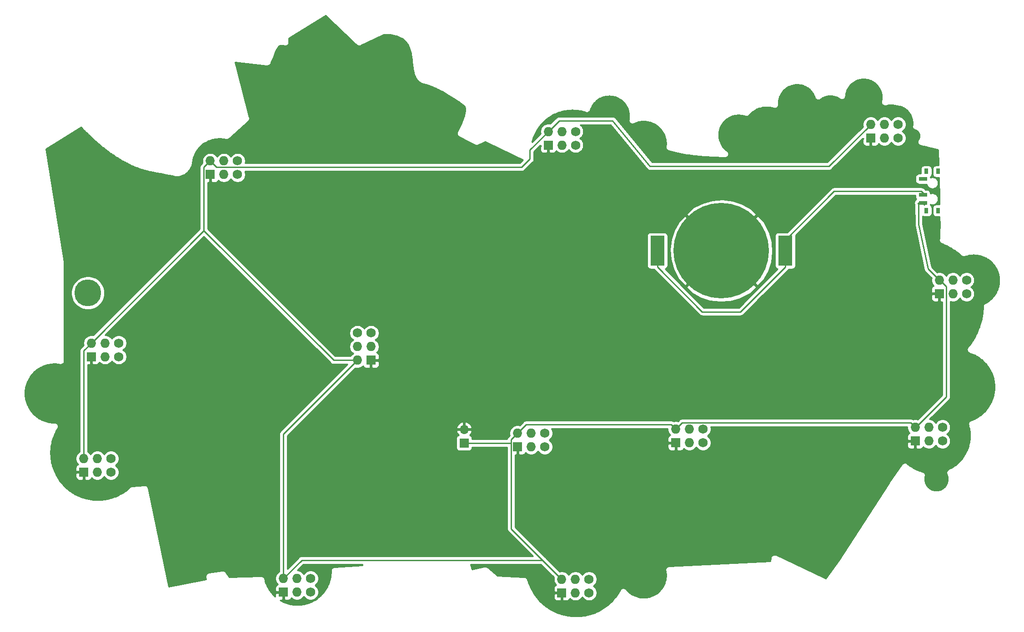
<source format=gbr>
G04 #@! TF.GenerationSoftware,KiCad,Pcbnew,(5.1.10)-1*
G04 #@! TF.CreationDate,2021-08-15T21:50:56-05:00*
G04 #@! TF.ProjectId,Bsides-KC Svg2Shenzen,42736964-6573-42d4-9b43-205376673253,rev?*
G04 #@! TF.SameCoordinates,Original*
G04 #@! TF.FileFunction,Copper,L2,Bot*
G04 #@! TF.FilePolarity,Positive*
%FSLAX46Y46*%
G04 Gerber Fmt 4.6, Leading zero omitted, Abs format (unit mm)*
G04 Created by KiCad (PCBNEW (5.1.10)-1) date 2021-08-15 21:50:56*
%MOMM*%
%LPD*%
G01*
G04 APERTURE LIST*
G04 #@! TA.AperFunction,SMDPad,CuDef*
%ADD10R,0.800000X1.000000*%
G04 #@! TD*
G04 #@! TA.AperFunction,SMDPad,CuDef*
%ADD11R,1.500000X0.700000*%
G04 #@! TD*
G04 #@! TA.AperFunction,ComponentPad*
%ADD12O,1.700000X1.700000*%
G04 #@! TD*
G04 #@! TA.AperFunction,ComponentPad*
%ADD13R,1.700000X1.700000*%
G04 #@! TD*
G04 #@! TA.AperFunction,ComponentPad*
%ADD14C,1.727200*%
G04 #@! TD*
G04 #@! TA.AperFunction,ComponentPad*
%ADD15O,1.727200X1.727200*%
G04 #@! TD*
G04 #@! TA.AperFunction,ComponentPad*
%ADD16R,1.727200X1.727200*%
G04 #@! TD*
G04 #@! TA.AperFunction,ComponentPad*
%ADD17C,5.000000*%
G04 #@! TD*
G04 #@! TA.AperFunction,SMDPad,CuDef*
%ADD18C,17.800000*%
G04 #@! TD*
G04 #@! TA.AperFunction,SMDPad,CuDef*
%ADD19R,2.600000X5.560000*%
G04 #@! TD*
G04 #@! TA.AperFunction,ViaPad*
%ADD20C,0.600000*%
G04 #@! TD*
G04 #@! TA.AperFunction,Conductor*
%ADD21C,0.250000*%
G04 #@! TD*
G04 #@! TA.AperFunction,Conductor*
%ADD22C,0.254000*%
G04 #@! TD*
G04 #@! TA.AperFunction,Conductor*
%ADD23C,0.100000*%
G04 #@! TD*
G04 APERTURE END LIST*
D10*
G04 #@! TO.P,SW1,*
G04 #@! TO.N,*
X225120000Y-60900000D03*
X225120000Y-68200000D03*
X227330000Y-68200000D03*
X227330000Y-60900000D03*
D11*
G04 #@! TO.P,SW1,3*
G04 #@! TO.N,VCC*
X224470000Y-66800000D03*
G04 #@! TO.P,SW1,2*
G04 #@! TO.N,Net-(BT1-Pad1)*
X224470000Y-65300000D03*
G04 #@! TO.P,SW1,1*
G04 #@! TO.N,Net-(SW1-Pad1)*
X224470000Y-62300000D03*
G04 #@! TD*
D12*
G04 #@! TO.P,J1,2*
G04 #@! TO.N,GND*
X139050000Y-109010000D03*
D13*
G04 #@! TO.P,J1,1*
G04 #@! TO.N,VCC*
X139050000Y-111550000D03*
G04 #@! TD*
D14*
G04 #@! TO.P,X2,5*
G04 #@! TO.N,Net-(X2-Pad5)*
X74726800Y-92913200D03*
G04 #@! TO.P,X2,6*
G04 #@! TO.N,Net-(X2-Pad6)*
X74726800Y-95453200D03*
D15*
G04 #@! TO.P,X2,3*
G04 #@! TO.N,Net-(X2-Pad3)*
X72186800Y-92913200D03*
G04 #@! TO.P,X2,4*
G04 #@! TO.N,Net-(X2-Pad4)*
X72186800Y-95453200D03*
G04 #@! TO.P,X2,1*
G04 #@! TO.N,VCC*
X69646800Y-92913200D03*
D16*
G04 #@! TO.P,X2,2*
G04 #@! TO.N,GND*
X69646800Y-95453200D03*
G04 #@! TD*
D17*
G04 #@! TO.P,REF\u002A\u002A,2*
G04 #@! TO.N,N/C*
X68986400Y-83566000D03*
G04 #@! TD*
D14*
G04 #@! TO.P,X12,5*
G04 #@! TO.N,Net-(X12-Pad5)*
X119176800Y-91033600D03*
G04 #@! TO.P,X12,6*
G04 #@! TO.N,Net-(X12-Pad6)*
X121716800Y-91033600D03*
D15*
G04 #@! TO.P,X12,3*
G04 #@! TO.N,Net-(X12-Pad3)*
X119176800Y-93573600D03*
G04 #@! TO.P,X12,4*
G04 #@! TO.N,Net-(X12-Pad4)*
X121716800Y-93573600D03*
G04 #@! TO.P,X12,1*
G04 #@! TO.N,VCC*
X119176800Y-96113600D03*
D16*
G04 #@! TO.P,X12,2*
G04 #@! TO.N,GND*
X121716800Y-96113600D03*
G04 #@! TD*
D14*
G04 #@! TO.P,X11,5*
G04 #@! TO.N,Net-(X11-Pad5)*
X162306000Y-136956800D03*
G04 #@! TO.P,X11,6*
G04 #@! TO.N,Net-(X11-Pad6)*
X162306000Y-139496800D03*
D15*
G04 #@! TO.P,X11,3*
G04 #@! TO.N,Net-(X11-Pad3)*
X159766000Y-136956800D03*
G04 #@! TO.P,X11,4*
G04 #@! TO.N,Net-(X11-Pad4)*
X159766000Y-139496800D03*
G04 #@! TO.P,X11,1*
G04 #@! TO.N,VCC*
X157226000Y-136956800D03*
D16*
G04 #@! TO.P,X11,2*
G04 #@! TO.N,GND*
X157226000Y-139496800D03*
G04 #@! TD*
D14*
G04 #@! TO.P,X10,5*
G04 #@! TO.N,Net-(X10-Pad5)*
X110473800Y-136824400D03*
G04 #@! TO.P,X10,6*
G04 #@! TO.N,Net-(X10-Pad6)*
X110473800Y-139364400D03*
D15*
G04 #@! TO.P,X10,3*
G04 #@! TO.N,Net-(X10-Pad3)*
X107933800Y-136824400D03*
G04 #@! TO.P,X10,4*
G04 #@! TO.N,Net-(X10-Pad4)*
X107933800Y-139364400D03*
G04 #@! TO.P,X10,1*
G04 #@! TO.N,VCC*
X105393800Y-136824400D03*
D16*
G04 #@! TO.P,X10,2*
G04 #@! TO.N,GND*
X105393800Y-139364400D03*
G04 #@! TD*
D14*
G04 #@! TO.P,X9,5*
G04 #@! TO.N,Net-(X9-Pad5)*
X154076400Y-109728000D03*
G04 #@! TO.P,X9,6*
G04 #@! TO.N,Net-(X9-Pad6)*
X154076400Y-112268000D03*
D15*
G04 #@! TO.P,X9,3*
G04 #@! TO.N,Net-(X9-Pad3)*
X151536400Y-109728000D03*
G04 #@! TO.P,X9,4*
G04 #@! TO.N,Net-(X9-Pad4)*
X151536400Y-112268000D03*
G04 #@! TO.P,X9,1*
G04 #@! TO.N,VCC*
X148996400Y-109728000D03*
D16*
G04 #@! TO.P,X9,2*
G04 #@! TO.N,GND*
X148996400Y-112268000D03*
G04 #@! TD*
D14*
G04 #@! TO.P,X8,5*
G04 #@! TO.N,Net-(X8-Pad5)*
X183540400Y-108966000D03*
G04 #@! TO.P,X8,6*
G04 #@! TO.N,Net-(X8-Pad6)*
X183540400Y-111506000D03*
D15*
G04 #@! TO.P,X8,3*
G04 #@! TO.N,Net-(X8-Pad3)*
X181000400Y-108966000D03*
G04 #@! TO.P,X8,4*
G04 #@! TO.N,Net-(X8-Pad4)*
X181000400Y-111506000D03*
G04 #@! TO.P,X8,1*
G04 #@! TO.N,VCC*
X178460400Y-108966000D03*
D16*
G04 #@! TO.P,X8,2*
G04 #@! TO.N,GND*
X178460400Y-111506000D03*
G04 #@! TD*
D14*
G04 #@! TO.P,X7,5*
G04 #@! TO.N,Net-(X7-Pad5)*
X228126600Y-108630400D03*
G04 #@! TO.P,X7,6*
G04 #@! TO.N,Net-(X7-Pad6)*
X228126600Y-111170400D03*
D15*
G04 #@! TO.P,X7,3*
G04 #@! TO.N,Net-(X7-Pad3)*
X225586600Y-108630400D03*
G04 #@! TO.P,X7,4*
G04 #@! TO.N,Net-(X7-Pad4)*
X225586600Y-111170400D03*
G04 #@! TO.P,X7,1*
G04 #@! TO.N,VCC*
X223046600Y-108630400D03*
D16*
G04 #@! TO.P,X7,2*
G04 #@! TO.N,GND*
X223046600Y-111170400D03*
G04 #@! TD*
D14*
G04 #@! TO.P,X6,5*
G04 #@! TO.N,Net-(X6-Pad5)*
X232613200Y-81178400D03*
G04 #@! TO.P,X6,6*
G04 #@! TO.N,Net-(X6-Pad6)*
X232613200Y-83718400D03*
D15*
G04 #@! TO.P,X6,3*
G04 #@! TO.N,Net-(X6-Pad3)*
X230073200Y-81178400D03*
G04 #@! TO.P,X6,4*
G04 #@! TO.N,Net-(X6-Pad4)*
X230073200Y-83718400D03*
G04 #@! TO.P,X6,1*
G04 #@! TO.N,VCC*
X227533200Y-81178400D03*
D16*
G04 #@! TO.P,X6,2*
G04 #@! TO.N,GND*
X227533200Y-83718400D03*
G04 #@! TD*
D14*
G04 #@! TO.P,X5,5*
G04 #@! TO.N,Net-(X5-Pad5)*
X219846200Y-52140800D03*
G04 #@! TO.P,X5,6*
G04 #@! TO.N,Net-(X5-Pad6)*
X219846200Y-54680800D03*
D15*
G04 #@! TO.P,X5,3*
G04 #@! TO.N,Net-(X5-Pad3)*
X217306200Y-52140800D03*
G04 #@! TO.P,X5,4*
G04 #@! TO.N,Net-(X5-Pad4)*
X217306200Y-54680800D03*
G04 #@! TO.P,X5,1*
G04 #@! TO.N,VCC*
X214766200Y-52140800D03*
D16*
G04 #@! TO.P,X5,2*
G04 #@! TO.N,GND*
X214766200Y-54680800D03*
G04 #@! TD*
D14*
G04 #@! TO.P,X4,5*
G04 #@! TO.N,Net-(X4-Pad5)*
X159800600Y-53461600D03*
G04 #@! TO.P,X4,6*
G04 #@! TO.N,Net-(X4-Pad6)*
X159800600Y-56001600D03*
D15*
G04 #@! TO.P,X4,3*
G04 #@! TO.N,Net-(X4-Pad3)*
X157260600Y-53461600D03*
G04 #@! TO.P,X4,4*
G04 #@! TO.N,Net-(X4-Pad4)*
X157260600Y-56001600D03*
G04 #@! TO.P,X4,1*
G04 #@! TO.N,VCC*
X154720600Y-53461600D03*
D16*
G04 #@! TO.P,X4,2*
G04 #@! TO.N,GND*
X154720600Y-56001600D03*
G04 #@! TD*
D14*
G04 #@! TO.P,X3,5*
G04 #@! TO.N,Net-(X3-Pad5)*
X96859400Y-58948000D03*
G04 #@! TO.P,X3,6*
G04 #@! TO.N,Net-(X3-Pad6)*
X96859400Y-61488000D03*
D15*
G04 #@! TO.P,X3,3*
G04 #@! TO.N,Net-(X3-Pad3)*
X94319400Y-58948000D03*
G04 #@! TO.P,X3,4*
G04 #@! TO.N,Net-(X3-Pad4)*
X94319400Y-61488000D03*
G04 #@! TO.P,X3,1*
G04 #@! TO.N,VCC*
X91779400Y-58948000D03*
D16*
G04 #@! TO.P,X3,2*
G04 #@! TO.N,GND*
X91779400Y-61488000D03*
G04 #@! TD*
D14*
G04 #@! TO.P,X1,5*
G04 #@! TO.N,Net-(X1-Pad5)*
X73304400Y-114452400D03*
G04 #@! TO.P,X1,6*
G04 #@! TO.N,Net-(X1-Pad6)*
X73304400Y-116992400D03*
D15*
G04 #@! TO.P,X1,3*
G04 #@! TO.N,Net-(X1-Pad3)*
X70764400Y-114452400D03*
G04 #@! TO.P,X1,4*
G04 #@! TO.N,Net-(X1-Pad4)*
X70764400Y-116992400D03*
G04 #@! TO.P,X1,1*
G04 #@! TO.N,VCC*
X68224400Y-114452400D03*
D16*
G04 #@! TO.P,X1,2*
G04 #@! TO.N,GND*
X68224400Y-116992400D03*
G04 #@! TD*
D18*
G04 #@! TO.P,BT1,2*
G04 #@! TO.N,GND*
X186944000Y-75692000D03*
D19*
G04 #@! TO.P,BT1,1*
G04 #@! TO.N,Net-(BT1-Pad1)*
X198849000Y-75692000D03*
X175039000Y-75692000D03*
G04 #@! TD*
D20*
G04 #@! TO.N,GND*
X228346000Y-104952800D03*
X73710800Y-90830400D03*
X69900800Y-90830400D03*
X88767600Y-61488000D03*
X225247200Y-104952800D03*
G04 #@! TD*
D21*
G04 #@! TO.N,Net-(BT1-Pad1)*
X175039000Y-78722000D02*
X183388200Y-87071200D01*
X175039000Y-75692000D02*
X175039000Y-78722000D01*
X198849000Y-78722000D02*
X198849000Y-75692000D01*
X190499800Y-87071200D02*
X198849000Y-78722000D01*
X183388200Y-87071200D02*
X190499800Y-87071200D01*
X207924400Y-64617600D02*
X224184800Y-64617600D01*
X224184800Y-64617600D02*
X224934800Y-65367600D01*
X198849000Y-73693000D02*
X207924400Y-64617600D01*
X198849000Y-75692000D02*
X198849000Y-73693000D01*
G04 #@! TO.N,VCC*
X90590799Y-71969201D02*
X69646800Y-92913200D01*
X90590799Y-60136601D02*
X90590799Y-71969201D01*
X91779400Y-58948000D02*
X90590799Y-60136601D01*
X68224400Y-94335600D02*
X69646800Y-92913200D01*
X68224400Y-114452400D02*
X68224400Y-94335600D01*
X151292851Y-56889349D02*
X154720600Y-53461600D01*
X151292851Y-58592546D02*
X151292851Y-56889349D01*
X149748796Y-60136601D02*
X151292851Y-58592546D01*
X92968001Y-60136601D02*
X149748796Y-60136601D01*
X91779400Y-58948000D02*
X92968001Y-60136601D01*
X228803200Y-102955199D02*
X223127999Y-108630400D01*
X228803200Y-82367001D02*
X228803200Y-102955199D01*
X227614599Y-81178400D02*
X228803200Y-82367001D01*
X179659599Y-107766801D02*
X178460400Y-108966000D01*
X223046600Y-108630400D02*
X222183001Y-107766801D01*
X150621999Y-108102401D02*
X148996400Y-109728000D01*
X177596801Y-108102401D02*
X150621999Y-108102401D01*
X178460400Y-108966000D02*
X177596801Y-108102401D01*
X147807799Y-127538599D02*
X157226000Y-136956800D01*
X148996400Y-109728000D02*
X147807799Y-110916601D01*
X108831032Y-133387168D02*
X105393800Y-136824400D01*
X153656368Y-133387168D02*
X108831032Y-133387168D01*
X157226000Y-136956800D02*
X153656368Y-133387168D01*
X105393800Y-109896600D02*
X119176800Y-96113600D01*
X105393800Y-136824400D02*
X105393800Y-109896600D01*
X114735198Y-96113600D02*
X90590799Y-71969201D01*
X119176800Y-96113600D02*
X114735198Y-96113600D01*
X188214000Y-107797600D02*
X188244799Y-107766801D01*
X188244799Y-107766801D02*
X179659599Y-107766801D01*
X222183001Y-107766801D02*
X188244799Y-107766801D01*
X147800000Y-111550000D02*
X147807799Y-111542201D01*
X139050000Y-111550000D02*
X147800000Y-111550000D01*
X147807799Y-111542201D02*
X147807799Y-127538599D01*
X147807799Y-110916601D02*
X147807799Y-111542201D01*
X214766200Y-52368598D02*
X214766200Y-52140800D01*
X206950000Y-59950000D02*
X214750000Y-52200000D01*
X173665202Y-59950000D02*
X206950000Y-59950000D01*
X166700000Y-51450000D02*
X173650000Y-59950000D01*
X156732200Y-51450000D02*
X166700000Y-51450000D01*
X154720600Y-53461600D02*
X156732200Y-51450000D01*
X224684800Y-67117600D02*
X224934800Y-66867600D01*
X223625600Y-67106800D02*
X223600000Y-66800000D01*
X223700000Y-70750000D02*
X223625600Y-67106800D01*
X225450400Y-79095600D02*
X223700000Y-70750000D01*
X227533200Y-81178400D02*
X225450400Y-79095600D01*
X223615200Y-66782400D02*
X224950000Y-66800000D01*
G04 #@! TD*
D22*
G04 #@! TO.N,GND*
X213599784Y-43695467D02*
X213771546Y-43708525D01*
X213940265Y-43729994D01*
X214106445Y-43759647D01*
X214269340Y-43797254D01*
X214429230Y-43842673D01*
X214585867Y-43895664D01*
X214738778Y-43955928D01*
X214887928Y-44023430D01*
X215033482Y-44097943D01*
X215174645Y-44179168D01*
X215311653Y-44266936D01*
X215443915Y-44361083D01*
X215571758Y-44461461D01*
X215694088Y-44567387D01*
X215811176Y-44679192D01*
X215923401Y-44796895D01*
X216029627Y-44919331D01*
X216129670Y-45046771D01*
X216223933Y-45179245D01*
X216311561Y-45315955D01*
X216392735Y-45457274D01*
X216467270Y-45602717D01*
X216534722Y-45752034D01*
X216595127Y-45905066D01*
X216648037Y-46061559D01*
X216693475Y-46221359D01*
X216731013Y-46384288D01*
X216760737Y-46550610D01*
X216782271Y-46719304D01*
X216795255Y-46890773D01*
X216799726Y-47067197D01*
X216797346Y-47193809D01*
X216790077Y-47321345D01*
X216778126Y-47448377D01*
X216761836Y-47573193D01*
X216741015Y-47695928D01*
X216717959Y-47806799D01*
X216706085Y-47849087D01*
X216701650Y-47906287D01*
X216695532Y-47963326D01*
X216696442Y-47973466D01*
X216695655Y-47983615D01*
X216702463Y-48040574D01*
X216707591Y-48097718D01*
X216710460Y-48107481D01*
X216711669Y-48117594D01*
X216729464Y-48172144D01*
X216745637Y-48227177D01*
X216750359Y-48236198D01*
X216753515Y-48245874D01*
X216781602Y-48295890D01*
X216808209Y-48346725D01*
X216814599Y-48354651D01*
X216819583Y-48363526D01*
X216856886Y-48407100D01*
X216892900Y-48451769D01*
X216900714Y-48458296D01*
X216907334Y-48466029D01*
X216952430Y-48501495D01*
X216996458Y-48538272D01*
X217005393Y-48543148D01*
X217013396Y-48549442D01*
X217064544Y-48575429D01*
X217114901Y-48602910D01*
X217124617Y-48605950D01*
X217133693Y-48610561D01*
X217188929Y-48626070D01*
X217243679Y-48643199D01*
X217253801Y-48644285D01*
X217263603Y-48647037D01*
X217320804Y-48651472D01*
X217377842Y-48657590D01*
X217387982Y-48656680D01*
X217398131Y-48657467D01*
X217455091Y-48650658D01*
X217512234Y-48645531D01*
X217554375Y-48633146D01*
X217800404Y-48578867D01*
X218082280Y-48538600D01*
X218899325Y-48538600D01*
X219179383Y-48578609D01*
X219185250Y-48579936D01*
X219212653Y-48583361D01*
X219240034Y-48587273D01*
X219246052Y-48587536D01*
X219600194Y-48631804D01*
X219796665Y-48671099D01*
X219796667Y-48671099D01*
X220053320Y-48722429D01*
X220235136Y-48776228D01*
X220370863Y-48821170D01*
X220500503Y-48870224D01*
X220626997Y-48924311D01*
X220750888Y-48983745D01*
X220871937Y-49048100D01*
X220989932Y-49117367D01*
X221104168Y-49191054D01*
X221215760Y-49269979D01*
X221323863Y-49353085D01*
X221427907Y-49440333D01*
X221528347Y-49532020D01*
X221625079Y-49627875D01*
X221717632Y-49727431D01*
X221805989Y-49830877D01*
X221890169Y-49938074D01*
X221969767Y-50048506D01*
X222044516Y-50162047D01*
X222114721Y-50279274D01*
X222180370Y-50399848D01*
X222240529Y-50522565D01*
X222295695Y-50648379D01*
X222345632Y-50777037D01*
X222390118Y-50908094D01*
X222429329Y-51042377D01*
X222462872Y-51178076D01*
X222490335Y-51316046D01*
X222512234Y-51456636D01*
X222527981Y-51599230D01*
X222537590Y-51743158D01*
X222540683Y-51890448D01*
X222538286Y-52019460D01*
X222530646Y-52147369D01*
X222518106Y-52274964D01*
X222503309Y-52383477D01*
X222495065Y-52419642D01*
X222493286Y-52483694D01*
X222490886Y-52547946D01*
X222491410Y-52551213D01*
X222491318Y-52554522D01*
X222502094Y-52617843D01*
X222512250Y-52681177D01*
X222513400Y-52684276D01*
X222513956Y-52687543D01*
X222536868Y-52747514D01*
X222559195Y-52807681D01*
X222560931Y-52810502D01*
X222562111Y-52813590D01*
X222596275Y-52867929D01*
X222629919Y-52922594D01*
X222632168Y-52925017D01*
X222633931Y-52927822D01*
X222678041Y-52974453D01*
X222721701Y-53021503D01*
X222724385Y-53023445D01*
X222726657Y-53025847D01*
X222778979Y-53062950D01*
X222831017Y-53100605D01*
X222834026Y-53101985D01*
X222836725Y-53103899D01*
X222895364Y-53130119D01*
X222953664Y-53156860D01*
X222989744Y-53165449D01*
X223080707Y-53195826D01*
X223171205Y-53233821D01*
X223257921Y-53278383D01*
X223339422Y-53328407D01*
X223416018Y-53384205D01*
X223488262Y-53445884D01*
X223555097Y-53512382D01*
X223615038Y-53582257D01*
X223669004Y-53656687D01*
X223716976Y-53735427D01*
X223758337Y-53817658D01*
X223792569Y-53902670D01*
X223819877Y-53991790D01*
X223840068Y-54084369D01*
X223852333Y-54179549D01*
X223856777Y-54286026D01*
X223855562Y-54337213D01*
X223851708Y-54392845D01*
X223845138Y-54448275D01*
X223836241Y-54502663D01*
X223824990Y-54555281D01*
X223813065Y-54600800D01*
X223776396Y-54710267D01*
X223733585Y-54807381D01*
X223682245Y-54900164D01*
X223642874Y-54958496D01*
X223642060Y-54959307D01*
X223605291Y-55014177D01*
X223586955Y-55041344D01*
X223586406Y-55042360D01*
X223566946Y-55071400D01*
X223554405Y-55101563D01*
X223538870Y-55130303D01*
X223528567Y-55163707D01*
X223515143Y-55195992D01*
X223508726Y-55228029D01*
X223499099Y-55259241D01*
X223495510Y-55294018D01*
X223488644Y-55328297D01*
X223488600Y-55360961D01*
X223485246Y-55393462D01*
X223488511Y-55428272D01*
X223488464Y-55463230D01*
X223494795Y-55495280D01*
X223497845Y-55527804D01*
X223507837Y-55561306D01*
X223514612Y-55595605D01*
X223527072Y-55625799D01*
X223536410Y-55657109D01*
X223552749Y-55688023D01*
X223566083Y-55720335D01*
X223584197Y-55747522D01*
X223599462Y-55776405D01*
X223621511Y-55803529D01*
X223640898Y-55832628D01*
X223663969Y-55855761D01*
X223684574Y-55881108D01*
X223711496Y-55903414D01*
X223736184Y-55928167D01*
X223763320Y-55946351D01*
X223788478Y-55967195D01*
X223819237Y-55983821D01*
X223848277Y-56003281D01*
X223878440Y-56015822D01*
X223907180Y-56031357D01*
X223940585Y-56041661D01*
X223941651Y-56042104D01*
X223972993Y-56051657D01*
X224036118Y-56071128D01*
X224037261Y-56071246D01*
X224446986Y-56196130D01*
X224449722Y-56197566D01*
X224511375Y-56215756D01*
X224540738Y-56224706D01*
X224543762Y-56225312D01*
X224546712Y-56226182D01*
X224576799Y-56231928D01*
X224639892Y-56244565D01*
X224642982Y-56244569D01*
X225087943Y-56329554D01*
X225560494Y-56424064D01*
X225994638Y-56515572D01*
X226384403Y-56602959D01*
X226724256Y-56685572D01*
X227007015Y-56761519D01*
X227227549Y-56829193D01*
X227245288Y-56835509D01*
X227273498Y-56938873D01*
X227325817Y-57267333D01*
X227355853Y-59265569D01*
X227355493Y-59270875D01*
X227356358Y-59299211D01*
X227356784Y-59327537D01*
X227357384Y-59332818D01*
X227370487Y-59761928D01*
X226930000Y-59761928D01*
X226805518Y-59774188D01*
X226685820Y-59810498D01*
X226575506Y-59869463D01*
X226478815Y-59948815D01*
X226399463Y-60045506D01*
X226340498Y-60155820D01*
X226304188Y-60275518D01*
X226291928Y-60400000D01*
X226291928Y-61400000D01*
X226304188Y-61524482D01*
X226340498Y-61644180D01*
X226399463Y-61754494D01*
X226478815Y-61851185D01*
X226575506Y-61930537D01*
X226685820Y-61989502D01*
X226805518Y-62025812D01*
X226930000Y-62038072D01*
X227439988Y-62038072D01*
X227559400Y-65948824D01*
X227559400Y-66773488D01*
X227557084Y-66802166D01*
X227561656Y-67061928D01*
X226930000Y-67061928D01*
X226805518Y-67074188D01*
X226685820Y-67110498D01*
X226575506Y-67169463D01*
X226478815Y-67248815D01*
X226399463Y-67345506D01*
X226340498Y-67455820D01*
X226304188Y-67575518D01*
X226291928Y-67700000D01*
X226291928Y-68700000D01*
X226304188Y-68824482D01*
X226340498Y-68944180D01*
X226399463Y-69054494D01*
X226478815Y-69151185D01*
X226575506Y-69230537D01*
X226685820Y-69289502D01*
X226805518Y-69325812D01*
X226930000Y-69338072D01*
X227589924Y-69338072D01*
X227599635Y-70957367D01*
X227598854Y-71350299D01*
X227594187Y-71724638D01*
X227585394Y-72081558D01*
X227573008Y-72422146D01*
X227556812Y-72746085D01*
X227537061Y-73054408D01*
X227514080Y-73347284D01*
X227487215Y-73629370D01*
X227480703Y-73694972D01*
X227484125Y-73729989D01*
X227484238Y-73765175D01*
X227490670Y-73796973D01*
X227493825Y-73829265D01*
X227504014Y-73862945D01*
X227510989Y-73897430D01*
X227523503Y-73927369D01*
X227532896Y-73958418D01*
X227549454Y-73989454D01*
X227563027Y-74021926D01*
X227581140Y-74048845D01*
X227596410Y-74077467D01*
X227618713Y-74104686D01*
X227638354Y-74133876D01*
X227661366Y-74156740D01*
X227681931Y-74181838D01*
X227709113Y-74204181D01*
X227734073Y-74228980D01*
X227761109Y-74246919D01*
X227786170Y-74267518D01*
X227817188Y-74284128D01*
X227846507Y-74303582D01*
X227907541Y-74328633D01*
X228168853Y-74437108D01*
X228421199Y-74548622D01*
X228670878Y-74665691D01*
X228917305Y-74788027D01*
X229160728Y-74915629D01*
X229400765Y-75048426D01*
X229637441Y-75186321D01*
X229871099Y-75329473D01*
X230101097Y-75477455D01*
X230327554Y-75630262D01*
X230550375Y-75788167D01*
X230769724Y-75950797D01*
X230985404Y-76118073D01*
X231196921Y-76289742D01*
X231404848Y-76466317D01*
X231608442Y-76646871D01*
X231651887Y-76687275D01*
X231687568Y-76709288D01*
X231721511Y-76733897D01*
X231744857Y-76744631D01*
X231766724Y-76758122D01*
X231806012Y-76772751D01*
X231844106Y-76790266D01*
X231869098Y-76796240D01*
X231893176Y-76805205D01*
X231934563Y-76811888D01*
X231975342Y-76821635D01*
X232001016Y-76822618D01*
X232026384Y-76826714D01*
X232068289Y-76825193D01*
X232110176Y-76826797D01*
X232135547Y-76822753D01*
X232161227Y-76821821D01*
X232202020Y-76812157D01*
X232243426Y-76805557D01*
X232299082Y-76784961D01*
X232497984Y-76716657D01*
X232694991Y-76657249D01*
X232894071Y-76605438D01*
X233094550Y-76562147D01*
X233296732Y-76527644D01*
X233500806Y-76502479D01*
X233706660Y-76486994D01*
X233914557Y-76481774D01*
X234160024Y-76488038D01*
X234401721Y-76506328D01*
X234639491Y-76536598D01*
X234873654Y-76578479D01*
X235103609Y-76631403D01*
X235328333Y-76695248D01*
X235549051Y-76770131D01*
X235765218Y-76855302D01*
X235975306Y-76950188D01*
X236180003Y-77055078D01*
X236379041Y-77169507D01*
X236571954Y-77293259D01*
X236758409Y-77425813D01*
X236938048Y-77567073D01*
X237110671Y-77716757D01*
X237276083Y-77874293D01*
X237433543Y-78039383D01*
X237582896Y-78211856D01*
X237724053Y-78391657D01*
X237856760Y-78578326D01*
X237980354Y-78770995D01*
X238094552Y-78970032D01*
X238199642Y-79175119D01*
X238294844Y-79385629D01*
X238379818Y-79601062D01*
X238454397Y-79821568D01*
X238518355Y-80046925D01*
X238571293Y-80276705D01*
X238613161Y-80510803D01*
X238643432Y-80748574D01*
X238661721Y-80990264D01*
X238668053Y-81238377D01*
X238665093Y-81408635D01*
X238655610Y-81580244D01*
X238640366Y-81749791D01*
X238618885Y-81917475D01*
X238591888Y-82083148D01*
X238558890Y-82246527D01*
X238520565Y-82408136D01*
X238476650Y-82566784D01*
X238427278Y-82723435D01*
X238372693Y-82877518D01*
X238312695Y-83029361D01*
X238247757Y-83178649D01*
X238177906Y-83325037D01*
X238103170Y-83468511D01*
X238023584Y-83609226D01*
X237939117Y-83747151D01*
X237850328Y-83881954D01*
X237757021Y-84013369D01*
X237659352Y-84141588D01*
X237557256Y-84266605D01*
X237451197Y-84387946D01*
X237340953Y-84505834D01*
X237227005Y-84619781D01*
X237109130Y-84730014D01*
X236987483Y-84836339D01*
X236862393Y-84938727D01*
X236733892Y-85036665D01*
X236601778Y-85130701D01*
X236466302Y-85220477D01*
X236328430Y-85305375D01*
X236187083Y-85385781D01*
X236039448Y-85463508D01*
X235986479Y-85489775D01*
X235953108Y-85515499D01*
X235917926Y-85538690D01*
X235899792Y-85556598D01*
X235879612Y-85572154D01*
X235851903Y-85603891D01*
X235821918Y-85633502D01*
X235807629Y-85654600D01*
X235790868Y-85673797D01*
X235769880Y-85710336D01*
X235746251Y-85745224D01*
X235736351Y-85768708D01*
X235723660Y-85790802D01*
X235710204Y-85830730D01*
X235693835Y-85869560D01*
X235688707Y-85894521D01*
X235680569Y-85918670D01*
X235675161Y-85960458D01*
X235666682Y-86001732D01*
X235666312Y-86060866D01*
X235658058Y-86331236D01*
X235644012Y-86601126D01*
X235624214Y-86869036D01*
X235598634Y-87135620D01*
X235567533Y-87400485D01*
X235530931Y-87663473D01*
X235488782Y-87924894D01*
X235441412Y-88184302D01*
X235388560Y-88441545D01*
X235330421Y-88696905D01*
X235267049Y-88950146D01*
X235198369Y-89201554D01*
X235124737Y-89450500D01*
X235045798Y-89697340D01*
X234962015Y-89942168D01*
X234873405Y-90184219D01*
X234779575Y-90424313D01*
X234681320Y-90661931D01*
X234578262Y-90896311D01*
X234470143Y-91128855D01*
X234357484Y-91358939D01*
X234240472Y-91585949D01*
X234118900Y-91810042D01*
X233992858Y-92031555D01*
X233862334Y-92250013D01*
X233727440Y-92465644D01*
X233588286Y-92678261D01*
X233444892Y-92887838D01*
X233297032Y-93094691D01*
X233145556Y-93298081D01*
X232989976Y-93498005D01*
X232856138Y-93662939D01*
X232841941Y-93676137D01*
X232813723Y-93715207D01*
X232804645Y-93726395D01*
X232794016Y-93742494D01*
X232762939Y-93785524D01*
X232756913Y-93798694D01*
X232748930Y-93810785D01*
X232728886Y-93859944D01*
X232706795Y-93908221D01*
X232703452Y-93922320D01*
X232697984Y-93935731D01*
X232687914Y-93987857D01*
X232675667Y-94039515D01*
X232675139Y-94053988D01*
X232672391Y-94068215D01*
X232672685Y-94121310D01*
X232670751Y-94174357D01*
X232673058Y-94188660D01*
X232673138Y-94203145D01*
X232683782Y-94255153D01*
X232692236Y-94307569D01*
X232697288Y-94321145D01*
X232700193Y-94335338D01*
X232720782Y-94384277D01*
X232739297Y-94434029D01*
X232746901Y-94446359D01*
X232752519Y-94459713D01*
X232782253Y-94503684D01*
X232810124Y-94548879D01*
X232819990Y-94559492D01*
X232828103Y-94571489D01*
X232865848Y-94608819D01*
X232901998Y-94647704D01*
X232913740Y-94656185D01*
X232924041Y-94666372D01*
X232968353Y-94695627D01*
X233011385Y-94726706D01*
X233024555Y-94732732D01*
X233036646Y-94740715D01*
X233085806Y-94760760D01*
X233103338Y-94768782D01*
X233116960Y-94773463D01*
X233161592Y-94791661D01*
X233180622Y-94795337D01*
X233397429Y-94869833D01*
X233642767Y-94964988D01*
X233882808Y-95068927D01*
X234118116Y-95182019D01*
X234348574Y-95303857D01*
X234573536Y-95434122D01*
X234792954Y-95572551D01*
X235006256Y-95718911D01*
X235213374Y-95873228D01*
X235414601Y-96035508D01*
X235609001Y-96204708D01*
X235796422Y-96381331D01*
X235977430Y-96565224D01*
X236150921Y-96755510D01*
X236316947Y-96952488D01*
X236475252Y-97155644D01*
X236625663Y-97365070D01*
X236768107Y-97580413D01*
X236901991Y-97801236D01*
X237027352Y-98027750D01*
X237144177Y-98259721D01*
X237251916Y-98496267D01*
X237350259Y-98737700D01*
X237439296Y-98983987D01*
X237518574Y-99234753D01*
X237588269Y-99490060D01*
X237647605Y-99748942D01*
X237696714Y-100012213D01*
X237735332Y-100279176D01*
X237763380Y-100549829D01*
X237780170Y-100823514D01*
X237785945Y-101101426D01*
X237780668Y-101370792D01*
X237764595Y-101637307D01*
X237738218Y-101900604D01*
X237701540Y-102160708D01*
X237655034Y-102417209D01*
X237598761Y-102670079D01*
X237532908Y-102918881D01*
X237457655Y-103164055D01*
X237373406Y-103404835D01*
X237280036Y-103641131D01*
X237177965Y-103873068D01*
X237067242Y-104100265D01*
X236948399Y-104322377D01*
X236821029Y-104539697D01*
X236686036Y-104751657D01*
X236543248Y-104957693D01*
X236392782Y-105158315D01*
X236234813Y-105353255D01*
X236069843Y-105541999D01*
X235897936Y-105724469D01*
X235719414Y-105900353D01*
X235534426Y-106069265D01*
X235342610Y-106231756D01*
X235145204Y-106386894D01*
X234941381Y-106534953D01*
X234732526Y-106675389D01*
X234517914Y-106807901D01*
X234297818Y-106932983D01*
X234073136Y-107049760D01*
X233843335Y-107158058D01*
X233608798Y-107258266D01*
X233420899Y-107330099D01*
X233420624Y-107330146D01*
X233358911Y-107353797D01*
X233326721Y-107366103D01*
X233326460Y-107366233D01*
X233294627Y-107378433D01*
X233266259Y-107396310D01*
X233236260Y-107411298D01*
X233209317Y-107432195D01*
X233180471Y-107450373D01*
X233156135Y-107473442D01*
X233129637Y-107493993D01*
X233107289Y-107519744D01*
X233082543Y-107543201D01*
X233063175Y-107570575D01*
X233041195Y-107595901D01*
X233024300Y-107625518D01*
X233004607Y-107653350D01*
X232990950Y-107683978D01*
X232974335Y-107713104D01*
X232963543Y-107745444D01*
X232949657Y-107776587D01*
X232942239Y-107809288D01*
X232931624Y-107841098D01*
X232927348Y-107874931D01*
X232919806Y-107908178D01*
X232918910Y-107941696D01*
X232914705Y-107974967D01*
X232917111Y-108008979D01*
X232916200Y-108043062D01*
X232921861Y-108076114D01*
X232924227Y-108109563D01*
X232933221Y-108142448D01*
X232933270Y-108142733D01*
X232942284Y-108175584D01*
X232959824Y-108239715D01*
X232959950Y-108239967D01*
X233010489Y-108424155D01*
X233067623Y-108664503D01*
X233116330Y-108908036D01*
X233156819Y-109154340D01*
X233188369Y-109403373D01*
X233211269Y-109655032D01*
X233225003Y-109909473D01*
X233229593Y-110166509D01*
X233225006Y-110426971D01*
X233210810Y-110683949D01*
X233187198Y-110938614D01*
X233154663Y-111190464D01*
X233113246Y-111439201D01*
X233063207Y-111684592D01*
X233004536Y-111926488D01*
X232937407Y-112165167D01*
X232862118Y-112400175D01*
X232778715Y-112631396D01*
X232687207Y-112858964D01*
X232588212Y-113082484D01*
X232481647Y-113301628D01*
X232367561Y-113516564D01*
X232246180Y-113727054D01*
X232117830Y-113932700D01*
X231982230Y-114133930D01*
X231840227Y-114330179D01*
X231691730Y-114520795D01*
X231536412Y-114706501D01*
X231374875Y-114886872D01*
X231207643Y-115061332D01*
X231034221Y-115229932D01*
X230855022Y-115392950D01*
X230670044Y-115549915D01*
X230480216Y-115700426D01*
X230284829Y-115844435D01*
X230084278Y-115982163D01*
X229879305Y-116112864D01*
X229669502Y-116236574D01*
X229454944Y-116353387D01*
X229275071Y-116443421D01*
X229263548Y-116447020D01*
X229214838Y-116473571D01*
X229195449Y-116483276D01*
X229185294Y-116489675D01*
X229145072Y-116511599D01*
X229128336Y-116525564D01*
X229109894Y-116537185D01*
X229076646Y-116568698D01*
X229041471Y-116598050D01*
X229027780Y-116615014D01*
X229011961Y-116630007D01*
X228985503Y-116667396D01*
X228956726Y-116703051D01*
X228946607Y-116722360D01*
X228934017Y-116740152D01*
X228915360Y-116781988D01*
X228894095Y-116822568D01*
X228887937Y-116843482D01*
X228879061Y-116863386D01*
X228868926Y-116908049D01*
X228855983Y-116952007D01*
X228854024Y-116973720D01*
X228849201Y-116994973D01*
X228847974Y-117040766D01*
X228843857Y-117086393D01*
X228846171Y-117108067D01*
X228845587Y-117129858D01*
X228853318Y-117175016D01*
X228858181Y-117220564D01*
X228864678Y-117241368D01*
X228868357Y-117262856D01*
X228884751Y-117305641D01*
X228888326Y-117317089D01*
X228896782Y-117337040D01*
X228916636Y-117388856D01*
X228923072Y-117399070D01*
X228952147Y-117467670D01*
X228990598Y-117572810D01*
X229023218Y-117679821D01*
X229050383Y-117789475D01*
X229071823Y-117901686D01*
X229087455Y-118015916D01*
X229096877Y-118131980D01*
X229100116Y-118250815D01*
X229097308Y-118360893D01*
X229089075Y-118469734D01*
X229075482Y-118576478D01*
X229056651Y-118681656D01*
X229032690Y-118785552D01*
X229004200Y-118886561D01*
X228970792Y-118984998D01*
X228932615Y-119081941D01*
X228889742Y-119176501D01*
X228842539Y-119268896D01*
X228791068Y-119358421D01*
X228735799Y-119444815D01*
X228676007Y-119528685D01*
X228612299Y-119609933D01*
X228545415Y-119687198D01*
X228474306Y-119761723D01*
X228400055Y-119832561D01*
X228322349Y-119899826D01*
X228241498Y-119963424D01*
X228157646Y-120023003D01*
X228070471Y-120078971D01*
X227981687Y-120130131D01*
X227889849Y-120177048D01*
X227794797Y-120220053D01*
X227698627Y-120258005D01*
X227599417Y-120291408D01*
X227497871Y-120320306D01*
X227394747Y-120344088D01*
X227289563Y-120362922D01*
X227182822Y-120376514D01*
X227073984Y-120384747D01*
X226963311Y-120387570D01*
X226852638Y-120384747D01*
X226743869Y-120376519D01*
X226637291Y-120362922D01*
X226531754Y-120344061D01*
X226428755Y-120320307D01*
X226327206Y-120291408D01*
X226227995Y-120258005D01*
X226131826Y-120220053D01*
X226036779Y-120177051D01*
X225944930Y-120130128D01*
X225856155Y-120078974D01*
X225768969Y-120022998D01*
X225685117Y-119963419D01*
X225603920Y-119899550D01*
X225525994Y-119832268D01*
X225452401Y-119762057D01*
X225381172Y-119687196D01*
X225313742Y-119609530D01*
X225250349Y-119528685D01*
X225190560Y-119444819D01*
X225135291Y-119358423D01*
X225083518Y-119268374D01*
X225036114Y-119175977D01*
X224993476Y-119081935D01*
X224955532Y-118985583D01*
X224922123Y-118886557D01*
X224893264Y-118784952D01*
X224869443Y-118681657D01*
X224850609Y-118576471D01*
X224837017Y-118469736D01*
X224828784Y-118360888D01*
X224826012Y-118252216D01*
X224830288Y-118115807D01*
X224842681Y-117984083D01*
X224863141Y-117854306D01*
X224883769Y-117760367D01*
X224888416Y-117748590D01*
X224898216Y-117694575D01*
X224902739Y-117673978D01*
X224904220Y-117661484D01*
X224912504Y-117615825D01*
X224912146Y-117594614D01*
X224914642Y-117573558D01*
X224911011Y-117527315D01*
X224910228Y-117480912D01*
X224905739Y-117460178D01*
X224904079Y-117439039D01*
X224891495Y-117394391D01*
X224881675Y-117349034D01*
X224873227Y-117329575D01*
X224867475Y-117309165D01*
X224846421Y-117267828D01*
X224827942Y-117225261D01*
X224815860Y-117207823D01*
X224806237Y-117188929D01*
X224777528Y-117152498D01*
X224751096Y-117114349D01*
X224735845Y-117099604D01*
X224722720Y-117082949D01*
X224687451Y-117052815D01*
X224654088Y-117020560D01*
X224636253Y-117009074D01*
X224620131Y-116995299D01*
X224579659Y-116972624D01*
X224540646Y-116947498D01*
X224520915Y-116939712D01*
X224502414Y-116929347D01*
X224458298Y-116915004D01*
X224446581Y-116910381D01*
X224426279Y-116904594D01*
X224374092Y-116887628D01*
X224361523Y-116886138D01*
X224205888Y-116841780D01*
X224008885Y-116779836D01*
X223813882Y-116712728D01*
X223622023Y-116641023D01*
X223433142Y-116564116D01*
X223246868Y-116482349D01*
X223063797Y-116395644D01*
X222883873Y-116304235D01*
X222707704Y-116208098D01*
X222534585Y-116106871D01*
X222364813Y-116000824D01*
X222198830Y-115890250D01*
X222037045Y-115775133D01*
X221878796Y-115655132D01*
X221724770Y-115530478D01*
X221616065Y-115436808D01*
X221614926Y-115435366D01*
X221565081Y-115392875D01*
X221540863Y-115372007D01*
X221539361Y-115370950D01*
X221512240Y-115347831D01*
X221484314Y-115332226D01*
X221458155Y-115313824D01*
X221425569Y-115299400D01*
X221394450Y-115282011D01*
X221364016Y-115272154D01*
X221334769Y-115259208D01*
X221299991Y-115251417D01*
X221266082Y-115240435D01*
X221234313Y-115236705D01*
X221203099Y-115229713D01*
X221167469Y-115228857D01*
X221132069Y-115224701D01*
X221100179Y-115227241D01*
X221068206Y-115226473D01*
X221033099Y-115232584D01*
X220997562Y-115235414D01*
X220966777Y-115244127D01*
X220935272Y-115249611D01*
X220902034Y-115262452D01*
X220867729Y-115272162D01*
X220839235Y-115286715D01*
X220809405Y-115298239D01*
X220779310Y-115317319D01*
X220747560Y-115333534D01*
X220722452Y-115353366D01*
X220695445Y-115370488D01*
X220669650Y-115395072D01*
X220641674Y-115417170D01*
X220620919Y-115441517D01*
X220597769Y-115463581D01*
X220577268Y-115492723D01*
X220576072Y-115494126D01*
X220557729Y-115520497D01*
X220520132Y-115573941D01*
X220519391Y-115575615D01*
X218166899Y-118957745D01*
X218160066Y-118966297D01*
X218147661Y-118985402D01*
X218134704Y-119004030D01*
X218129384Y-119013550D01*
X208800264Y-133381358D01*
X206383427Y-136802697D01*
X197141907Y-132439029D01*
X197102539Y-132417183D01*
X197048970Y-132400007D01*
X196995978Y-132381085D01*
X196984807Y-132379435D01*
X196974049Y-132375986D01*
X196918148Y-132369591D01*
X196862492Y-132361371D01*
X196851210Y-132361932D01*
X196839991Y-132360649D01*
X196783936Y-132365281D01*
X196727726Y-132368078D01*
X196716769Y-132370830D01*
X196705516Y-132371760D01*
X196651425Y-132387243D01*
X196596858Y-132400949D01*
X196586654Y-132405783D01*
X196575793Y-132408892D01*
X196525765Y-132434629D01*
X196474917Y-132458718D01*
X196465846Y-132465454D01*
X196455807Y-132470619D01*
X196411773Y-132505611D01*
X196366589Y-132539167D01*
X196359008Y-132547542D01*
X196350168Y-132554567D01*
X196313798Y-132597489D01*
X196276038Y-132639204D01*
X196270238Y-132648894D01*
X196262936Y-132657512D01*
X196235634Y-132706713D01*
X196206743Y-132754984D01*
X196202945Y-132765619D01*
X196197464Y-132775497D01*
X196180282Y-132829088D01*
X196161367Y-132882058D01*
X196154789Y-132926596D01*
X196018981Y-133557312D01*
X185850812Y-134117625D01*
X177234926Y-134522159D01*
X177221432Y-134520668D01*
X177167679Y-134525317D01*
X177147504Y-134526264D01*
X177134130Y-134528218D01*
X177087002Y-134532294D01*
X177067521Y-134537951D01*
X177047443Y-134540885D01*
X177002858Y-134556729D01*
X176957422Y-134569923D01*
X176939416Y-134579274D01*
X176920299Y-134586067D01*
X176879664Y-134610303D01*
X176837673Y-134632109D01*
X176821837Y-134644793D01*
X176804413Y-134655185D01*
X176769289Y-134686881D01*
X176732357Y-134716462D01*
X176719298Y-134731993D01*
X176704238Y-134745584D01*
X176675970Y-134783527D01*
X176645521Y-134819741D01*
X176635747Y-134837515D01*
X176623623Y-134853788D01*
X176603298Y-134896522D01*
X176580502Y-134937975D01*
X176574383Y-134957317D01*
X176565667Y-134975641D01*
X176554069Y-135021521D01*
X176539799Y-135066623D01*
X176537571Y-135086784D01*
X176532597Y-135106459D01*
X176530172Y-135153725D01*
X176524976Y-135200740D01*
X176526724Y-135220948D01*
X176525684Y-135241214D01*
X176532526Y-135288040D01*
X176533689Y-135301486D01*
X176537388Y-135321311D01*
X176545193Y-135374729D01*
X176549742Y-135387529D01*
X176582890Y-135565205D01*
X176611737Y-135781901D01*
X176629235Y-136002114D01*
X176635166Y-136226320D01*
X176629710Y-136440712D01*
X176613540Y-136652750D01*
X176587216Y-136860842D01*
X176550422Y-137065705D01*
X176504043Y-137267367D01*
X176448043Y-137464612D01*
X176382692Y-137657944D01*
X176308284Y-137846687D01*
X176225031Y-138030887D01*
X176133004Y-138210395D01*
X176032869Y-138384782D01*
X175924543Y-138553515D01*
X175808296Y-138717082D01*
X175684665Y-138874345D01*
X175553579Y-139025687D01*
X175415430Y-139170662D01*
X175270862Y-139308639D01*
X175119914Y-139439384D01*
X174962222Y-139563171D01*
X174799162Y-139679221D01*
X174629930Y-139787493D01*
X174455613Y-139887946D01*
X174276579Y-139979503D01*
X174091753Y-140063038D01*
X173903025Y-140137667D01*
X173709929Y-140202939D01*
X173512924Y-140258936D01*
X173311366Y-140305292D01*
X173106549Y-140342078D01*
X172898165Y-140368410D01*
X172686352Y-140384581D01*
X172468010Y-140390138D01*
X172349108Y-140388369D01*
X172226958Y-140383118D01*
X172107061Y-140374521D01*
X171987268Y-140362200D01*
X171868532Y-140346960D01*
X171756610Y-140328957D01*
X171520040Y-140280900D01*
X171294098Y-140221298D01*
X171072881Y-140149301D01*
X170857399Y-140065742D01*
X170648222Y-139970785D01*
X170445343Y-139864579D01*
X170248582Y-139747433D01*
X170058888Y-139620059D01*
X169877094Y-139483032D01*
X169703262Y-139336468D01*
X169537391Y-139180380D01*
X169380319Y-139015808D01*
X169252100Y-138865693D01*
X169241922Y-138849659D01*
X169208363Y-138814488D01*
X169198763Y-138803248D01*
X169185163Y-138790173D01*
X169148774Y-138752035D01*
X169136592Y-138743476D01*
X169125866Y-138733163D01*
X169081492Y-138704759D01*
X169038370Y-138674460D01*
X169024755Y-138668443D01*
X169012220Y-138660419D01*
X168963154Y-138641217D01*
X168914954Y-138619914D01*
X168900426Y-138616668D01*
X168886566Y-138611244D01*
X168834696Y-138601983D01*
X168783267Y-138590493D01*
X168768385Y-138590144D01*
X168753734Y-138587528D01*
X168701052Y-138588564D01*
X168648371Y-138587328D01*
X168633710Y-138589888D01*
X168618828Y-138590181D01*
X168567352Y-138601477D01*
X168515451Y-138610541D01*
X168501571Y-138615912D01*
X168487031Y-138619103D01*
X168438760Y-138640220D01*
X168389612Y-138659239D01*
X168377041Y-138667218D01*
X168363409Y-138673182D01*
X168320185Y-138703309D01*
X168275692Y-138731552D01*
X168264924Y-138741826D01*
X168252712Y-138750338D01*
X168216188Y-138788328D01*
X168178068Y-138824700D01*
X168169511Y-138836878D01*
X168159195Y-138847608D01*
X168130790Y-138891985D01*
X168119930Y-138907440D01*
X168112648Y-138920327D01*
X168086451Y-138961254D01*
X168079532Y-138978934D01*
X167944544Y-139217827D01*
X167782833Y-139483476D01*
X167612821Y-139743306D01*
X167434656Y-139996980D01*
X167248195Y-140244937D01*
X167054428Y-140486098D01*
X166852791Y-140720807D01*
X166643967Y-140948636D01*
X166427753Y-141169539D01*
X166204787Y-141383133D01*
X165974670Y-141589327D01*
X165737869Y-141788101D01*
X165494929Y-141978999D01*
X165245561Y-142161836D01*
X164990017Y-142336474D01*
X164728663Y-142502902D01*
X164461681Y-142660529D01*
X164189144Y-142809364D01*
X163911303Y-142949271D01*
X163628056Y-143080057D01*
X163339696Y-143201563D01*
X163046908Y-143313606D01*
X162749555Y-143415675D01*
X162447305Y-143507804D01*
X162140786Y-143590102D01*
X161830403Y-143661974D01*
X161516177Y-143723245D01*
X161197725Y-143773733D01*
X160875367Y-143813442D01*
X160549791Y-143842278D01*
X160221190Y-143859522D01*
X159886385Y-143865243D01*
X159687843Y-143863291D01*
X159488052Y-143856878D01*
X159289211Y-143846504D01*
X159091562Y-143831945D01*
X158895378Y-143813461D01*
X158700580Y-143790805D01*
X158506770Y-143764175D01*
X158313884Y-143733550D01*
X158122454Y-143699260D01*
X157933063Y-143661136D01*
X157744649Y-143619020D01*
X157557748Y-143573158D01*
X157372185Y-143523626D01*
X157188051Y-143470311D01*
X157005600Y-143413602D01*
X156825363Y-143353359D01*
X156646282Y-143289313D01*
X156468860Y-143221796D01*
X156293365Y-143150809D01*
X156118988Y-143076217D01*
X155947421Y-142998790D01*
X155777310Y-142917432D01*
X155608788Y-142833048D01*
X155442938Y-142745448D01*
X155278450Y-142654449D01*
X155116061Y-142560175D01*
X154955527Y-142462866D01*
X154797685Y-142362803D01*
X154641758Y-142259179D01*
X154487800Y-142152841D01*
X154336311Y-142043295D01*
X154186770Y-141931016D01*
X154040229Y-141816000D01*
X153897980Y-141699923D01*
X153613841Y-141453354D01*
X153341763Y-141197803D01*
X153080277Y-140931877D01*
X152829411Y-140655850D01*
X152587219Y-140367110D01*
X152581921Y-140360400D01*
X155724328Y-140360400D01*
X155736588Y-140484882D01*
X155772898Y-140604580D01*
X155831863Y-140714894D01*
X155911215Y-140811585D01*
X156007906Y-140890937D01*
X156118220Y-140949902D01*
X156237918Y-140986212D01*
X156362400Y-140998472D01*
X156940250Y-140995400D01*
X157099000Y-140836650D01*
X157099000Y-139623800D01*
X155886150Y-139623800D01*
X155727400Y-139782550D01*
X155724328Y-140360400D01*
X152581921Y-140360400D01*
X152473637Y-140223257D01*
X152361008Y-140074645D01*
X152251145Y-139923397D01*
X152144166Y-139769725D01*
X152040028Y-139614012D01*
X151939365Y-139456495D01*
X151841682Y-139296650D01*
X151747060Y-139134758D01*
X151655563Y-138970508D01*
X151567180Y-138804359D01*
X151482308Y-138636827D01*
X151400730Y-138466772D01*
X151322318Y-138295152D01*
X151247303Y-138121186D01*
X151175578Y-137945941D01*
X151107683Y-137769069D01*
X151042989Y-137590050D01*
X150981936Y-137409846D01*
X150924610Y-137228027D01*
X150885725Y-137095143D01*
X150884887Y-137087578D01*
X150866806Y-137030486D01*
X150859469Y-137005414D01*
X150856641Y-136998392D01*
X150844147Y-136958942D01*
X150831495Y-136935952D01*
X150821693Y-136911611D01*
X150799041Y-136876975D01*
X150779093Y-136840727D01*
X150762203Y-136820650D01*
X150747837Y-136798685D01*
X150718863Y-136769134D01*
X150692227Y-136737473D01*
X150671743Y-136721076D01*
X150653370Y-136702337D01*
X150619194Y-136679011D01*
X150586887Y-136653150D01*
X150563591Y-136641061D01*
X150541921Y-136626271D01*
X150503844Y-136610057D01*
X150467119Y-136591000D01*
X150441925Y-136583692D01*
X150417775Y-136573408D01*
X150377268Y-136564935D01*
X150337529Y-136553407D01*
X150311383Y-136551153D01*
X150285699Y-136545781D01*
X150244322Y-136545373D01*
X150203094Y-136541820D01*
X150177011Y-136544710D01*
X150150774Y-136544452D01*
X150110113Y-136552124D01*
X150068983Y-136556682D01*
X150063202Y-136558513D01*
X145252606Y-136333016D01*
X143470849Y-134805528D01*
X143466188Y-134799846D01*
X143419704Y-134761681D01*
X143399667Y-134744504D01*
X143393676Y-134740312D01*
X143361901Y-134714224D01*
X143338530Y-134701726D01*
X143316813Y-134686530D01*
X143279173Y-134669982D01*
X143242914Y-134650592D01*
X143217553Y-134642893D01*
X143193289Y-134632226D01*
X143153140Y-134623339D01*
X143113799Y-134611396D01*
X143087426Y-134608793D01*
X143061545Y-134603064D01*
X143020435Y-134602181D01*
X142979519Y-134598142D01*
X142953139Y-134600734D01*
X142926644Y-134600165D01*
X142886165Y-134607316D01*
X142878880Y-134608032D01*
X142852959Y-134613182D01*
X142793769Y-134623639D01*
X142786926Y-134626303D01*
X140493299Y-135082034D01*
X140269399Y-134147168D01*
X153341566Y-134147168D01*
X155773224Y-136578826D01*
X155727400Y-136809201D01*
X155727400Y-137104399D01*
X155784990Y-137393925D01*
X155897958Y-137666653D01*
X156061961Y-137912102D01*
X156176023Y-138026164D01*
X156118220Y-138043698D01*
X156007906Y-138102663D01*
X155911215Y-138182015D01*
X155831863Y-138278706D01*
X155772898Y-138389020D01*
X155736588Y-138508718D01*
X155724328Y-138633200D01*
X155727400Y-139211050D01*
X155886150Y-139369800D01*
X157099000Y-139369800D01*
X157099000Y-139349800D01*
X157353000Y-139349800D01*
X157353000Y-139369800D01*
X157373000Y-139369800D01*
X157373000Y-139623800D01*
X157353000Y-139623800D01*
X157353000Y-140836650D01*
X157511750Y-140995400D01*
X158089600Y-140998472D01*
X158214082Y-140986212D01*
X158333780Y-140949902D01*
X158444094Y-140890937D01*
X158540785Y-140811585D01*
X158620137Y-140714894D01*
X158679102Y-140604580D01*
X158696636Y-140546777D01*
X158810698Y-140660839D01*
X159056147Y-140824842D01*
X159328875Y-140937810D01*
X159618401Y-140995400D01*
X159913599Y-140995400D01*
X160203125Y-140937810D01*
X160475853Y-140824842D01*
X160721302Y-140660839D01*
X160930039Y-140452102D01*
X161036000Y-140293519D01*
X161141961Y-140452102D01*
X161350698Y-140660839D01*
X161596147Y-140824842D01*
X161868875Y-140937810D01*
X162158401Y-140995400D01*
X162453599Y-140995400D01*
X162743125Y-140937810D01*
X163015853Y-140824842D01*
X163261302Y-140660839D01*
X163470039Y-140452102D01*
X163634042Y-140206653D01*
X163747010Y-139933925D01*
X163804600Y-139644399D01*
X163804600Y-139349201D01*
X163747010Y-139059675D01*
X163634042Y-138786947D01*
X163470039Y-138541498D01*
X163261302Y-138332761D01*
X163102719Y-138226800D01*
X163261302Y-138120839D01*
X163470039Y-137912102D01*
X163634042Y-137666653D01*
X163747010Y-137393925D01*
X163804600Y-137104399D01*
X163804600Y-136809201D01*
X163747010Y-136519675D01*
X163634042Y-136246947D01*
X163470039Y-136001498D01*
X163261302Y-135792761D01*
X163015853Y-135628758D01*
X162743125Y-135515790D01*
X162453599Y-135458200D01*
X162158401Y-135458200D01*
X161868875Y-135515790D01*
X161596147Y-135628758D01*
X161350698Y-135792761D01*
X161141961Y-136001498D01*
X161036000Y-136160081D01*
X160930039Y-136001498D01*
X160721302Y-135792761D01*
X160475853Y-135628758D01*
X160203125Y-135515790D01*
X159913599Y-135458200D01*
X159618401Y-135458200D01*
X159328875Y-135515790D01*
X159056147Y-135628758D01*
X158810698Y-135792761D01*
X158601961Y-136001498D01*
X158496000Y-136160081D01*
X158390039Y-136001498D01*
X158181302Y-135792761D01*
X157935853Y-135628758D01*
X157663125Y-135515790D01*
X157373599Y-135458200D01*
X157078401Y-135458200D01*
X156848026Y-135504024D01*
X154220169Y-132876167D01*
X154196369Y-132847167D01*
X154167369Y-132823367D01*
X148567799Y-127223798D01*
X148567799Y-113767359D01*
X148710650Y-113766600D01*
X148869400Y-113607850D01*
X148869400Y-112395000D01*
X148849400Y-112395000D01*
X148849400Y-112141000D01*
X148869400Y-112141000D01*
X148869400Y-112121000D01*
X149123400Y-112121000D01*
X149123400Y-112141000D01*
X149143400Y-112141000D01*
X149143400Y-112395000D01*
X149123400Y-112395000D01*
X149123400Y-113607850D01*
X149282150Y-113766600D01*
X149860000Y-113769672D01*
X149984482Y-113757412D01*
X150104180Y-113721102D01*
X150214494Y-113662137D01*
X150311185Y-113582785D01*
X150390537Y-113486094D01*
X150449502Y-113375780D01*
X150467036Y-113317977D01*
X150581098Y-113432039D01*
X150826547Y-113596042D01*
X151099275Y-113709010D01*
X151388801Y-113766600D01*
X151683999Y-113766600D01*
X151973525Y-113709010D01*
X152246253Y-113596042D01*
X152491702Y-113432039D01*
X152700439Y-113223302D01*
X152806400Y-113064719D01*
X152912361Y-113223302D01*
X153121098Y-113432039D01*
X153366547Y-113596042D01*
X153639275Y-113709010D01*
X153928801Y-113766600D01*
X154223999Y-113766600D01*
X154513525Y-113709010D01*
X154786253Y-113596042D01*
X155031702Y-113432039D01*
X155240439Y-113223302D01*
X155404442Y-112977853D01*
X155517410Y-112705125D01*
X155575000Y-112415599D01*
X155575000Y-112369600D01*
X176958728Y-112369600D01*
X176970988Y-112494082D01*
X177007298Y-112613780D01*
X177066263Y-112724094D01*
X177145615Y-112820785D01*
X177242306Y-112900137D01*
X177352620Y-112959102D01*
X177472318Y-112995412D01*
X177596800Y-113007672D01*
X178174650Y-113004600D01*
X178333400Y-112845850D01*
X178333400Y-111633000D01*
X177120550Y-111633000D01*
X176961800Y-111791750D01*
X176958728Y-112369600D01*
X155575000Y-112369600D01*
X155575000Y-112120401D01*
X155517410Y-111830875D01*
X155404442Y-111558147D01*
X155240439Y-111312698D01*
X155031702Y-111103961D01*
X154873119Y-110998000D01*
X155031702Y-110892039D01*
X155240439Y-110683302D01*
X155404442Y-110437853D01*
X155517410Y-110165125D01*
X155575000Y-109875599D01*
X155575000Y-109580401D01*
X155517410Y-109290875D01*
X155404442Y-109018147D01*
X155300376Y-108862401D01*
X176961800Y-108862401D01*
X176961800Y-109113599D01*
X177019390Y-109403125D01*
X177132358Y-109675853D01*
X177296361Y-109921302D01*
X177410423Y-110035364D01*
X177352620Y-110052898D01*
X177242306Y-110111863D01*
X177145615Y-110191215D01*
X177066263Y-110287906D01*
X177007298Y-110398220D01*
X176970988Y-110517918D01*
X176958728Y-110642400D01*
X176961800Y-111220250D01*
X177120550Y-111379000D01*
X178333400Y-111379000D01*
X178333400Y-111359000D01*
X178587400Y-111359000D01*
X178587400Y-111379000D01*
X178607400Y-111379000D01*
X178607400Y-111633000D01*
X178587400Y-111633000D01*
X178587400Y-112845850D01*
X178746150Y-113004600D01*
X179324000Y-113007672D01*
X179448482Y-112995412D01*
X179568180Y-112959102D01*
X179678494Y-112900137D01*
X179775185Y-112820785D01*
X179854537Y-112724094D01*
X179913502Y-112613780D01*
X179931036Y-112555977D01*
X180045098Y-112670039D01*
X180290547Y-112834042D01*
X180563275Y-112947010D01*
X180852801Y-113004600D01*
X181147999Y-113004600D01*
X181437525Y-112947010D01*
X181710253Y-112834042D01*
X181955702Y-112670039D01*
X182164439Y-112461302D01*
X182270400Y-112302719D01*
X182376361Y-112461302D01*
X182585098Y-112670039D01*
X182830547Y-112834042D01*
X183103275Y-112947010D01*
X183392801Y-113004600D01*
X183687999Y-113004600D01*
X183977525Y-112947010D01*
X184250253Y-112834042D01*
X184495702Y-112670039D01*
X184704439Y-112461302D01*
X184868442Y-112215853D01*
X184943768Y-112034000D01*
X221544928Y-112034000D01*
X221557188Y-112158482D01*
X221593498Y-112278180D01*
X221652463Y-112388494D01*
X221731815Y-112485185D01*
X221828506Y-112564537D01*
X221938820Y-112623502D01*
X222058518Y-112659812D01*
X222183000Y-112672072D01*
X222760850Y-112669000D01*
X222919600Y-112510250D01*
X222919600Y-111297400D01*
X221706750Y-111297400D01*
X221548000Y-111456150D01*
X221544928Y-112034000D01*
X184943768Y-112034000D01*
X184981410Y-111943125D01*
X185039000Y-111653599D01*
X185039000Y-111358401D01*
X184981410Y-111068875D01*
X184868442Y-110796147D01*
X184704439Y-110550698D01*
X184495702Y-110341961D01*
X184337119Y-110236000D01*
X184495702Y-110130039D01*
X184704439Y-109921302D01*
X184868442Y-109675853D01*
X184981410Y-109403125D01*
X185039000Y-109113599D01*
X185039000Y-108818401D01*
X184981410Y-108528875D01*
X184980551Y-108526801D01*
X187999737Y-108526801D01*
X188065015Y-108546602D01*
X188214000Y-108561276D01*
X188362985Y-108546602D01*
X188428263Y-108526801D01*
X221548000Y-108526801D01*
X221548000Y-108777999D01*
X221605590Y-109067525D01*
X221718558Y-109340253D01*
X221882561Y-109585702D01*
X221996623Y-109699764D01*
X221938820Y-109717298D01*
X221828506Y-109776263D01*
X221731815Y-109855615D01*
X221652463Y-109952306D01*
X221593498Y-110062620D01*
X221557188Y-110182318D01*
X221544928Y-110306800D01*
X221548000Y-110884650D01*
X221706750Y-111043400D01*
X222919600Y-111043400D01*
X222919600Y-111023400D01*
X223173600Y-111023400D01*
X223173600Y-111043400D01*
X223193600Y-111043400D01*
X223193600Y-111297400D01*
X223173600Y-111297400D01*
X223173600Y-112510250D01*
X223332350Y-112669000D01*
X223910200Y-112672072D01*
X224034682Y-112659812D01*
X224154380Y-112623502D01*
X224264694Y-112564537D01*
X224361385Y-112485185D01*
X224440737Y-112388494D01*
X224499702Y-112278180D01*
X224517236Y-112220377D01*
X224631298Y-112334439D01*
X224876747Y-112498442D01*
X225149475Y-112611410D01*
X225439001Y-112669000D01*
X225734199Y-112669000D01*
X226023725Y-112611410D01*
X226296453Y-112498442D01*
X226541902Y-112334439D01*
X226750639Y-112125702D01*
X226856600Y-111967119D01*
X226962561Y-112125702D01*
X227171298Y-112334439D01*
X227416747Y-112498442D01*
X227689475Y-112611410D01*
X227979001Y-112669000D01*
X228274199Y-112669000D01*
X228563725Y-112611410D01*
X228836453Y-112498442D01*
X229081902Y-112334439D01*
X229290639Y-112125702D01*
X229454642Y-111880253D01*
X229567610Y-111607525D01*
X229625200Y-111317999D01*
X229625200Y-111022801D01*
X229567610Y-110733275D01*
X229454642Y-110460547D01*
X229290639Y-110215098D01*
X229081902Y-110006361D01*
X228923319Y-109900400D01*
X229081902Y-109794439D01*
X229290639Y-109585702D01*
X229454642Y-109340253D01*
X229567610Y-109067525D01*
X229625200Y-108777999D01*
X229625200Y-108482801D01*
X229567610Y-108193275D01*
X229454642Y-107920547D01*
X229290639Y-107675098D01*
X229081902Y-107466361D01*
X228836453Y-107302358D01*
X228563725Y-107189390D01*
X228274199Y-107131800D01*
X227979001Y-107131800D01*
X227689475Y-107189390D01*
X227416747Y-107302358D01*
X227171298Y-107466361D01*
X226962561Y-107675098D01*
X226856600Y-107833681D01*
X226750639Y-107675098D01*
X226541902Y-107466361D01*
X226296453Y-107302358D01*
X226023725Y-107189390D01*
X225734199Y-107131800D01*
X225701400Y-107131800D01*
X229314203Y-103518998D01*
X229343201Y-103495200D01*
X229438174Y-103379475D01*
X229508746Y-103247446D01*
X229552203Y-103104185D01*
X229563200Y-102992532D01*
X229563200Y-102992523D01*
X229566876Y-102955200D01*
X229563200Y-102917877D01*
X229563200Y-85129224D01*
X229636075Y-85159410D01*
X229925601Y-85217000D01*
X230220799Y-85217000D01*
X230510325Y-85159410D01*
X230783053Y-85046442D01*
X231028502Y-84882439D01*
X231237239Y-84673702D01*
X231343200Y-84515119D01*
X231449161Y-84673702D01*
X231657898Y-84882439D01*
X231903347Y-85046442D01*
X232176075Y-85159410D01*
X232465601Y-85217000D01*
X232760799Y-85217000D01*
X233050325Y-85159410D01*
X233323053Y-85046442D01*
X233568502Y-84882439D01*
X233777239Y-84673702D01*
X233941242Y-84428253D01*
X234054210Y-84155525D01*
X234111800Y-83865999D01*
X234111800Y-83570801D01*
X234054210Y-83281275D01*
X233941242Y-83008547D01*
X233777239Y-82763098D01*
X233568502Y-82554361D01*
X233409919Y-82448400D01*
X233568502Y-82342439D01*
X233777239Y-82133702D01*
X233941242Y-81888253D01*
X234054210Y-81615525D01*
X234111800Y-81325999D01*
X234111800Y-81030801D01*
X234054210Y-80741275D01*
X233941242Y-80468547D01*
X233777239Y-80223098D01*
X233568502Y-80014361D01*
X233323053Y-79850358D01*
X233050325Y-79737390D01*
X232760799Y-79679800D01*
X232465601Y-79679800D01*
X232176075Y-79737390D01*
X231903347Y-79850358D01*
X231657898Y-80014361D01*
X231449161Y-80223098D01*
X231343200Y-80381681D01*
X231237239Y-80223098D01*
X231028502Y-80014361D01*
X230783053Y-79850358D01*
X230510325Y-79737390D01*
X230220799Y-79679800D01*
X229925601Y-79679800D01*
X229636075Y-79737390D01*
X229363347Y-79850358D01*
X229117898Y-80014361D01*
X228909161Y-80223098D01*
X228803200Y-80381681D01*
X228697239Y-80223098D01*
X228488502Y-80014361D01*
X228243053Y-79850358D01*
X227970325Y-79737390D01*
X227680799Y-79679800D01*
X227385601Y-79679800D01*
X227155226Y-79725624D01*
X226147776Y-78718175D01*
X224458391Y-70663486D01*
X224429830Y-69264919D01*
X224475820Y-69289502D01*
X224595518Y-69325812D01*
X224720000Y-69338072D01*
X225520000Y-69338072D01*
X225644482Y-69325812D01*
X225764180Y-69289502D01*
X225874494Y-69230537D01*
X225971185Y-69151185D01*
X226050537Y-69054494D01*
X226109502Y-68944180D01*
X226145812Y-68824482D01*
X226158072Y-68700000D01*
X226158072Y-67700000D01*
X226145812Y-67575518D01*
X226109502Y-67455820D01*
X226050537Y-67345506D01*
X225971185Y-67248815D01*
X225874494Y-67169463D01*
X225857072Y-67160151D01*
X225858072Y-67150000D01*
X225858072Y-67070338D01*
X225913517Y-67093304D01*
X226123137Y-67135000D01*
X226336863Y-67135000D01*
X226546483Y-67093304D01*
X226743940Y-67011515D01*
X226921647Y-66892775D01*
X227072775Y-66741647D01*
X227191515Y-66563940D01*
X227273304Y-66366483D01*
X227315000Y-66156863D01*
X227315000Y-65943137D01*
X227273304Y-65733517D01*
X227191515Y-65536060D01*
X227072775Y-65358353D01*
X226921647Y-65207225D01*
X226743940Y-65088485D01*
X226546483Y-65006696D01*
X226336863Y-64965000D01*
X226123137Y-64965000D01*
X225913517Y-65006696D01*
X225858072Y-65029662D01*
X225858072Y-64950000D01*
X225845812Y-64825518D01*
X225809502Y-64705820D01*
X225750537Y-64595506D01*
X225671185Y-64498815D01*
X225574494Y-64419463D01*
X225464180Y-64360498D01*
X225344482Y-64324188D01*
X225220000Y-64311928D01*
X224953929Y-64311928D01*
X224748603Y-64106602D01*
X224724801Y-64077599D01*
X224609076Y-63982626D01*
X224477047Y-63912054D01*
X224333786Y-63868597D01*
X224222133Y-63857600D01*
X224222122Y-63857600D01*
X224184800Y-63853924D01*
X224147478Y-63857600D01*
X207961725Y-63857600D01*
X207924400Y-63853924D01*
X207887075Y-63857600D01*
X207887067Y-63857600D01*
X207775414Y-63868597D01*
X207632153Y-63912054D01*
X207500124Y-63982626D01*
X207384399Y-64077599D01*
X207360601Y-64106597D01*
X199193271Y-72273928D01*
X197549000Y-72273928D01*
X197424518Y-72286188D01*
X197304820Y-72322498D01*
X197194506Y-72381463D01*
X197097815Y-72460815D01*
X197018463Y-72557506D01*
X196959498Y-72667820D01*
X196923188Y-72787518D01*
X196910928Y-72912000D01*
X196910928Y-78472000D01*
X196923188Y-78596482D01*
X196959498Y-78716180D01*
X197018463Y-78826494D01*
X197097815Y-78923185D01*
X197194506Y-79002537D01*
X197304820Y-79061502D01*
X197404468Y-79091730D01*
X190184999Y-86311200D01*
X183703002Y-86311200D01*
X179835632Y-82443830D01*
X180371775Y-82443830D01*
X181415590Y-83517270D01*
X183048451Y-84445449D01*
X184831016Y-85037238D01*
X186694782Y-85269894D01*
X188568125Y-85134478D01*
X190379054Y-84636192D01*
X192057976Y-83794186D01*
X192472410Y-83517270D01*
X193516225Y-82443830D01*
X186944000Y-75871605D01*
X180371775Y-82443830D01*
X179835632Y-82443830D01*
X176483531Y-79091730D01*
X176583180Y-79061502D01*
X176693494Y-79002537D01*
X176790185Y-78923185D01*
X176869537Y-78826494D01*
X176928502Y-78716180D01*
X176964812Y-78596482D01*
X176977072Y-78472000D01*
X176977072Y-75442782D01*
X177366106Y-75442782D01*
X177501522Y-77316125D01*
X177999808Y-79127054D01*
X178841814Y-80805976D01*
X179118730Y-81220410D01*
X180192170Y-82264225D01*
X186764395Y-75692000D01*
X187123605Y-75692000D01*
X193695830Y-82264225D01*
X194769270Y-81220410D01*
X195697449Y-79587549D01*
X196289238Y-77804984D01*
X196521894Y-75941218D01*
X196386478Y-74067875D01*
X195888192Y-72256946D01*
X195046186Y-70578024D01*
X194769270Y-70163590D01*
X193695830Y-69119775D01*
X187123605Y-75692000D01*
X186764395Y-75692000D01*
X180192170Y-69119775D01*
X179118730Y-70163590D01*
X178190551Y-71796451D01*
X177598762Y-73579016D01*
X177366106Y-75442782D01*
X176977072Y-75442782D01*
X176977072Y-72912000D01*
X176964812Y-72787518D01*
X176928502Y-72667820D01*
X176869537Y-72557506D01*
X176790185Y-72460815D01*
X176693494Y-72381463D01*
X176583180Y-72322498D01*
X176463482Y-72286188D01*
X176339000Y-72273928D01*
X173739000Y-72273928D01*
X173614518Y-72286188D01*
X173494820Y-72322498D01*
X173384506Y-72381463D01*
X173287815Y-72460815D01*
X173208463Y-72557506D01*
X173149498Y-72667820D01*
X173113188Y-72787518D01*
X173100928Y-72912000D01*
X173100928Y-78472000D01*
X173113188Y-78596482D01*
X173149498Y-78716180D01*
X173208463Y-78826494D01*
X173287815Y-78923185D01*
X173384506Y-79002537D01*
X173494820Y-79061502D01*
X173614518Y-79097812D01*
X173739000Y-79110072D01*
X174384674Y-79110072D01*
X174404026Y-79146276D01*
X174475201Y-79233002D01*
X174499000Y-79262001D01*
X174527998Y-79285799D01*
X182824401Y-87582203D01*
X182848199Y-87611201D01*
X182877197Y-87634999D01*
X182963923Y-87706174D01*
X183078749Y-87767550D01*
X183095953Y-87776746D01*
X183239214Y-87820203D01*
X183350867Y-87831200D01*
X183350877Y-87831200D01*
X183388200Y-87834876D01*
X183425523Y-87831200D01*
X190462478Y-87831200D01*
X190499800Y-87834876D01*
X190537122Y-87831200D01*
X190537133Y-87831200D01*
X190648786Y-87820203D01*
X190792047Y-87776746D01*
X190924076Y-87706174D01*
X191039801Y-87611201D01*
X191063604Y-87582197D01*
X194063801Y-84582000D01*
X226031528Y-84582000D01*
X226043788Y-84706482D01*
X226080098Y-84826180D01*
X226139063Y-84936494D01*
X226218415Y-85033185D01*
X226315106Y-85112537D01*
X226425420Y-85171502D01*
X226545118Y-85207812D01*
X226669600Y-85220072D01*
X227247450Y-85217000D01*
X227406200Y-85058250D01*
X227406200Y-83845400D01*
X226193350Y-83845400D01*
X226034600Y-84004150D01*
X226031528Y-84582000D01*
X194063801Y-84582000D01*
X199360004Y-79285798D01*
X199389001Y-79262001D01*
X199435221Y-79205682D01*
X199483974Y-79146277D01*
X199503326Y-79110072D01*
X200149000Y-79110072D01*
X200273482Y-79097812D01*
X200393180Y-79061502D01*
X200503494Y-79002537D01*
X200600185Y-78923185D01*
X200679537Y-78826494D01*
X200738502Y-78716180D01*
X200774812Y-78596482D01*
X200787072Y-78472000D01*
X200787072Y-72912000D01*
X200779696Y-72837105D01*
X208239202Y-65377600D01*
X223081928Y-65377600D01*
X223081928Y-65650000D01*
X223094188Y-65774482D01*
X223130498Y-65894180D01*
X223189463Y-66004494D01*
X223226809Y-66050000D01*
X223189463Y-66095506D01*
X223138841Y-66190212D01*
X223082366Y-66235327D01*
X223045413Y-66279163D01*
X223016967Y-66306772D01*
X222993645Y-66340572D01*
X222985875Y-66349790D01*
X222980254Y-66359981D01*
X222931946Y-66429994D01*
X222872597Y-66567434D01*
X222841203Y-66713812D01*
X222839528Y-66825992D01*
X222866247Y-67146198D01*
X222939319Y-70724374D01*
X222936365Y-70757936D01*
X222940843Y-70799022D01*
X222940921Y-70802842D01*
X222944885Y-70836109D01*
X222948521Y-70869469D01*
X222949307Y-70873214D01*
X222954196Y-70914247D01*
X222964631Y-70946278D01*
X224698111Y-79211211D01*
X224701398Y-79244585D01*
X224713431Y-79284253D01*
X224714247Y-79288145D01*
X224724305Y-79320103D01*
X224744854Y-79387846D01*
X224746732Y-79391359D01*
X224747929Y-79395163D01*
X224782023Y-79457385D01*
X224815426Y-79519876D01*
X224817953Y-79522955D01*
X224819869Y-79526452D01*
X224865447Y-79580826D01*
X224886601Y-79606602D01*
X224889396Y-79609397D01*
X224916040Y-79641183D01*
X224942199Y-79662200D01*
X226080424Y-80800426D01*
X226034600Y-81030801D01*
X226034600Y-81325999D01*
X226092190Y-81615525D01*
X226205158Y-81888253D01*
X226369161Y-82133702D01*
X226483223Y-82247764D01*
X226425420Y-82265298D01*
X226315106Y-82324263D01*
X226218415Y-82403615D01*
X226139063Y-82500306D01*
X226080098Y-82610620D01*
X226043788Y-82730318D01*
X226031528Y-82854800D01*
X226034600Y-83432650D01*
X226193350Y-83591400D01*
X227406200Y-83591400D01*
X227406200Y-83571400D01*
X227660200Y-83571400D01*
X227660200Y-83591400D01*
X227680200Y-83591400D01*
X227680200Y-83845400D01*
X227660200Y-83845400D01*
X227660200Y-85058250D01*
X227818950Y-85217000D01*
X228043200Y-85218192D01*
X228043201Y-102640396D01*
X223491137Y-107192460D01*
X223483725Y-107189390D01*
X223194199Y-107131800D01*
X222899001Y-107131800D01*
X222664163Y-107178512D01*
X222607277Y-107131827D01*
X222475248Y-107061255D01*
X222331987Y-107017798D01*
X222220334Y-107006801D01*
X222220323Y-107006801D01*
X222183001Y-107003125D01*
X222145679Y-107006801D01*
X188282121Y-107006801D01*
X188244798Y-107003125D01*
X188207476Y-107006801D01*
X179696921Y-107006801D01*
X179659598Y-107003125D01*
X179622275Y-107006801D01*
X179622266Y-107006801D01*
X179510613Y-107017798D01*
X179367352Y-107061255D01*
X179235323Y-107131827D01*
X179235321Y-107131828D01*
X179235322Y-107131828D01*
X179148595Y-107203002D01*
X179148591Y-107203006D01*
X179119598Y-107226800D01*
X179095804Y-107255793D01*
X178838373Y-107513224D01*
X178607999Y-107467400D01*
X178312801Y-107467400D01*
X178077963Y-107514112D01*
X178021077Y-107467427D01*
X177889048Y-107396855D01*
X177745787Y-107353398D01*
X177634134Y-107342401D01*
X177634123Y-107342401D01*
X177596801Y-107338725D01*
X177559479Y-107342401D01*
X150659321Y-107342401D01*
X150621998Y-107338725D01*
X150584675Y-107342401D01*
X150584666Y-107342401D01*
X150473013Y-107353398D01*
X150338079Y-107394329D01*
X150329752Y-107396855D01*
X150197722Y-107467427D01*
X150123358Y-107528457D01*
X150081998Y-107562400D01*
X150058200Y-107591398D01*
X149374374Y-108275224D01*
X149143999Y-108229400D01*
X148848801Y-108229400D01*
X148559275Y-108286990D01*
X148286547Y-108399958D01*
X148041098Y-108563961D01*
X147832361Y-108772698D01*
X147668358Y-109018147D01*
X147555390Y-109290875D01*
X147497800Y-109580401D01*
X147497800Y-109875599D01*
X147543624Y-110105974D01*
X147296802Y-110352797D01*
X147267798Y-110376600D01*
X147214838Y-110441133D01*
X147172825Y-110492325D01*
X147114124Y-110602146D01*
X147102253Y-110624355D01*
X147058796Y-110767616D01*
X147056591Y-110790000D01*
X140538072Y-110790000D01*
X140538072Y-110700000D01*
X140525812Y-110575518D01*
X140489502Y-110455820D01*
X140430537Y-110345506D01*
X140351185Y-110248815D01*
X140254494Y-110169463D01*
X140144180Y-110110498D01*
X140063534Y-110086034D01*
X140147588Y-110010269D01*
X140321641Y-109776920D01*
X140446825Y-109514099D01*
X140491476Y-109366890D01*
X140370155Y-109137000D01*
X139177000Y-109137000D01*
X139177000Y-109157000D01*
X138923000Y-109157000D01*
X138923000Y-109137000D01*
X137729845Y-109137000D01*
X137608524Y-109366890D01*
X137653175Y-109514099D01*
X137778359Y-109776920D01*
X137952412Y-110010269D01*
X138036466Y-110086034D01*
X137955820Y-110110498D01*
X137845506Y-110169463D01*
X137748815Y-110248815D01*
X137669463Y-110345506D01*
X137610498Y-110455820D01*
X137574188Y-110575518D01*
X137561928Y-110700000D01*
X137561928Y-112400000D01*
X137574188Y-112524482D01*
X137610498Y-112644180D01*
X137669463Y-112754494D01*
X137748815Y-112851185D01*
X137845506Y-112930537D01*
X137955820Y-112989502D01*
X138075518Y-113025812D01*
X138200000Y-113038072D01*
X139900000Y-113038072D01*
X140024482Y-113025812D01*
X140144180Y-112989502D01*
X140254494Y-112930537D01*
X140351185Y-112851185D01*
X140430537Y-112754494D01*
X140489502Y-112644180D01*
X140525812Y-112524482D01*
X140538072Y-112400000D01*
X140538072Y-112310000D01*
X147047799Y-112310000D01*
X147047800Y-127501266D01*
X147044123Y-127538599D01*
X147058797Y-127687584D01*
X147102253Y-127830845D01*
X147172825Y-127962875D01*
X147244000Y-128049601D01*
X147267799Y-128078600D01*
X147296797Y-128102398D01*
X151821567Y-132627168D01*
X108868354Y-132627168D01*
X108831031Y-132623492D01*
X108793708Y-132627168D01*
X108793699Y-132627168D01*
X108682046Y-132638165D01*
X108538785Y-132681622D01*
X108406755Y-132752194D01*
X108378361Y-132775497D01*
X108291031Y-132847167D01*
X108267233Y-132876165D01*
X106153800Y-134989599D01*
X106153800Y-110211401D01*
X107712091Y-108653110D01*
X137608524Y-108653110D01*
X137729845Y-108883000D01*
X138923000Y-108883000D01*
X138923000Y-107689186D01*
X139177000Y-107689186D01*
X139177000Y-108883000D01*
X140370155Y-108883000D01*
X140491476Y-108653110D01*
X140446825Y-108505901D01*
X140321641Y-108243080D01*
X140147588Y-108009731D01*
X139931355Y-107814822D01*
X139681252Y-107665843D01*
X139406891Y-107568519D01*
X139177000Y-107689186D01*
X138923000Y-107689186D01*
X138693109Y-107568519D01*
X138418748Y-107665843D01*
X138168645Y-107814822D01*
X137952412Y-108009731D01*
X137778359Y-108243080D01*
X137653175Y-108505901D01*
X137608524Y-108653110D01*
X107712091Y-108653110D01*
X118798826Y-97566376D01*
X119029201Y-97612200D01*
X119324399Y-97612200D01*
X119613925Y-97554610D01*
X119886653Y-97441642D01*
X120132102Y-97277639D01*
X120246164Y-97163577D01*
X120263698Y-97221380D01*
X120322663Y-97331694D01*
X120402015Y-97428385D01*
X120498706Y-97507737D01*
X120609020Y-97566702D01*
X120728718Y-97603012D01*
X120853200Y-97615272D01*
X121431050Y-97612200D01*
X121589800Y-97453450D01*
X121589800Y-96240600D01*
X121843800Y-96240600D01*
X121843800Y-97453450D01*
X122002550Y-97612200D01*
X122580400Y-97615272D01*
X122704882Y-97603012D01*
X122824580Y-97566702D01*
X122934894Y-97507737D01*
X123031585Y-97428385D01*
X123110937Y-97331694D01*
X123169902Y-97221380D01*
X123206212Y-97101682D01*
X123218472Y-96977200D01*
X123215400Y-96399350D01*
X123056650Y-96240600D01*
X121843800Y-96240600D01*
X121589800Y-96240600D01*
X121569800Y-96240600D01*
X121569800Y-95986600D01*
X121589800Y-95986600D01*
X121589800Y-95966600D01*
X121843800Y-95966600D01*
X121843800Y-95986600D01*
X123056650Y-95986600D01*
X123215400Y-95827850D01*
X123218472Y-95250000D01*
X123206212Y-95125518D01*
X123169902Y-95005820D01*
X123110937Y-94895506D01*
X123031585Y-94798815D01*
X122934894Y-94719463D01*
X122824580Y-94660498D01*
X122766777Y-94642964D01*
X122880839Y-94528902D01*
X123044842Y-94283453D01*
X123157810Y-94010725D01*
X123215400Y-93721199D01*
X123215400Y-93426001D01*
X123157810Y-93136475D01*
X123044842Y-92863747D01*
X122880839Y-92618298D01*
X122672102Y-92409561D01*
X122513519Y-92303600D01*
X122672102Y-92197639D01*
X122880839Y-91988902D01*
X123044842Y-91743453D01*
X123157810Y-91470725D01*
X123215400Y-91181199D01*
X123215400Y-90886001D01*
X123157810Y-90596475D01*
X123044842Y-90323747D01*
X122880839Y-90078298D01*
X122672102Y-89869561D01*
X122426653Y-89705558D01*
X122153925Y-89592590D01*
X121864399Y-89535000D01*
X121569201Y-89535000D01*
X121279675Y-89592590D01*
X121006947Y-89705558D01*
X120761498Y-89869561D01*
X120552761Y-90078298D01*
X120446800Y-90236881D01*
X120340839Y-90078298D01*
X120132102Y-89869561D01*
X119886653Y-89705558D01*
X119613925Y-89592590D01*
X119324399Y-89535000D01*
X119029201Y-89535000D01*
X118739675Y-89592590D01*
X118466947Y-89705558D01*
X118221498Y-89869561D01*
X118012761Y-90078298D01*
X117848758Y-90323747D01*
X117735790Y-90596475D01*
X117678200Y-90886001D01*
X117678200Y-91181199D01*
X117735790Y-91470725D01*
X117848758Y-91743453D01*
X118012761Y-91988902D01*
X118221498Y-92197639D01*
X118380081Y-92303600D01*
X118221498Y-92409561D01*
X118012761Y-92618298D01*
X117848758Y-92863747D01*
X117735790Y-93136475D01*
X117678200Y-93426001D01*
X117678200Y-93721199D01*
X117735790Y-94010725D01*
X117848758Y-94283453D01*
X118012761Y-94528902D01*
X118221498Y-94737639D01*
X118380081Y-94843600D01*
X118221498Y-94949561D01*
X118012761Y-95158298D01*
X117882265Y-95353600D01*
X115050000Y-95353600D01*
X91350799Y-71654400D01*
X91350799Y-68940170D01*
X180371775Y-68940170D01*
X186944000Y-75512395D01*
X193516225Y-68940170D01*
X192472410Y-67866730D01*
X190839549Y-66938551D01*
X189056984Y-66346762D01*
X187193218Y-66114106D01*
X185319875Y-66249522D01*
X183508946Y-66747808D01*
X181830024Y-67589814D01*
X181415590Y-67866730D01*
X180371775Y-68940170D01*
X91350799Y-68940170D01*
X91350799Y-62987359D01*
X91493650Y-62986600D01*
X91652400Y-62827850D01*
X91652400Y-61615000D01*
X91632400Y-61615000D01*
X91632400Y-61361000D01*
X91652400Y-61361000D01*
X91652400Y-61341000D01*
X91906400Y-61341000D01*
X91906400Y-61361000D01*
X91926400Y-61361000D01*
X91926400Y-61615000D01*
X91906400Y-61615000D01*
X91906400Y-62827850D01*
X92065150Y-62986600D01*
X92643000Y-62989672D01*
X92767482Y-62977412D01*
X92887180Y-62941102D01*
X92997494Y-62882137D01*
X93094185Y-62802785D01*
X93173537Y-62706094D01*
X93232502Y-62595780D01*
X93250036Y-62537977D01*
X93364098Y-62652039D01*
X93609547Y-62816042D01*
X93882275Y-62929010D01*
X94171801Y-62986600D01*
X94466999Y-62986600D01*
X94756525Y-62929010D01*
X95029253Y-62816042D01*
X95274702Y-62652039D01*
X95483439Y-62443302D01*
X95589400Y-62284719D01*
X95695361Y-62443302D01*
X95904098Y-62652039D01*
X96149547Y-62816042D01*
X96422275Y-62929010D01*
X96711801Y-62986600D01*
X97006999Y-62986600D01*
X97296525Y-62929010D01*
X97569253Y-62816042D01*
X97814702Y-62652039D01*
X98023439Y-62443302D01*
X98187442Y-62197853D01*
X98290106Y-61950000D01*
X223081928Y-61950000D01*
X223081928Y-62650000D01*
X223094188Y-62774482D01*
X223130498Y-62894180D01*
X223189463Y-63004494D01*
X223268815Y-63101185D01*
X223365506Y-63180537D01*
X223475820Y-63239502D01*
X223595518Y-63275812D01*
X223720000Y-63288072D01*
X225171099Y-63288072D01*
X225186696Y-63366483D01*
X225268485Y-63563940D01*
X225387225Y-63741647D01*
X225538353Y-63892775D01*
X225716060Y-64011515D01*
X225913517Y-64093304D01*
X226123137Y-64135000D01*
X226336863Y-64135000D01*
X226546483Y-64093304D01*
X226743940Y-64011515D01*
X226921647Y-63892775D01*
X227072775Y-63741647D01*
X227191515Y-63563940D01*
X227273304Y-63366483D01*
X227315000Y-63156863D01*
X227315000Y-62943137D01*
X227273304Y-62733517D01*
X227191515Y-62536060D01*
X227072775Y-62358353D01*
X226921647Y-62207225D01*
X226743940Y-62088485D01*
X226546483Y-62006696D01*
X226336863Y-61965000D01*
X226123137Y-61965000D01*
X225913517Y-62006696D01*
X225858072Y-62029662D01*
X225858072Y-61950000D01*
X225857072Y-61939849D01*
X225874494Y-61930537D01*
X225971185Y-61851185D01*
X226050537Y-61754494D01*
X226109502Y-61644180D01*
X226145812Y-61524482D01*
X226158072Y-61400000D01*
X226158072Y-60400000D01*
X226145812Y-60275518D01*
X226109502Y-60155820D01*
X226050537Y-60045506D01*
X225971185Y-59948815D01*
X225874494Y-59869463D01*
X225764180Y-59810498D01*
X225644482Y-59774188D01*
X225520000Y-59761928D01*
X224720000Y-59761928D01*
X224595518Y-59774188D01*
X224475820Y-59810498D01*
X224365506Y-59869463D01*
X224268815Y-59948815D01*
X224189463Y-60045506D01*
X224130498Y-60155820D01*
X224094188Y-60275518D01*
X224081928Y-60400000D01*
X224081928Y-61311928D01*
X223720000Y-61311928D01*
X223595518Y-61324188D01*
X223475820Y-61360498D01*
X223365506Y-61419463D01*
X223268815Y-61498815D01*
X223189463Y-61595506D01*
X223130498Y-61705820D01*
X223094188Y-61825518D01*
X223081928Y-61950000D01*
X98290106Y-61950000D01*
X98300410Y-61925125D01*
X98358000Y-61635599D01*
X98358000Y-61340401D01*
X98300410Y-61050875D01*
X98236507Y-60896601D01*
X149711474Y-60896601D01*
X149748796Y-60900277D01*
X149786118Y-60896601D01*
X149786129Y-60896601D01*
X149897782Y-60885604D01*
X150041043Y-60842147D01*
X150173072Y-60771575D01*
X150288797Y-60676602D01*
X150312600Y-60647598D01*
X151803855Y-59156344D01*
X151832852Y-59132547D01*
X151927825Y-59016822D01*
X151998397Y-58884793D01*
X152041854Y-58741532D01*
X152052851Y-58629879D01*
X152052851Y-58629878D01*
X152056528Y-58592546D01*
X152052851Y-58555213D01*
X152052851Y-57204150D01*
X153222000Y-56035001D01*
X153222000Y-56128602D01*
X153380748Y-56128602D01*
X153222000Y-56287350D01*
X153218928Y-56865200D01*
X153231188Y-56989682D01*
X153267498Y-57109380D01*
X153326463Y-57219694D01*
X153405815Y-57316385D01*
X153502506Y-57395737D01*
X153612820Y-57454702D01*
X153732518Y-57491012D01*
X153857000Y-57503272D01*
X154434850Y-57500200D01*
X154593600Y-57341450D01*
X154593600Y-56128600D01*
X154573600Y-56128600D01*
X154573600Y-55874600D01*
X154593600Y-55874600D01*
X154593600Y-55854600D01*
X154847600Y-55854600D01*
X154847600Y-55874600D01*
X154867600Y-55874600D01*
X154867600Y-56128600D01*
X154847600Y-56128600D01*
X154847600Y-57341450D01*
X155006350Y-57500200D01*
X155584200Y-57503272D01*
X155708682Y-57491012D01*
X155828380Y-57454702D01*
X155938694Y-57395737D01*
X156035385Y-57316385D01*
X156114737Y-57219694D01*
X156173702Y-57109380D01*
X156191236Y-57051577D01*
X156305298Y-57165639D01*
X156550747Y-57329642D01*
X156823475Y-57442610D01*
X157113001Y-57500200D01*
X157408199Y-57500200D01*
X157697725Y-57442610D01*
X157970453Y-57329642D01*
X158215902Y-57165639D01*
X158424639Y-56956902D01*
X158530600Y-56798319D01*
X158636561Y-56956902D01*
X158845298Y-57165639D01*
X159090747Y-57329642D01*
X159363475Y-57442610D01*
X159653001Y-57500200D01*
X159948199Y-57500200D01*
X160237725Y-57442610D01*
X160510453Y-57329642D01*
X160755902Y-57165639D01*
X160964639Y-56956902D01*
X161128642Y-56711453D01*
X161241610Y-56438725D01*
X161299200Y-56149199D01*
X161299200Y-55854001D01*
X161241610Y-55564475D01*
X161128642Y-55291747D01*
X160964639Y-55046298D01*
X160755902Y-54837561D01*
X160597319Y-54731600D01*
X160755902Y-54625639D01*
X160964639Y-54416902D01*
X161128642Y-54171453D01*
X161241610Y-53898725D01*
X161299200Y-53609199D01*
X161299200Y-53314001D01*
X161241610Y-53024475D01*
X161128642Y-52751747D01*
X160964639Y-52506298D01*
X160755902Y-52297561D01*
X160624857Y-52210000D01*
X166339703Y-52210000D01*
X173085269Y-60459973D01*
X173164458Y-60539450D01*
X173288783Y-60622849D01*
X173426990Y-60680389D01*
X173509416Y-60696940D01*
X173516216Y-60699003D01*
X173523032Y-60699674D01*
X173573767Y-60709862D01*
X173627455Y-60709959D01*
X173627869Y-60710000D01*
X173650002Y-60710000D01*
X173723474Y-60710133D01*
X173724149Y-60710000D01*
X206911453Y-60710000D01*
X206947545Y-60713672D01*
X206986099Y-60710000D01*
X206987333Y-60710000D01*
X207023474Y-60706440D01*
X207096576Y-60699478D01*
X207097756Y-60699124D01*
X207098986Y-60699003D01*
X207169550Y-60677598D01*
X207239976Y-60656482D01*
X207241064Y-60655905D01*
X207242247Y-60655546D01*
X207307248Y-60620802D01*
X207372232Y-60586335D01*
X207373188Y-60585556D01*
X207374276Y-60584974D01*
X207431274Y-60538197D01*
X207459187Y-60515439D01*
X207460052Y-60514579D01*
X207490001Y-60490001D01*
X207513025Y-60461946D01*
X213267600Y-54744260D01*
X213267600Y-54807802D01*
X213426348Y-54807802D01*
X213267600Y-54966550D01*
X213264528Y-55544400D01*
X213276788Y-55668882D01*
X213313098Y-55788580D01*
X213372063Y-55898894D01*
X213451415Y-55995585D01*
X213548106Y-56074937D01*
X213658420Y-56133902D01*
X213778118Y-56170212D01*
X213902600Y-56182472D01*
X214480450Y-56179400D01*
X214639200Y-56020650D01*
X214639200Y-54807800D01*
X214619200Y-54807800D01*
X214619200Y-54553800D01*
X214639200Y-54553800D01*
X214639200Y-54533800D01*
X214893200Y-54533800D01*
X214893200Y-54553800D01*
X214913200Y-54553800D01*
X214913200Y-54807800D01*
X214893200Y-54807800D01*
X214893200Y-56020650D01*
X215051950Y-56179400D01*
X215629800Y-56182472D01*
X215754282Y-56170212D01*
X215873980Y-56133902D01*
X215984294Y-56074937D01*
X216080985Y-55995585D01*
X216160337Y-55898894D01*
X216219302Y-55788580D01*
X216236836Y-55730777D01*
X216350898Y-55844839D01*
X216596347Y-56008842D01*
X216869075Y-56121810D01*
X217158601Y-56179400D01*
X217453799Y-56179400D01*
X217743325Y-56121810D01*
X218016053Y-56008842D01*
X218261502Y-55844839D01*
X218470239Y-55636102D01*
X218576200Y-55477519D01*
X218682161Y-55636102D01*
X218890898Y-55844839D01*
X219136347Y-56008842D01*
X219409075Y-56121810D01*
X219698601Y-56179400D01*
X219993799Y-56179400D01*
X220283325Y-56121810D01*
X220556053Y-56008842D01*
X220801502Y-55844839D01*
X221010239Y-55636102D01*
X221174242Y-55390653D01*
X221287210Y-55117925D01*
X221344800Y-54828399D01*
X221344800Y-54533201D01*
X221287210Y-54243675D01*
X221174242Y-53970947D01*
X221010239Y-53725498D01*
X220801502Y-53516761D01*
X220642919Y-53410800D01*
X220801502Y-53304839D01*
X221010239Y-53096102D01*
X221174242Y-52850653D01*
X221287210Y-52577925D01*
X221344800Y-52288399D01*
X221344800Y-51993201D01*
X221287210Y-51703675D01*
X221174242Y-51430947D01*
X221010239Y-51185498D01*
X220801502Y-50976761D01*
X220556053Y-50812758D01*
X220283325Y-50699790D01*
X219993799Y-50642200D01*
X219698601Y-50642200D01*
X219409075Y-50699790D01*
X219136347Y-50812758D01*
X218890898Y-50976761D01*
X218682161Y-51185498D01*
X218576200Y-51344081D01*
X218470239Y-51185498D01*
X218261502Y-50976761D01*
X218016053Y-50812758D01*
X217743325Y-50699790D01*
X217453799Y-50642200D01*
X217158601Y-50642200D01*
X216869075Y-50699790D01*
X216596347Y-50812758D01*
X216350898Y-50976761D01*
X216142161Y-51185498D01*
X216036200Y-51344081D01*
X215930239Y-51185498D01*
X215721502Y-50976761D01*
X215476053Y-50812758D01*
X215203325Y-50699790D01*
X214913799Y-50642200D01*
X214618601Y-50642200D01*
X214329075Y-50699790D01*
X214056347Y-50812758D01*
X213810898Y-50976761D01*
X213602161Y-51185498D01*
X213438158Y-51430947D01*
X213325190Y-51703675D01*
X213267600Y-51993201D01*
X213267600Y-52288399D01*
X213319608Y-52549860D01*
X206636630Y-59190000D01*
X174010297Y-59190000D01*
X167335303Y-51026339D01*
X167334974Y-51025724D01*
X167287788Y-50968228D01*
X167264730Y-50940027D01*
X167264244Y-50939539D01*
X167240001Y-50909999D01*
X167211530Y-50886633D01*
X167185541Y-50860550D01*
X167153813Y-50839267D01*
X167124276Y-50815026D01*
X167091798Y-50797666D01*
X167061216Y-50777151D01*
X167025948Y-50762468D01*
X166992247Y-50744454D01*
X166956996Y-50733761D01*
X166923009Y-50719611D01*
X166885558Y-50712091D01*
X166848986Y-50700997D01*
X166812331Y-50697387D01*
X166776232Y-50690138D01*
X166738032Y-50690069D01*
X166737333Y-50690000D01*
X166699998Y-50690000D01*
X166626526Y-50689867D01*
X166625851Y-50690000D01*
X156769522Y-50690000D01*
X156732199Y-50686324D01*
X156694877Y-50690000D01*
X156694867Y-50690000D01*
X156583214Y-50700997D01*
X156445142Y-50742880D01*
X156439953Y-50744454D01*
X156307923Y-50815026D01*
X156242156Y-50869000D01*
X156192199Y-50909999D01*
X156168401Y-50938997D01*
X155098574Y-52008824D01*
X154868199Y-51963000D01*
X154573001Y-51963000D01*
X154283475Y-52020590D01*
X154010747Y-52133558D01*
X153765298Y-52297561D01*
X153556561Y-52506298D01*
X153392558Y-52751747D01*
X153279590Y-53024475D01*
X153222000Y-53314001D01*
X153222000Y-53609199D01*
X153267824Y-53839574D01*
X151691917Y-55415482D01*
X151733532Y-55244997D01*
X151783013Y-55061868D01*
X151837148Y-54880283D01*
X151895408Y-54700650D01*
X151958052Y-54523159D01*
X152024848Y-54347305D01*
X152095680Y-54174103D01*
X152170831Y-54002400D01*
X152249771Y-53833102D01*
X152332603Y-53666469D01*
X152419663Y-53501834D01*
X152510437Y-53339268D01*
X152604932Y-53179428D01*
X152702952Y-53022209D01*
X152805039Y-52867377D01*
X152910543Y-52714956D01*
X153019544Y-52565655D01*
X153132144Y-52418764D01*
X153248099Y-52274855D01*
X153367508Y-52133558D01*
X153489852Y-51995678D01*
X153615823Y-51860467D01*
X153744710Y-51728424D01*
X153877026Y-51599515D01*
X154012678Y-51473133D01*
X154150322Y-51350756D01*
X154291611Y-51231597D01*
X154435803Y-51115170D01*
X154581923Y-51003161D01*
X154731640Y-50894277D01*
X154884359Y-50788398D01*
X155038990Y-50686443D01*
X155196197Y-50588432D01*
X155356061Y-50493923D01*
X155518438Y-50403255D01*
X155683444Y-50316128D01*
X155850024Y-50233201D01*
X156019132Y-50154349D01*
X156190695Y-50079260D01*
X156364289Y-50008364D01*
X156539559Y-49941698D01*
X156717544Y-49879209D01*
X156897433Y-49820624D01*
X157078363Y-49766853D01*
X157261631Y-49717334D01*
X157447296Y-49672074D01*
X157634147Y-49631253D01*
X157822289Y-49595175D01*
X158012686Y-49563807D01*
X158204700Y-49536794D01*
X158397523Y-49514722D01*
X158592371Y-49497473D01*
X158788754Y-49485061D01*
X158986172Y-49477525D01*
X159182341Y-49475123D01*
X159510140Y-49481753D01*
X159830833Y-49501676D01*
X160148147Y-49534719D01*
X160461424Y-49580411D01*
X160770402Y-49638465D01*
X161074706Y-49708651D01*
X161374364Y-49790729D01*
X161644323Y-49876564D01*
X161669432Y-49887906D01*
X161708463Y-49896958D01*
X161714419Y-49898852D01*
X161741220Y-49904555D01*
X161800876Y-49918391D01*
X161807169Y-49918590D01*
X161813327Y-49919900D01*
X161874545Y-49920716D01*
X161935741Y-49922647D01*
X161941952Y-49921614D01*
X161948249Y-49921698D01*
X162008428Y-49910559D01*
X162068847Y-49900511D01*
X162074742Y-49898284D01*
X162080929Y-49897139D01*
X162137784Y-49874471D01*
X162195075Y-49852831D01*
X162200418Y-49849500D01*
X162206267Y-49847168D01*
X162257618Y-49813838D01*
X162309577Y-49781443D01*
X162314169Y-49777132D01*
X162319449Y-49773705D01*
X162363300Y-49731007D01*
X162407951Y-49689088D01*
X162411614Y-49683963D01*
X162416124Y-49679572D01*
X162450812Y-49629126D01*
X162486417Y-49579315D01*
X162489008Y-49573578D01*
X162492577Y-49568388D01*
X162516762Y-49512133D01*
X162528043Y-49487157D01*
X162530046Y-49481233D01*
X162545870Y-49444426D01*
X162551605Y-49417477D01*
X162590354Y-49302884D01*
X162642724Y-49165914D01*
X162700143Y-49031639D01*
X162762727Y-48899990D01*
X162830118Y-48771253D01*
X162902453Y-48645171D01*
X162978977Y-48522911D01*
X163060492Y-48403549D01*
X163146316Y-48287249D01*
X163236220Y-48175036D01*
X163330607Y-48066077D01*
X163428731Y-47961023D01*
X163530615Y-47860254D01*
X163636582Y-47763229D01*
X163746296Y-47670273D01*
X163859277Y-47581853D01*
X163975924Y-47497608D01*
X164095550Y-47418079D01*
X164218587Y-47343188D01*
X164344487Y-47273085D01*
X164473244Y-47208017D01*
X164605079Y-47147845D01*
X164739480Y-47092860D01*
X164876515Y-47043141D01*
X165016013Y-46998799D01*
X165157882Y-46959975D01*
X165302039Y-46926783D01*
X165448587Y-46899300D01*
X165597140Y-46877695D01*
X165747883Y-46862109D01*
X165900637Y-46852639D01*
X166053908Y-46849494D01*
X166246574Y-46854350D01*
X166435042Y-46868681D01*
X166620326Y-46892232D01*
X166802416Y-46924790D01*
X166981557Y-46966107D01*
X167157010Y-47015933D01*
X167328865Y-47074066D01*
X167496604Y-47140226D01*
X167660481Y-47214395D01*
X167820402Y-47296209D01*
X167974989Y-47385085D01*
X168125335Y-47481592D01*
X168270599Y-47584841D01*
X168410780Y-47695063D01*
X168545441Y-47811605D01*
X168674027Y-47934163D01*
X168796599Y-48062763D01*
X168913138Y-48197419D01*
X169023352Y-48337591D01*
X169126404Y-48482578D01*
X169222755Y-48633028D01*
X169312105Y-48788274D01*
X169393646Y-48947569D01*
X169467751Y-49111627D01*
X169534034Y-49279678D01*
X169592283Y-49451750D01*
X169642170Y-49627019D01*
X169683391Y-49805943D01*
X169715958Y-49988183D01*
X169739399Y-50173475D01*
X169753732Y-50362057D01*
X169758671Y-50553755D01*
X169754433Y-50728845D01*
X169742351Y-50902463D01*
X169722271Y-51073369D01*
X169697678Y-51223108D01*
X169689182Y-51254425D01*
X169686772Y-51289511D01*
X169686552Y-51290853D01*
X169684471Y-51323016D01*
X169679937Y-51389040D01*
X169680112Y-51390403D01*
X169680024Y-51391764D01*
X169688705Y-51457277D01*
X169697133Y-51522873D01*
X169697568Y-51524167D01*
X169697748Y-51525527D01*
X169719072Y-51588175D01*
X169740106Y-51650780D01*
X169740787Y-51651968D01*
X169741228Y-51653264D01*
X169774279Y-51710397D01*
X169807208Y-51767845D01*
X169808111Y-51768881D01*
X169808794Y-51770062D01*
X169852337Y-51819629D01*
X169895859Y-51869570D01*
X169896943Y-51870407D01*
X169897846Y-51871435D01*
X169950226Y-51911558D01*
X170002652Y-51952046D01*
X170003882Y-51952657D01*
X170004965Y-51953487D01*
X170064175Y-51982624D01*
X170123483Y-52012102D01*
X170124805Y-52012461D01*
X170126033Y-52013065D01*
X170189913Y-52030124D01*
X170253709Y-52047432D01*
X170255074Y-52047526D01*
X170256397Y-52047879D01*
X170322256Y-52052140D01*
X170388324Y-52056677D01*
X170389687Y-52056502D01*
X170391048Y-52056590D01*
X170456561Y-52047909D01*
X170522157Y-52039481D01*
X170523451Y-52039046D01*
X170524811Y-52038866D01*
X170587385Y-52017567D01*
X170618015Y-52007276D01*
X170619258Y-52006718D01*
X170652548Y-51995386D01*
X170680634Y-51979139D01*
X170874547Y-51892005D01*
X171089920Y-51806923D01*
X171308202Y-51732936D01*
X171529132Y-51670756D01*
X171757508Y-51620058D01*
X171865803Y-51601112D01*
X171979368Y-51584536D01*
X172093335Y-51571651D01*
X172208897Y-51562280D01*
X172325440Y-51556487D01*
X172439197Y-51554544D01*
X172658547Y-51560091D01*
X172871675Y-51576241D01*
X173081565Y-51603075D01*
X173288157Y-51639934D01*
X173490924Y-51686762D01*
X173689569Y-51743063D01*
X173883941Y-51808914D01*
X174074428Y-51883927D01*
X174259399Y-51967573D01*
X174440297Y-52060410D01*
X174616457Y-52161595D01*
X174786307Y-52270362D01*
X174950332Y-52387133D01*
X175109232Y-52512065D01*
X175261402Y-52643764D01*
X175407157Y-52782914D01*
X175546303Y-52928666D01*
X175677793Y-53080595D01*
X175802332Y-53239284D01*
X175919502Y-53404098D01*
X176028727Y-53574306D01*
X176129569Y-53749644D01*
X176222007Y-53930204D01*
X176305873Y-54115890D01*
X176380874Y-54306122D01*
X176446818Y-54500997D01*
X176503283Y-54699419D01*
X176549878Y-54902162D01*
X176586963Y-55108749D01*
X176613525Y-55318285D01*
X176629702Y-55531776D01*
X176635241Y-55750804D01*
X176632792Y-55886840D01*
X176625986Y-56024091D01*
X176614352Y-56161195D01*
X176600141Y-56285536D01*
X176592160Y-56328931D01*
X176592987Y-56386074D01*
X176592094Y-56443241D01*
X176593962Y-56453463D01*
X176594112Y-56463849D01*
X176606074Y-56519750D01*
X176616348Y-56575976D01*
X176620172Y-56585632D01*
X176622347Y-56595796D01*
X176644986Y-56648291D01*
X176666031Y-56701430D01*
X176671669Y-56710159D01*
X176675782Y-56719697D01*
X176708224Y-56766762D01*
X176739235Y-56814779D01*
X176746464Y-56822237D01*
X176752362Y-56830794D01*
X176793362Y-56870625D01*
X176833144Y-56911670D01*
X176841693Y-56917577D01*
X176849144Y-56924816D01*
X176897124Y-56955880D01*
X176944153Y-56988378D01*
X176953689Y-56992504D01*
X176962410Y-56998150D01*
X177015535Y-57019260D01*
X177067994Y-57041956D01*
X177111135Y-57051240D01*
X177397671Y-57133653D01*
X177401239Y-57135025D01*
X177429988Y-57142948D01*
X177458665Y-57151196D01*
X177462427Y-57151888D01*
X177741839Y-57228891D01*
X177746288Y-57230532D01*
X177774241Y-57237821D01*
X177802133Y-57245508D01*
X177806813Y-57246315D01*
X178089330Y-57319986D01*
X178094374Y-57321757D01*
X178121897Y-57328478D01*
X178149277Y-57335618D01*
X178154551Y-57336452D01*
X178441835Y-57406608D01*
X178446797Y-57408266D01*
X178474494Y-57414583D01*
X178502116Y-57421329D01*
X178507301Y-57422067D01*
X178802800Y-57489469D01*
X178808372Y-57491226D01*
X178835600Y-57496951D01*
X178862712Y-57503135D01*
X178868505Y-57503869D01*
X179175296Y-57568374D01*
X179180943Y-57570048D01*
X179208208Y-57575293D01*
X179235382Y-57581007D01*
X179241238Y-57581648D01*
X179562215Y-57643401D01*
X179567924Y-57644987D01*
X179595221Y-57649751D01*
X179622467Y-57654993D01*
X179628375Y-57655537D01*
X179965710Y-57714412D01*
X179970773Y-57715736D01*
X179998879Y-57720201D01*
X180026856Y-57725084D01*
X180032064Y-57725473D01*
X180389206Y-57782212D01*
X180394543Y-57783517D01*
X180422459Y-57787495D01*
X180450247Y-57791910D01*
X180455720Y-57792235D01*
X180835499Y-57846358D01*
X180840070Y-57847409D01*
X180868755Y-57851097D01*
X180897461Y-57855188D01*
X180902159Y-57855392D01*
X181307670Y-57907530D01*
X181312175Y-57908502D01*
X181341003Y-57911815D01*
X181369833Y-57915522D01*
X181374447Y-57915659D01*
X181808783Y-57965578D01*
X181812665Y-57966369D01*
X181842127Y-57969410D01*
X181871682Y-57972807D01*
X181875660Y-57972872D01*
X182341956Y-58021005D01*
X182345741Y-58021732D01*
X182375432Y-58024460D01*
X182405063Y-58027519D01*
X182408913Y-58027537D01*
X182910263Y-58073607D01*
X182913305Y-58074163D01*
X182943791Y-58076688D01*
X182974198Y-58079482D01*
X182977285Y-58079462D01*
X183516867Y-58124150D01*
X183519801Y-58124660D01*
X183550448Y-58126931D01*
X183580971Y-58129459D01*
X183583938Y-58129413D01*
X184166056Y-58172550D01*
X184169590Y-58173127D01*
X184199556Y-58175033D01*
X184229581Y-58177258D01*
X184233170Y-58177171D01*
X185102055Y-58232437D01*
X185106851Y-58233150D01*
X185135631Y-58234573D01*
X185164375Y-58236401D01*
X185169218Y-58236233D01*
X185978377Y-58276233D01*
X185982824Y-58276835D01*
X186011964Y-58277894D01*
X186041101Y-58279334D01*
X186045585Y-58279115D01*
X186802318Y-58306606D01*
X186806078Y-58307073D01*
X186835946Y-58307828D01*
X186865781Y-58308912D01*
X186869560Y-58308678D01*
X187570910Y-58326410D01*
X187594844Y-58330061D01*
X187638198Y-58328111D01*
X187647783Y-58328353D01*
X187671803Y-58326599D01*
X187729641Y-58323997D01*
X187739012Y-58321691D01*
X187748637Y-58320988D01*
X187804437Y-58305590D01*
X187860664Y-58291753D01*
X187869407Y-58287662D01*
X187878709Y-58285095D01*
X187930444Y-58259101D01*
X187982880Y-58234565D01*
X187990654Y-58228849D01*
X187999280Y-58224515D01*
X188044951Y-58188926D01*
X188091591Y-58154634D01*
X188098102Y-58147509D01*
X188105714Y-58141578D01*
X188143554Y-58097776D01*
X188182619Y-58055031D01*
X188187616Y-58046772D01*
X188193923Y-58039471D01*
X188222488Y-57989132D01*
X188252466Y-57939583D01*
X188255756Y-57930507D01*
X188260518Y-57922115D01*
X188278718Y-57867159D01*
X188298448Y-57812727D01*
X188299904Y-57803187D01*
X188302938Y-57794024D01*
X188310066Y-57736578D01*
X188318799Y-57679337D01*
X188318365Y-57669692D01*
X188319553Y-57660118D01*
X188315338Y-57602403D01*
X188312735Y-57544540D01*
X188310428Y-57535164D01*
X188309725Y-57525544D01*
X188294336Y-57469776D01*
X188280491Y-57413518D01*
X188276397Y-57404770D01*
X188273832Y-57395473D01*
X188247845Y-57343750D01*
X188223303Y-57291302D01*
X188217587Y-57283528D01*
X188213253Y-57274902D01*
X188177664Y-57229231D01*
X188143372Y-57182591D01*
X188136247Y-57176080D01*
X188130316Y-57168468D01*
X188086517Y-57130631D01*
X188068727Y-57114372D01*
X188061043Y-57108624D01*
X188028208Y-57080258D01*
X188007154Y-57068311D01*
X187851993Y-56952239D01*
X187686476Y-56812597D01*
X187529458Y-56663397D01*
X187381381Y-56505493D01*
X187242721Y-56338922D01*
X187113947Y-56164620D01*
X186995696Y-55982899D01*
X186888019Y-55793630D01*
X186791490Y-55597897D01*
X186704282Y-55390609D01*
X186667887Y-55292067D01*
X186632837Y-55187580D01*
X186600929Y-55081370D01*
X186571921Y-54973817D01*
X186546473Y-54865827D01*
X186524150Y-54755773D01*
X186504896Y-54644058D01*
X186489112Y-54532012D01*
X186476851Y-54418769D01*
X186467906Y-54304040D01*
X186462547Y-54188608D01*
X186460804Y-54075122D01*
X186465584Y-53881882D01*
X186479858Y-53695219D01*
X186503305Y-53510990D01*
X186535640Y-53329696D01*
X186576633Y-53152130D01*
X186626099Y-52977661D01*
X186683647Y-52807461D01*
X186749566Y-52640661D01*
X186823211Y-52477748D01*
X186904394Y-52319174D01*
X186992872Y-52165173D01*
X187088569Y-52015939D01*
X187190922Y-51871888D01*
X187300388Y-51732708D01*
X187416004Y-51599014D01*
X187537635Y-51471591D01*
X187665964Y-51349308D01*
X187799404Y-51233495D01*
X187938365Y-51124424D01*
X188082708Y-51021641D01*
X188231657Y-50926127D01*
X188385652Y-50837653D01*
X188544559Y-50756299D01*
X188707140Y-50682581D01*
X188873561Y-50617035D01*
X189044231Y-50559327D01*
X189218765Y-50509779D01*
X189396558Y-50468562D01*
X189576863Y-50436364D01*
X189760984Y-50413153D01*
X189948730Y-50398815D01*
X190139423Y-50393867D01*
X190299664Y-50397409D01*
X190459623Y-50407908D01*
X190617953Y-50425128D01*
X190773699Y-50448780D01*
X190926615Y-50478785D01*
X191077664Y-50515322D01*
X191226347Y-50557899D01*
X191347833Y-50598394D01*
X191373020Y-50610172D01*
X191411667Y-50619673D01*
X191417362Y-50621571D01*
X191444359Y-50627709D01*
X191504053Y-50642384D01*
X191510086Y-50642654D01*
X191515967Y-50643991D01*
X191577419Y-50645665D01*
X191638850Y-50648412D01*
X191644814Y-50647501D01*
X191650850Y-50647665D01*
X191711455Y-50637316D01*
X191772234Y-50628028D01*
X191777910Y-50625969D01*
X191783859Y-50624953D01*
X191841279Y-50602980D01*
X191899079Y-50582012D01*
X191904242Y-50578886D01*
X191909880Y-50576729D01*
X191961931Y-50543964D01*
X192014509Y-50512135D01*
X192018961Y-50508065D01*
X192024072Y-50504847D01*
X192068727Y-50462559D01*
X192089138Y-50443896D01*
X192093144Y-50439436D01*
X192122046Y-50412067D01*
X192138119Y-50389374D01*
X192275458Y-50236500D01*
X192435487Y-50075554D01*
X192603574Y-49923039D01*
X192778963Y-49779663D01*
X192961829Y-49645485D01*
X193151221Y-49521125D01*
X193347329Y-49406881D01*
X193549493Y-49302950D01*
X193757205Y-49210002D01*
X193970943Y-49128145D01*
X194189619Y-49057751D01*
X194413243Y-48999463D01*
X194641541Y-48953395D01*
X194874582Y-48920039D01*
X195117119Y-48899362D01*
X195232472Y-48894348D01*
X195351620Y-48892780D01*
X195528180Y-48896252D01*
X195700729Y-48906750D01*
X195871346Y-48923881D01*
X196039347Y-48947557D01*
X196205518Y-48977873D01*
X196369041Y-49014313D01*
X196530340Y-49057143D01*
X196677232Y-49102244D01*
X196715711Y-49117351D01*
X196774685Y-49127946D01*
X196833466Y-49139845D01*
X196841057Y-49139871D01*
X196848518Y-49141211D01*
X196908449Y-49140097D01*
X196968399Y-49140299D01*
X196975840Y-49138845D01*
X196983426Y-49138704D01*
X197041968Y-49125923D01*
X197100828Y-49114422D01*
X197107853Y-49111540D01*
X197115254Y-49109924D01*
X197170164Y-49085975D01*
X197225662Y-49063205D01*
X197231984Y-49059012D01*
X197238935Y-49055980D01*
X197288130Y-49021770D01*
X197338107Y-48988620D01*
X197343492Y-48983271D01*
X197349716Y-48978943D01*
X197391283Y-48935801D01*
X197433841Y-48893529D01*
X197438079Y-48887232D01*
X197443338Y-48881774D01*
X197475692Y-48831350D01*
X197509183Y-48781590D01*
X197512110Y-48774590D01*
X197516205Y-48768208D01*
X197538098Y-48712443D01*
X197561240Y-48657103D01*
X197562746Y-48649662D01*
X197565516Y-48642607D01*
X197576108Y-48583649D01*
X197588010Y-48524852D01*
X197588036Y-48517262D01*
X197589376Y-48509801D01*
X197588263Y-48449899D01*
X197588465Y-48389921D01*
X197580535Y-48349341D01*
X197571800Y-48274864D01*
X197571784Y-48274113D01*
X197567861Y-48241285D01*
X197564048Y-48208776D01*
X197563887Y-48208039D01*
X197562627Y-48197497D01*
X197561706Y-48179360D01*
X197566142Y-48008676D01*
X197579439Y-47831825D01*
X197601520Y-47658050D01*
X197631950Y-47487379D01*
X197670848Y-47319417D01*
X197717348Y-47155012D01*
X197771999Y-46994209D01*
X197834135Y-46836393D01*
X197903607Y-46682871D01*
X197980356Y-46532999D01*
X198063809Y-46387729D01*
X198154165Y-46246851D01*
X198251141Y-46110441D01*
X198354171Y-45979200D01*
X198463404Y-45853095D01*
X198578400Y-45732415D01*
X198699172Y-45617306D01*
X198825264Y-45508049D01*
X198956599Y-45404882D01*
X199092797Y-45308018D01*
X199233823Y-45217656D01*
X199379353Y-45133966D01*
X199528654Y-45057440D01*
X199682555Y-44987953D01*
X199840053Y-44925792D01*
X200001002Y-44871313D01*
X200165509Y-44824607D01*
X200333581Y-44785847D01*
X200504230Y-44755338D01*
X200678146Y-44733261D01*
X200854797Y-44719824D01*
X201035860Y-44715235D01*
X201178722Y-44718149D01*
X201321758Y-44726917D01*
X201462867Y-44741359D01*
X201602334Y-44761362D01*
X201739605Y-44786786D01*
X201874869Y-44817524D01*
X202008116Y-44853505D01*
X202139249Y-44894611D01*
X202268199Y-44940715D01*
X202394471Y-44991598D01*
X202518380Y-45047391D01*
X202639928Y-45107855D01*
X202758435Y-45172780D01*
X202874319Y-45242267D01*
X202987104Y-45315942D01*
X203096645Y-45393857D01*
X203203670Y-45476302D01*
X203307100Y-45562339D01*
X203406477Y-45651955D01*
X203502855Y-45745830D01*
X203595788Y-45843465D01*
X203684634Y-45944245D01*
X203769498Y-46048447D01*
X203850662Y-46156287D01*
X203927561Y-46266930D01*
X203999757Y-46380177D01*
X204068002Y-46497145D01*
X204131822Y-46616548D01*
X204190761Y-46738619D01*
X204245481Y-46863745D01*
X204294974Y-46990468D01*
X204323174Y-47072331D01*
X204323735Y-47076132D01*
X204345134Y-47136079D01*
X204354854Y-47164295D01*
X204356444Y-47167764D01*
X204369098Y-47203211D01*
X204384502Y-47228955D01*
X204397002Y-47256216D01*
X204419053Y-47286698D01*
X204438381Y-47318999D01*
X204458514Y-47341245D01*
X204476090Y-47365541D01*
X204503666Y-47391137D01*
X204528922Y-47419044D01*
X204553003Y-47436932D01*
X204574987Y-47457337D01*
X204607030Y-47477063D01*
X204637242Y-47499505D01*
X204664354Y-47512353D01*
X204689891Y-47528074D01*
X204725160Y-47541168D01*
X204759177Y-47557288D01*
X204788271Y-47564598D01*
X204816388Y-47575037D01*
X204853552Y-47581001D01*
X204890042Y-47590170D01*
X204919993Y-47591664D01*
X204949616Y-47596418D01*
X204987223Y-47595017D01*
X205024806Y-47596892D01*
X205054485Y-47592512D01*
X205084456Y-47591396D01*
X205121059Y-47582688D01*
X205158294Y-47577193D01*
X205186546Y-47567108D01*
X205215725Y-47560166D01*
X205249930Y-47544482D01*
X205285373Y-47531830D01*
X205311115Y-47516427D01*
X205338378Y-47503926D01*
X205368864Y-47481872D01*
X205372148Y-47479907D01*
X205396190Y-47462104D01*
X205447704Y-47424838D01*
X205450316Y-47422023D01*
X205507200Y-47379901D01*
X205607147Y-47311508D01*
X205709505Y-47247143D01*
X205814485Y-47186693D01*
X205921693Y-47130382D01*
X206030809Y-47078476D01*
X206141832Y-47031060D01*
X206255256Y-46988075D01*
X206370653Y-46949631D01*
X206487495Y-46916012D01*
X206606208Y-46887251D01*
X206726984Y-46863417D01*
X206849519Y-46844619D01*
X206973439Y-46831052D01*
X207099476Y-46822792D01*
X207227579Y-46819993D01*
X207350236Y-46822468D01*
X207471969Y-46829829D01*
X207592260Y-46841965D01*
X207710925Y-46858764D01*
X207827908Y-46880117D01*
X207943006Y-46905929D01*
X208056590Y-46936196D01*
X208168486Y-46970755D01*
X208278163Y-47009410D01*
X208385808Y-47052232D01*
X208491925Y-47099251D01*
X208595618Y-47150044D01*
X208696600Y-47204502D01*
X208795621Y-47263030D01*
X208892465Y-47325190D01*
X208952250Y-47366971D01*
X208961690Y-47376094D01*
X209007464Y-47405558D01*
X209024367Y-47417371D01*
X209035741Y-47423760D01*
X209075150Y-47449127D01*
X209094449Y-47456736D01*
X209112534Y-47466895D01*
X209157082Y-47481432D01*
X209200678Y-47498622D01*
X209221091Y-47502320D01*
X209240809Y-47508755D01*
X209287332Y-47514322D01*
X209333449Y-47522677D01*
X209354191Y-47522322D01*
X209374786Y-47524786D01*
X209421508Y-47521169D01*
X209468361Y-47520366D01*
X209488635Y-47515971D01*
X209509317Y-47514370D01*
X209554432Y-47501709D01*
X209600232Y-47491781D01*
X209619257Y-47483516D01*
X209639230Y-47477911D01*
X209681009Y-47456690D01*
X209723992Y-47438018D01*
X209741043Y-47426198D01*
X209759535Y-47416805D01*
X209796373Y-47387840D01*
X209834884Y-47361143D01*
X209849297Y-47346228D01*
X209865607Y-47333404D01*
X209896088Y-47297808D01*
X209928650Y-47264112D01*
X209939877Y-47246670D01*
X209953370Y-47230913D01*
X209976321Y-47190053D01*
X210001683Y-47150652D01*
X210009292Y-47131354D01*
X210019451Y-47113268D01*
X210033988Y-47068720D01*
X210051178Y-47025124D01*
X210054876Y-47004712D01*
X210061311Y-46984993D01*
X210066879Y-46938462D01*
X210069205Y-46925621D01*
X210070875Y-46905061D01*
X210077342Y-46851015D01*
X210076329Y-46837928D01*
X210086739Y-46709772D01*
X210107938Y-46546301D01*
X210136560Y-46385802D01*
X210172573Y-46228423D01*
X210215863Y-46073832D01*
X210266347Y-45921804D01*
X210323332Y-45773378D01*
X210386867Y-45629023D01*
X210457246Y-45487759D01*
X210534026Y-45349911D01*
X210616650Y-45216323D01*
X210704849Y-45087490D01*
X210799286Y-44962676D01*
X210899092Y-44842379D01*
X211004001Y-44727351D01*
X211114731Y-44616754D01*
X211229871Y-44511566D01*
X211349606Y-44412158D01*
X211474237Y-44318103D01*
X211603492Y-44229671D01*
X211736269Y-44147460D01*
X211873244Y-44071521D01*
X212014323Y-44001685D01*
X212158478Y-43938611D01*
X212306467Y-43882178D01*
X212457493Y-43832662D01*
X212611782Y-43790254D01*
X212769034Y-43755097D01*
X212929265Y-43727398D01*
X213092120Y-43707354D01*
X213257574Y-43695165D01*
X213425395Y-43691068D01*
X213599784Y-43695467D01*
G04 #@! TA.AperFunction,Conductor*
D23*
G36*
X213599784Y-43695467D02*
G01*
X213771546Y-43708525D01*
X213940265Y-43729994D01*
X214106445Y-43759647D01*
X214269340Y-43797254D01*
X214429230Y-43842673D01*
X214585867Y-43895664D01*
X214738778Y-43955928D01*
X214887928Y-44023430D01*
X215033482Y-44097943D01*
X215174645Y-44179168D01*
X215311653Y-44266936D01*
X215443915Y-44361083D01*
X215571758Y-44461461D01*
X215694088Y-44567387D01*
X215811176Y-44679192D01*
X215923401Y-44796895D01*
X216029627Y-44919331D01*
X216129670Y-45046771D01*
X216223933Y-45179245D01*
X216311561Y-45315955D01*
X216392735Y-45457274D01*
X216467270Y-45602717D01*
X216534722Y-45752034D01*
X216595127Y-45905066D01*
X216648037Y-46061559D01*
X216693475Y-46221359D01*
X216731013Y-46384288D01*
X216760737Y-46550610D01*
X216782271Y-46719304D01*
X216795255Y-46890773D01*
X216799726Y-47067197D01*
X216797346Y-47193809D01*
X216790077Y-47321345D01*
X216778126Y-47448377D01*
X216761836Y-47573193D01*
X216741015Y-47695928D01*
X216717959Y-47806799D01*
X216706085Y-47849087D01*
X216701650Y-47906287D01*
X216695532Y-47963326D01*
X216696442Y-47973466D01*
X216695655Y-47983615D01*
X216702463Y-48040574D01*
X216707591Y-48097718D01*
X216710460Y-48107481D01*
X216711669Y-48117594D01*
X216729464Y-48172144D01*
X216745637Y-48227177D01*
X216750359Y-48236198D01*
X216753515Y-48245874D01*
X216781602Y-48295890D01*
X216808209Y-48346725D01*
X216814599Y-48354651D01*
X216819583Y-48363526D01*
X216856886Y-48407100D01*
X216892900Y-48451769D01*
X216900714Y-48458296D01*
X216907334Y-48466029D01*
X216952430Y-48501495D01*
X216996458Y-48538272D01*
X217005393Y-48543148D01*
X217013396Y-48549442D01*
X217064544Y-48575429D01*
X217114901Y-48602910D01*
X217124617Y-48605950D01*
X217133693Y-48610561D01*
X217188929Y-48626070D01*
X217243679Y-48643199D01*
X217253801Y-48644285D01*
X217263603Y-48647037D01*
X217320804Y-48651472D01*
X217377842Y-48657590D01*
X217387982Y-48656680D01*
X217398131Y-48657467D01*
X217455091Y-48650658D01*
X217512234Y-48645531D01*
X217554375Y-48633146D01*
X217800404Y-48578867D01*
X218082280Y-48538600D01*
X218899325Y-48538600D01*
X219179383Y-48578609D01*
X219185250Y-48579936D01*
X219212653Y-48583361D01*
X219240034Y-48587273D01*
X219246052Y-48587536D01*
X219600194Y-48631804D01*
X219796665Y-48671099D01*
X219796667Y-48671099D01*
X220053320Y-48722429D01*
X220235136Y-48776228D01*
X220370863Y-48821170D01*
X220500503Y-48870224D01*
X220626997Y-48924311D01*
X220750888Y-48983745D01*
X220871937Y-49048100D01*
X220989932Y-49117367D01*
X221104168Y-49191054D01*
X221215760Y-49269979D01*
X221323863Y-49353085D01*
X221427907Y-49440333D01*
X221528347Y-49532020D01*
X221625079Y-49627875D01*
X221717632Y-49727431D01*
X221805989Y-49830877D01*
X221890169Y-49938074D01*
X221969767Y-50048506D01*
X222044516Y-50162047D01*
X222114721Y-50279274D01*
X222180370Y-50399848D01*
X222240529Y-50522565D01*
X222295695Y-50648379D01*
X222345632Y-50777037D01*
X222390118Y-50908094D01*
X222429329Y-51042377D01*
X222462872Y-51178076D01*
X222490335Y-51316046D01*
X222512234Y-51456636D01*
X222527981Y-51599230D01*
X222537590Y-51743158D01*
X222540683Y-51890448D01*
X222538286Y-52019460D01*
X222530646Y-52147369D01*
X222518106Y-52274964D01*
X222503309Y-52383477D01*
X222495065Y-52419642D01*
X222493286Y-52483694D01*
X222490886Y-52547946D01*
X222491410Y-52551213D01*
X222491318Y-52554522D01*
X222502094Y-52617843D01*
X222512250Y-52681177D01*
X222513400Y-52684276D01*
X222513956Y-52687543D01*
X222536868Y-52747514D01*
X222559195Y-52807681D01*
X222560931Y-52810502D01*
X222562111Y-52813590D01*
X222596275Y-52867929D01*
X222629919Y-52922594D01*
X222632168Y-52925017D01*
X222633931Y-52927822D01*
X222678041Y-52974453D01*
X222721701Y-53021503D01*
X222724385Y-53023445D01*
X222726657Y-53025847D01*
X222778979Y-53062950D01*
X222831017Y-53100605D01*
X222834026Y-53101985D01*
X222836725Y-53103899D01*
X222895364Y-53130119D01*
X222953664Y-53156860D01*
X222989744Y-53165449D01*
X223080707Y-53195826D01*
X223171205Y-53233821D01*
X223257921Y-53278383D01*
X223339422Y-53328407D01*
X223416018Y-53384205D01*
X223488262Y-53445884D01*
X223555097Y-53512382D01*
X223615038Y-53582257D01*
X223669004Y-53656687D01*
X223716976Y-53735427D01*
X223758337Y-53817658D01*
X223792569Y-53902670D01*
X223819877Y-53991790D01*
X223840068Y-54084369D01*
X223852333Y-54179549D01*
X223856777Y-54286026D01*
X223855562Y-54337213D01*
X223851708Y-54392845D01*
X223845138Y-54448275D01*
X223836241Y-54502663D01*
X223824990Y-54555281D01*
X223813065Y-54600800D01*
X223776396Y-54710267D01*
X223733585Y-54807381D01*
X223682245Y-54900164D01*
X223642874Y-54958496D01*
X223642060Y-54959307D01*
X223605291Y-55014177D01*
X223586955Y-55041344D01*
X223586406Y-55042360D01*
X223566946Y-55071400D01*
X223554405Y-55101563D01*
X223538870Y-55130303D01*
X223528567Y-55163707D01*
X223515143Y-55195992D01*
X223508726Y-55228029D01*
X223499099Y-55259241D01*
X223495510Y-55294018D01*
X223488644Y-55328297D01*
X223488600Y-55360961D01*
X223485246Y-55393462D01*
X223488511Y-55428272D01*
X223488464Y-55463230D01*
X223494795Y-55495280D01*
X223497845Y-55527804D01*
X223507837Y-55561306D01*
X223514612Y-55595605D01*
X223527072Y-55625799D01*
X223536410Y-55657109D01*
X223552749Y-55688023D01*
X223566083Y-55720335D01*
X223584197Y-55747522D01*
X223599462Y-55776405D01*
X223621511Y-55803529D01*
X223640898Y-55832628D01*
X223663969Y-55855761D01*
X223684574Y-55881108D01*
X223711496Y-55903414D01*
X223736184Y-55928167D01*
X223763320Y-55946351D01*
X223788478Y-55967195D01*
X223819237Y-55983821D01*
X223848277Y-56003281D01*
X223878440Y-56015822D01*
X223907180Y-56031357D01*
X223940585Y-56041661D01*
X223941651Y-56042104D01*
X223972993Y-56051657D01*
X224036118Y-56071128D01*
X224037261Y-56071246D01*
X224446986Y-56196130D01*
X224449722Y-56197566D01*
X224511375Y-56215756D01*
X224540738Y-56224706D01*
X224543762Y-56225312D01*
X224546712Y-56226182D01*
X224576799Y-56231928D01*
X224639892Y-56244565D01*
X224642982Y-56244569D01*
X225087943Y-56329554D01*
X225560494Y-56424064D01*
X225994638Y-56515572D01*
X226384403Y-56602959D01*
X226724256Y-56685572D01*
X227007015Y-56761519D01*
X227227549Y-56829193D01*
X227245288Y-56835509D01*
X227273498Y-56938873D01*
X227325817Y-57267333D01*
X227355853Y-59265569D01*
X227355493Y-59270875D01*
X227356358Y-59299211D01*
X227356784Y-59327537D01*
X227357384Y-59332818D01*
X227370487Y-59761928D01*
X226930000Y-59761928D01*
X226805518Y-59774188D01*
X226685820Y-59810498D01*
X226575506Y-59869463D01*
X226478815Y-59948815D01*
X226399463Y-60045506D01*
X226340498Y-60155820D01*
X226304188Y-60275518D01*
X226291928Y-60400000D01*
X226291928Y-61400000D01*
X226304188Y-61524482D01*
X226340498Y-61644180D01*
X226399463Y-61754494D01*
X226478815Y-61851185D01*
X226575506Y-61930537D01*
X226685820Y-61989502D01*
X226805518Y-62025812D01*
X226930000Y-62038072D01*
X227439988Y-62038072D01*
X227559400Y-65948824D01*
X227559400Y-66773488D01*
X227557084Y-66802166D01*
X227561656Y-67061928D01*
X226930000Y-67061928D01*
X226805518Y-67074188D01*
X226685820Y-67110498D01*
X226575506Y-67169463D01*
X226478815Y-67248815D01*
X226399463Y-67345506D01*
X226340498Y-67455820D01*
X226304188Y-67575518D01*
X226291928Y-67700000D01*
X226291928Y-68700000D01*
X226304188Y-68824482D01*
X226340498Y-68944180D01*
X226399463Y-69054494D01*
X226478815Y-69151185D01*
X226575506Y-69230537D01*
X226685820Y-69289502D01*
X226805518Y-69325812D01*
X226930000Y-69338072D01*
X227589924Y-69338072D01*
X227599635Y-70957367D01*
X227598854Y-71350299D01*
X227594187Y-71724638D01*
X227585394Y-72081558D01*
X227573008Y-72422146D01*
X227556812Y-72746085D01*
X227537061Y-73054408D01*
X227514080Y-73347284D01*
X227487215Y-73629370D01*
X227480703Y-73694972D01*
X227484125Y-73729989D01*
X227484238Y-73765175D01*
X227490670Y-73796973D01*
X227493825Y-73829265D01*
X227504014Y-73862945D01*
X227510989Y-73897430D01*
X227523503Y-73927369D01*
X227532896Y-73958418D01*
X227549454Y-73989454D01*
X227563027Y-74021926D01*
X227581140Y-74048845D01*
X227596410Y-74077467D01*
X227618713Y-74104686D01*
X227638354Y-74133876D01*
X227661366Y-74156740D01*
X227681931Y-74181838D01*
X227709113Y-74204181D01*
X227734073Y-74228980D01*
X227761109Y-74246919D01*
X227786170Y-74267518D01*
X227817188Y-74284128D01*
X227846507Y-74303582D01*
X227907541Y-74328633D01*
X228168853Y-74437108D01*
X228421199Y-74548622D01*
X228670878Y-74665691D01*
X228917305Y-74788027D01*
X229160728Y-74915629D01*
X229400765Y-75048426D01*
X229637441Y-75186321D01*
X229871099Y-75329473D01*
X230101097Y-75477455D01*
X230327554Y-75630262D01*
X230550375Y-75788167D01*
X230769724Y-75950797D01*
X230985404Y-76118073D01*
X231196921Y-76289742D01*
X231404848Y-76466317D01*
X231608442Y-76646871D01*
X231651887Y-76687275D01*
X231687568Y-76709288D01*
X231721511Y-76733897D01*
X231744857Y-76744631D01*
X231766724Y-76758122D01*
X231806012Y-76772751D01*
X231844106Y-76790266D01*
X231869098Y-76796240D01*
X231893176Y-76805205D01*
X231934563Y-76811888D01*
X231975342Y-76821635D01*
X232001016Y-76822618D01*
X232026384Y-76826714D01*
X232068289Y-76825193D01*
X232110176Y-76826797D01*
X232135547Y-76822753D01*
X232161227Y-76821821D01*
X232202020Y-76812157D01*
X232243426Y-76805557D01*
X232299082Y-76784961D01*
X232497984Y-76716657D01*
X232694991Y-76657249D01*
X232894071Y-76605438D01*
X233094550Y-76562147D01*
X233296732Y-76527644D01*
X233500806Y-76502479D01*
X233706660Y-76486994D01*
X233914557Y-76481774D01*
X234160024Y-76488038D01*
X234401721Y-76506328D01*
X234639491Y-76536598D01*
X234873654Y-76578479D01*
X235103609Y-76631403D01*
X235328333Y-76695248D01*
X235549051Y-76770131D01*
X235765218Y-76855302D01*
X235975306Y-76950188D01*
X236180003Y-77055078D01*
X236379041Y-77169507D01*
X236571954Y-77293259D01*
X236758409Y-77425813D01*
X236938048Y-77567073D01*
X237110671Y-77716757D01*
X237276083Y-77874293D01*
X237433543Y-78039383D01*
X237582896Y-78211856D01*
X237724053Y-78391657D01*
X237856760Y-78578326D01*
X237980354Y-78770995D01*
X238094552Y-78970032D01*
X238199642Y-79175119D01*
X238294844Y-79385629D01*
X238379818Y-79601062D01*
X238454397Y-79821568D01*
X238518355Y-80046925D01*
X238571293Y-80276705D01*
X238613161Y-80510803D01*
X238643432Y-80748574D01*
X238661721Y-80990264D01*
X238668053Y-81238377D01*
X238665093Y-81408635D01*
X238655610Y-81580244D01*
X238640366Y-81749791D01*
X238618885Y-81917475D01*
X238591888Y-82083148D01*
X238558890Y-82246527D01*
X238520565Y-82408136D01*
X238476650Y-82566784D01*
X238427278Y-82723435D01*
X238372693Y-82877518D01*
X238312695Y-83029361D01*
X238247757Y-83178649D01*
X238177906Y-83325037D01*
X238103170Y-83468511D01*
X238023584Y-83609226D01*
X237939117Y-83747151D01*
X237850328Y-83881954D01*
X237757021Y-84013369D01*
X237659352Y-84141588D01*
X237557256Y-84266605D01*
X237451197Y-84387946D01*
X237340953Y-84505834D01*
X237227005Y-84619781D01*
X237109130Y-84730014D01*
X236987483Y-84836339D01*
X236862393Y-84938727D01*
X236733892Y-85036665D01*
X236601778Y-85130701D01*
X236466302Y-85220477D01*
X236328430Y-85305375D01*
X236187083Y-85385781D01*
X236039448Y-85463508D01*
X235986479Y-85489775D01*
X235953108Y-85515499D01*
X235917926Y-85538690D01*
X235899792Y-85556598D01*
X235879612Y-85572154D01*
X235851903Y-85603891D01*
X235821918Y-85633502D01*
X235807629Y-85654600D01*
X235790868Y-85673797D01*
X235769880Y-85710336D01*
X235746251Y-85745224D01*
X235736351Y-85768708D01*
X235723660Y-85790802D01*
X235710204Y-85830730D01*
X235693835Y-85869560D01*
X235688707Y-85894521D01*
X235680569Y-85918670D01*
X235675161Y-85960458D01*
X235666682Y-86001732D01*
X235666312Y-86060866D01*
X235658058Y-86331236D01*
X235644012Y-86601126D01*
X235624214Y-86869036D01*
X235598634Y-87135620D01*
X235567533Y-87400485D01*
X235530931Y-87663473D01*
X235488782Y-87924894D01*
X235441412Y-88184302D01*
X235388560Y-88441545D01*
X235330421Y-88696905D01*
X235267049Y-88950146D01*
X235198369Y-89201554D01*
X235124737Y-89450500D01*
X235045798Y-89697340D01*
X234962015Y-89942168D01*
X234873405Y-90184219D01*
X234779575Y-90424313D01*
X234681320Y-90661931D01*
X234578262Y-90896311D01*
X234470143Y-91128855D01*
X234357484Y-91358939D01*
X234240472Y-91585949D01*
X234118900Y-91810042D01*
X233992858Y-92031555D01*
X233862334Y-92250013D01*
X233727440Y-92465644D01*
X233588286Y-92678261D01*
X233444892Y-92887838D01*
X233297032Y-93094691D01*
X233145556Y-93298081D01*
X232989976Y-93498005D01*
X232856138Y-93662939D01*
X232841941Y-93676137D01*
X232813723Y-93715207D01*
X232804645Y-93726395D01*
X232794016Y-93742494D01*
X232762939Y-93785524D01*
X232756913Y-93798694D01*
X232748930Y-93810785D01*
X232728886Y-93859944D01*
X232706795Y-93908221D01*
X232703452Y-93922320D01*
X232697984Y-93935731D01*
X232687914Y-93987857D01*
X232675667Y-94039515D01*
X232675139Y-94053988D01*
X232672391Y-94068215D01*
X232672685Y-94121310D01*
X232670751Y-94174357D01*
X232673058Y-94188660D01*
X232673138Y-94203145D01*
X232683782Y-94255153D01*
X232692236Y-94307569D01*
X232697288Y-94321145D01*
X232700193Y-94335338D01*
X232720782Y-94384277D01*
X232739297Y-94434029D01*
X232746901Y-94446359D01*
X232752519Y-94459713D01*
X232782253Y-94503684D01*
X232810124Y-94548879D01*
X232819990Y-94559492D01*
X232828103Y-94571489D01*
X232865848Y-94608819D01*
X232901998Y-94647704D01*
X232913740Y-94656185D01*
X232924041Y-94666372D01*
X232968353Y-94695627D01*
X233011385Y-94726706D01*
X233024555Y-94732732D01*
X233036646Y-94740715D01*
X233085806Y-94760760D01*
X233103338Y-94768782D01*
X233116960Y-94773463D01*
X233161592Y-94791661D01*
X233180622Y-94795337D01*
X233397429Y-94869833D01*
X233642767Y-94964988D01*
X233882808Y-95068927D01*
X234118116Y-95182019D01*
X234348574Y-95303857D01*
X234573536Y-95434122D01*
X234792954Y-95572551D01*
X235006256Y-95718911D01*
X235213374Y-95873228D01*
X235414601Y-96035508D01*
X235609001Y-96204708D01*
X235796422Y-96381331D01*
X235977430Y-96565224D01*
X236150921Y-96755510D01*
X236316947Y-96952488D01*
X236475252Y-97155644D01*
X236625663Y-97365070D01*
X236768107Y-97580413D01*
X236901991Y-97801236D01*
X237027352Y-98027750D01*
X237144177Y-98259721D01*
X237251916Y-98496267D01*
X237350259Y-98737700D01*
X237439296Y-98983987D01*
X237518574Y-99234753D01*
X237588269Y-99490060D01*
X237647605Y-99748942D01*
X237696714Y-100012213D01*
X237735332Y-100279176D01*
X237763380Y-100549829D01*
X237780170Y-100823514D01*
X237785945Y-101101426D01*
X237780668Y-101370792D01*
X237764595Y-101637307D01*
X237738218Y-101900604D01*
X237701540Y-102160708D01*
X237655034Y-102417209D01*
X237598761Y-102670079D01*
X237532908Y-102918881D01*
X237457655Y-103164055D01*
X237373406Y-103404835D01*
X237280036Y-103641131D01*
X237177965Y-103873068D01*
X237067242Y-104100265D01*
X236948399Y-104322377D01*
X236821029Y-104539697D01*
X236686036Y-104751657D01*
X236543248Y-104957693D01*
X236392782Y-105158315D01*
X236234813Y-105353255D01*
X236069843Y-105541999D01*
X235897936Y-105724469D01*
X235719414Y-105900353D01*
X235534426Y-106069265D01*
X235342610Y-106231756D01*
X235145204Y-106386894D01*
X234941381Y-106534953D01*
X234732526Y-106675389D01*
X234517914Y-106807901D01*
X234297818Y-106932983D01*
X234073136Y-107049760D01*
X233843335Y-107158058D01*
X233608798Y-107258266D01*
X233420899Y-107330099D01*
X233420624Y-107330146D01*
X233358911Y-107353797D01*
X233326721Y-107366103D01*
X233326460Y-107366233D01*
X233294627Y-107378433D01*
X233266259Y-107396310D01*
X233236260Y-107411298D01*
X233209317Y-107432195D01*
X233180471Y-107450373D01*
X233156135Y-107473442D01*
X233129637Y-107493993D01*
X233107289Y-107519744D01*
X233082543Y-107543201D01*
X233063175Y-107570575D01*
X233041195Y-107595901D01*
X233024300Y-107625518D01*
X233004607Y-107653350D01*
X232990950Y-107683978D01*
X232974335Y-107713104D01*
X232963543Y-107745444D01*
X232949657Y-107776587D01*
X232942239Y-107809288D01*
X232931624Y-107841098D01*
X232927348Y-107874931D01*
X232919806Y-107908178D01*
X232918910Y-107941696D01*
X232914705Y-107974967D01*
X232917111Y-108008979D01*
X232916200Y-108043062D01*
X232921861Y-108076114D01*
X232924227Y-108109563D01*
X232933221Y-108142448D01*
X232933270Y-108142733D01*
X232942284Y-108175584D01*
X232959824Y-108239715D01*
X232959950Y-108239967D01*
X233010489Y-108424155D01*
X233067623Y-108664503D01*
X233116330Y-108908036D01*
X233156819Y-109154340D01*
X233188369Y-109403373D01*
X233211269Y-109655032D01*
X233225003Y-109909473D01*
X233229593Y-110166509D01*
X233225006Y-110426971D01*
X233210810Y-110683949D01*
X233187198Y-110938614D01*
X233154663Y-111190464D01*
X233113246Y-111439201D01*
X233063207Y-111684592D01*
X233004536Y-111926488D01*
X232937407Y-112165167D01*
X232862118Y-112400175D01*
X232778715Y-112631396D01*
X232687207Y-112858964D01*
X232588212Y-113082484D01*
X232481647Y-113301628D01*
X232367561Y-113516564D01*
X232246180Y-113727054D01*
X232117830Y-113932700D01*
X231982230Y-114133930D01*
X231840227Y-114330179D01*
X231691730Y-114520795D01*
X231536412Y-114706501D01*
X231374875Y-114886872D01*
X231207643Y-115061332D01*
X231034221Y-115229932D01*
X230855022Y-115392950D01*
X230670044Y-115549915D01*
X230480216Y-115700426D01*
X230284829Y-115844435D01*
X230084278Y-115982163D01*
X229879305Y-116112864D01*
X229669502Y-116236574D01*
X229454944Y-116353387D01*
X229275071Y-116443421D01*
X229263548Y-116447020D01*
X229214838Y-116473571D01*
X229195449Y-116483276D01*
X229185294Y-116489675D01*
X229145072Y-116511599D01*
X229128336Y-116525564D01*
X229109894Y-116537185D01*
X229076646Y-116568698D01*
X229041471Y-116598050D01*
X229027780Y-116615014D01*
X229011961Y-116630007D01*
X228985503Y-116667396D01*
X228956726Y-116703051D01*
X228946607Y-116722360D01*
X228934017Y-116740152D01*
X228915360Y-116781988D01*
X228894095Y-116822568D01*
X228887937Y-116843482D01*
X228879061Y-116863386D01*
X228868926Y-116908049D01*
X228855983Y-116952007D01*
X228854024Y-116973720D01*
X228849201Y-116994973D01*
X228847974Y-117040766D01*
X228843857Y-117086393D01*
X228846171Y-117108067D01*
X228845587Y-117129858D01*
X228853318Y-117175016D01*
X228858181Y-117220564D01*
X228864678Y-117241368D01*
X228868357Y-117262856D01*
X228884751Y-117305641D01*
X228888326Y-117317089D01*
X228896782Y-117337040D01*
X228916636Y-117388856D01*
X228923072Y-117399070D01*
X228952147Y-117467670D01*
X228990598Y-117572810D01*
X229023218Y-117679821D01*
X229050383Y-117789475D01*
X229071823Y-117901686D01*
X229087455Y-118015916D01*
X229096877Y-118131980D01*
X229100116Y-118250815D01*
X229097308Y-118360893D01*
X229089075Y-118469734D01*
X229075482Y-118576478D01*
X229056651Y-118681656D01*
X229032690Y-118785552D01*
X229004200Y-118886561D01*
X228970792Y-118984998D01*
X228932615Y-119081941D01*
X228889742Y-119176501D01*
X228842539Y-119268896D01*
X228791068Y-119358421D01*
X228735799Y-119444815D01*
X228676007Y-119528685D01*
X228612299Y-119609933D01*
X228545415Y-119687198D01*
X228474306Y-119761723D01*
X228400055Y-119832561D01*
X228322349Y-119899826D01*
X228241498Y-119963424D01*
X228157646Y-120023003D01*
X228070471Y-120078971D01*
X227981687Y-120130131D01*
X227889849Y-120177048D01*
X227794797Y-120220053D01*
X227698627Y-120258005D01*
X227599417Y-120291408D01*
X227497871Y-120320306D01*
X227394747Y-120344088D01*
X227289563Y-120362922D01*
X227182822Y-120376514D01*
X227073984Y-120384747D01*
X226963311Y-120387570D01*
X226852638Y-120384747D01*
X226743869Y-120376519D01*
X226637291Y-120362922D01*
X226531754Y-120344061D01*
X226428755Y-120320307D01*
X226327206Y-120291408D01*
X226227995Y-120258005D01*
X226131826Y-120220053D01*
X226036779Y-120177051D01*
X225944930Y-120130128D01*
X225856155Y-120078974D01*
X225768969Y-120022998D01*
X225685117Y-119963419D01*
X225603920Y-119899550D01*
X225525994Y-119832268D01*
X225452401Y-119762057D01*
X225381172Y-119687196D01*
X225313742Y-119609530D01*
X225250349Y-119528685D01*
X225190560Y-119444819D01*
X225135291Y-119358423D01*
X225083518Y-119268374D01*
X225036114Y-119175977D01*
X224993476Y-119081935D01*
X224955532Y-118985583D01*
X224922123Y-118886557D01*
X224893264Y-118784952D01*
X224869443Y-118681657D01*
X224850609Y-118576471D01*
X224837017Y-118469736D01*
X224828784Y-118360888D01*
X224826012Y-118252216D01*
X224830288Y-118115807D01*
X224842681Y-117984083D01*
X224863141Y-117854306D01*
X224883769Y-117760367D01*
X224888416Y-117748590D01*
X224898216Y-117694575D01*
X224902739Y-117673978D01*
X224904220Y-117661484D01*
X224912504Y-117615825D01*
X224912146Y-117594614D01*
X224914642Y-117573558D01*
X224911011Y-117527315D01*
X224910228Y-117480912D01*
X224905739Y-117460178D01*
X224904079Y-117439039D01*
X224891495Y-117394391D01*
X224881675Y-117349034D01*
X224873227Y-117329575D01*
X224867475Y-117309165D01*
X224846421Y-117267828D01*
X224827942Y-117225261D01*
X224815860Y-117207823D01*
X224806237Y-117188929D01*
X224777528Y-117152498D01*
X224751096Y-117114349D01*
X224735845Y-117099604D01*
X224722720Y-117082949D01*
X224687451Y-117052815D01*
X224654088Y-117020560D01*
X224636253Y-117009074D01*
X224620131Y-116995299D01*
X224579659Y-116972624D01*
X224540646Y-116947498D01*
X224520915Y-116939712D01*
X224502414Y-116929347D01*
X224458298Y-116915004D01*
X224446581Y-116910381D01*
X224426279Y-116904594D01*
X224374092Y-116887628D01*
X224361523Y-116886138D01*
X224205888Y-116841780D01*
X224008885Y-116779836D01*
X223813882Y-116712728D01*
X223622023Y-116641023D01*
X223433142Y-116564116D01*
X223246868Y-116482349D01*
X223063797Y-116395644D01*
X222883873Y-116304235D01*
X222707704Y-116208098D01*
X222534585Y-116106871D01*
X222364813Y-116000824D01*
X222198830Y-115890250D01*
X222037045Y-115775133D01*
X221878796Y-115655132D01*
X221724770Y-115530478D01*
X221616065Y-115436808D01*
X221614926Y-115435366D01*
X221565081Y-115392875D01*
X221540863Y-115372007D01*
X221539361Y-115370950D01*
X221512240Y-115347831D01*
X221484314Y-115332226D01*
X221458155Y-115313824D01*
X221425569Y-115299400D01*
X221394450Y-115282011D01*
X221364016Y-115272154D01*
X221334769Y-115259208D01*
X221299991Y-115251417D01*
X221266082Y-115240435D01*
X221234313Y-115236705D01*
X221203099Y-115229713D01*
X221167469Y-115228857D01*
X221132069Y-115224701D01*
X221100179Y-115227241D01*
X221068206Y-115226473D01*
X221033099Y-115232584D01*
X220997562Y-115235414D01*
X220966777Y-115244127D01*
X220935272Y-115249611D01*
X220902034Y-115262452D01*
X220867729Y-115272162D01*
X220839235Y-115286715D01*
X220809405Y-115298239D01*
X220779310Y-115317319D01*
X220747560Y-115333534D01*
X220722452Y-115353366D01*
X220695445Y-115370488D01*
X220669650Y-115395072D01*
X220641674Y-115417170D01*
X220620919Y-115441517D01*
X220597769Y-115463581D01*
X220577268Y-115492723D01*
X220576072Y-115494126D01*
X220557729Y-115520497D01*
X220520132Y-115573941D01*
X220519391Y-115575615D01*
X218166899Y-118957745D01*
X218160066Y-118966297D01*
X218147661Y-118985402D01*
X218134704Y-119004030D01*
X218129384Y-119013550D01*
X208800264Y-133381358D01*
X206383427Y-136802697D01*
X197141907Y-132439029D01*
X197102539Y-132417183D01*
X197048970Y-132400007D01*
X196995978Y-132381085D01*
X196984807Y-132379435D01*
X196974049Y-132375986D01*
X196918148Y-132369591D01*
X196862492Y-132361371D01*
X196851210Y-132361932D01*
X196839991Y-132360649D01*
X196783936Y-132365281D01*
X196727726Y-132368078D01*
X196716769Y-132370830D01*
X196705516Y-132371760D01*
X196651425Y-132387243D01*
X196596858Y-132400949D01*
X196586654Y-132405783D01*
X196575793Y-132408892D01*
X196525765Y-132434629D01*
X196474917Y-132458718D01*
X196465846Y-132465454D01*
X196455807Y-132470619D01*
X196411773Y-132505611D01*
X196366589Y-132539167D01*
X196359008Y-132547542D01*
X196350168Y-132554567D01*
X196313798Y-132597489D01*
X196276038Y-132639204D01*
X196270238Y-132648894D01*
X196262936Y-132657512D01*
X196235634Y-132706713D01*
X196206743Y-132754984D01*
X196202945Y-132765619D01*
X196197464Y-132775497D01*
X196180282Y-132829088D01*
X196161367Y-132882058D01*
X196154789Y-132926596D01*
X196018981Y-133557312D01*
X185850812Y-134117625D01*
X177234926Y-134522159D01*
X177221432Y-134520668D01*
X177167679Y-134525317D01*
X177147504Y-134526264D01*
X177134130Y-134528218D01*
X177087002Y-134532294D01*
X177067521Y-134537951D01*
X177047443Y-134540885D01*
X177002858Y-134556729D01*
X176957422Y-134569923D01*
X176939416Y-134579274D01*
X176920299Y-134586067D01*
X176879664Y-134610303D01*
X176837673Y-134632109D01*
X176821837Y-134644793D01*
X176804413Y-134655185D01*
X176769289Y-134686881D01*
X176732357Y-134716462D01*
X176719298Y-134731993D01*
X176704238Y-134745584D01*
X176675970Y-134783527D01*
X176645521Y-134819741D01*
X176635747Y-134837515D01*
X176623623Y-134853788D01*
X176603298Y-134896522D01*
X176580502Y-134937975D01*
X176574383Y-134957317D01*
X176565667Y-134975641D01*
X176554069Y-135021521D01*
X176539799Y-135066623D01*
X176537571Y-135086784D01*
X176532597Y-135106459D01*
X176530172Y-135153725D01*
X176524976Y-135200740D01*
X176526724Y-135220948D01*
X176525684Y-135241214D01*
X176532526Y-135288040D01*
X176533689Y-135301486D01*
X176537388Y-135321311D01*
X176545193Y-135374729D01*
X176549742Y-135387529D01*
X176582890Y-135565205D01*
X176611737Y-135781901D01*
X176629235Y-136002114D01*
X176635166Y-136226320D01*
X176629710Y-136440712D01*
X176613540Y-136652750D01*
X176587216Y-136860842D01*
X176550422Y-137065705D01*
X176504043Y-137267367D01*
X176448043Y-137464612D01*
X176382692Y-137657944D01*
X176308284Y-137846687D01*
X176225031Y-138030887D01*
X176133004Y-138210395D01*
X176032869Y-138384782D01*
X175924543Y-138553515D01*
X175808296Y-138717082D01*
X175684665Y-138874345D01*
X175553579Y-139025687D01*
X175415430Y-139170662D01*
X175270862Y-139308639D01*
X175119914Y-139439384D01*
X174962222Y-139563171D01*
X174799162Y-139679221D01*
X174629930Y-139787493D01*
X174455613Y-139887946D01*
X174276579Y-139979503D01*
X174091753Y-140063038D01*
X173903025Y-140137667D01*
X173709929Y-140202939D01*
X173512924Y-140258936D01*
X173311366Y-140305292D01*
X173106549Y-140342078D01*
X172898165Y-140368410D01*
X172686352Y-140384581D01*
X172468010Y-140390138D01*
X172349108Y-140388369D01*
X172226958Y-140383118D01*
X172107061Y-140374521D01*
X171987268Y-140362200D01*
X171868532Y-140346960D01*
X171756610Y-140328957D01*
X171520040Y-140280900D01*
X171294098Y-140221298D01*
X171072881Y-140149301D01*
X170857399Y-140065742D01*
X170648222Y-139970785D01*
X170445343Y-139864579D01*
X170248582Y-139747433D01*
X170058888Y-139620059D01*
X169877094Y-139483032D01*
X169703262Y-139336468D01*
X169537391Y-139180380D01*
X169380319Y-139015808D01*
X169252100Y-138865693D01*
X169241922Y-138849659D01*
X169208363Y-138814488D01*
X169198763Y-138803248D01*
X169185163Y-138790173D01*
X169148774Y-138752035D01*
X169136592Y-138743476D01*
X169125866Y-138733163D01*
X169081492Y-138704759D01*
X169038370Y-138674460D01*
X169024755Y-138668443D01*
X169012220Y-138660419D01*
X168963154Y-138641217D01*
X168914954Y-138619914D01*
X168900426Y-138616668D01*
X168886566Y-138611244D01*
X168834696Y-138601983D01*
X168783267Y-138590493D01*
X168768385Y-138590144D01*
X168753734Y-138587528D01*
X168701052Y-138588564D01*
X168648371Y-138587328D01*
X168633710Y-138589888D01*
X168618828Y-138590181D01*
X168567352Y-138601477D01*
X168515451Y-138610541D01*
X168501571Y-138615912D01*
X168487031Y-138619103D01*
X168438760Y-138640220D01*
X168389612Y-138659239D01*
X168377041Y-138667218D01*
X168363409Y-138673182D01*
X168320185Y-138703309D01*
X168275692Y-138731552D01*
X168264924Y-138741826D01*
X168252712Y-138750338D01*
X168216188Y-138788328D01*
X168178068Y-138824700D01*
X168169511Y-138836878D01*
X168159195Y-138847608D01*
X168130790Y-138891985D01*
X168119930Y-138907440D01*
X168112648Y-138920327D01*
X168086451Y-138961254D01*
X168079532Y-138978934D01*
X167944544Y-139217827D01*
X167782833Y-139483476D01*
X167612821Y-139743306D01*
X167434656Y-139996980D01*
X167248195Y-140244937D01*
X167054428Y-140486098D01*
X166852791Y-140720807D01*
X166643967Y-140948636D01*
X166427753Y-141169539D01*
X166204787Y-141383133D01*
X165974670Y-141589327D01*
X165737869Y-141788101D01*
X165494929Y-141978999D01*
X165245561Y-142161836D01*
X164990017Y-142336474D01*
X164728663Y-142502902D01*
X164461681Y-142660529D01*
X164189144Y-142809364D01*
X163911303Y-142949271D01*
X163628056Y-143080057D01*
X163339696Y-143201563D01*
X163046908Y-143313606D01*
X162749555Y-143415675D01*
X162447305Y-143507804D01*
X162140786Y-143590102D01*
X161830403Y-143661974D01*
X161516177Y-143723245D01*
X161197725Y-143773733D01*
X160875367Y-143813442D01*
X160549791Y-143842278D01*
X160221190Y-143859522D01*
X159886385Y-143865243D01*
X159687843Y-143863291D01*
X159488052Y-143856878D01*
X159289211Y-143846504D01*
X159091562Y-143831945D01*
X158895378Y-143813461D01*
X158700580Y-143790805D01*
X158506770Y-143764175D01*
X158313884Y-143733550D01*
X158122454Y-143699260D01*
X157933063Y-143661136D01*
X157744649Y-143619020D01*
X157557748Y-143573158D01*
X157372185Y-143523626D01*
X157188051Y-143470311D01*
X157005600Y-143413602D01*
X156825363Y-143353359D01*
X156646282Y-143289313D01*
X156468860Y-143221796D01*
X156293365Y-143150809D01*
X156118988Y-143076217D01*
X155947421Y-142998790D01*
X155777310Y-142917432D01*
X155608788Y-142833048D01*
X155442938Y-142745448D01*
X155278450Y-142654449D01*
X155116061Y-142560175D01*
X154955527Y-142462866D01*
X154797685Y-142362803D01*
X154641758Y-142259179D01*
X154487800Y-142152841D01*
X154336311Y-142043295D01*
X154186770Y-141931016D01*
X154040229Y-141816000D01*
X153897980Y-141699923D01*
X153613841Y-141453354D01*
X153341763Y-141197803D01*
X153080277Y-140931877D01*
X152829411Y-140655850D01*
X152587219Y-140367110D01*
X152581921Y-140360400D01*
X155724328Y-140360400D01*
X155736588Y-140484882D01*
X155772898Y-140604580D01*
X155831863Y-140714894D01*
X155911215Y-140811585D01*
X156007906Y-140890937D01*
X156118220Y-140949902D01*
X156237918Y-140986212D01*
X156362400Y-140998472D01*
X156940250Y-140995400D01*
X157099000Y-140836650D01*
X157099000Y-139623800D01*
X155886150Y-139623800D01*
X155727400Y-139782550D01*
X155724328Y-140360400D01*
X152581921Y-140360400D01*
X152473637Y-140223257D01*
X152361008Y-140074645D01*
X152251145Y-139923397D01*
X152144166Y-139769725D01*
X152040028Y-139614012D01*
X151939365Y-139456495D01*
X151841682Y-139296650D01*
X151747060Y-139134758D01*
X151655563Y-138970508D01*
X151567180Y-138804359D01*
X151482308Y-138636827D01*
X151400730Y-138466772D01*
X151322318Y-138295152D01*
X151247303Y-138121186D01*
X151175578Y-137945941D01*
X151107683Y-137769069D01*
X151042989Y-137590050D01*
X150981936Y-137409846D01*
X150924610Y-137228027D01*
X150885725Y-137095143D01*
X150884887Y-137087578D01*
X150866806Y-137030486D01*
X150859469Y-137005414D01*
X150856641Y-136998392D01*
X150844147Y-136958942D01*
X150831495Y-136935952D01*
X150821693Y-136911611D01*
X150799041Y-136876975D01*
X150779093Y-136840727D01*
X150762203Y-136820650D01*
X150747837Y-136798685D01*
X150718863Y-136769134D01*
X150692227Y-136737473D01*
X150671743Y-136721076D01*
X150653370Y-136702337D01*
X150619194Y-136679011D01*
X150586887Y-136653150D01*
X150563591Y-136641061D01*
X150541921Y-136626271D01*
X150503844Y-136610057D01*
X150467119Y-136591000D01*
X150441925Y-136583692D01*
X150417775Y-136573408D01*
X150377268Y-136564935D01*
X150337529Y-136553407D01*
X150311383Y-136551153D01*
X150285699Y-136545781D01*
X150244322Y-136545373D01*
X150203094Y-136541820D01*
X150177011Y-136544710D01*
X150150774Y-136544452D01*
X150110113Y-136552124D01*
X150068983Y-136556682D01*
X150063202Y-136558513D01*
X145252606Y-136333016D01*
X143470849Y-134805528D01*
X143466188Y-134799846D01*
X143419704Y-134761681D01*
X143399667Y-134744504D01*
X143393676Y-134740312D01*
X143361901Y-134714224D01*
X143338530Y-134701726D01*
X143316813Y-134686530D01*
X143279173Y-134669982D01*
X143242914Y-134650592D01*
X143217553Y-134642893D01*
X143193289Y-134632226D01*
X143153140Y-134623339D01*
X143113799Y-134611396D01*
X143087426Y-134608793D01*
X143061545Y-134603064D01*
X143020435Y-134602181D01*
X142979519Y-134598142D01*
X142953139Y-134600734D01*
X142926644Y-134600165D01*
X142886165Y-134607316D01*
X142878880Y-134608032D01*
X142852959Y-134613182D01*
X142793769Y-134623639D01*
X142786926Y-134626303D01*
X140493299Y-135082034D01*
X140269399Y-134147168D01*
X153341566Y-134147168D01*
X155773224Y-136578826D01*
X155727400Y-136809201D01*
X155727400Y-137104399D01*
X155784990Y-137393925D01*
X155897958Y-137666653D01*
X156061961Y-137912102D01*
X156176023Y-138026164D01*
X156118220Y-138043698D01*
X156007906Y-138102663D01*
X155911215Y-138182015D01*
X155831863Y-138278706D01*
X155772898Y-138389020D01*
X155736588Y-138508718D01*
X155724328Y-138633200D01*
X155727400Y-139211050D01*
X155886150Y-139369800D01*
X157099000Y-139369800D01*
X157099000Y-139349800D01*
X157353000Y-139349800D01*
X157353000Y-139369800D01*
X157373000Y-139369800D01*
X157373000Y-139623800D01*
X157353000Y-139623800D01*
X157353000Y-140836650D01*
X157511750Y-140995400D01*
X158089600Y-140998472D01*
X158214082Y-140986212D01*
X158333780Y-140949902D01*
X158444094Y-140890937D01*
X158540785Y-140811585D01*
X158620137Y-140714894D01*
X158679102Y-140604580D01*
X158696636Y-140546777D01*
X158810698Y-140660839D01*
X159056147Y-140824842D01*
X159328875Y-140937810D01*
X159618401Y-140995400D01*
X159913599Y-140995400D01*
X160203125Y-140937810D01*
X160475853Y-140824842D01*
X160721302Y-140660839D01*
X160930039Y-140452102D01*
X161036000Y-140293519D01*
X161141961Y-140452102D01*
X161350698Y-140660839D01*
X161596147Y-140824842D01*
X161868875Y-140937810D01*
X162158401Y-140995400D01*
X162453599Y-140995400D01*
X162743125Y-140937810D01*
X163015853Y-140824842D01*
X163261302Y-140660839D01*
X163470039Y-140452102D01*
X163634042Y-140206653D01*
X163747010Y-139933925D01*
X163804600Y-139644399D01*
X163804600Y-139349201D01*
X163747010Y-139059675D01*
X163634042Y-138786947D01*
X163470039Y-138541498D01*
X163261302Y-138332761D01*
X163102719Y-138226800D01*
X163261302Y-138120839D01*
X163470039Y-137912102D01*
X163634042Y-137666653D01*
X163747010Y-137393925D01*
X163804600Y-137104399D01*
X163804600Y-136809201D01*
X163747010Y-136519675D01*
X163634042Y-136246947D01*
X163470039Y-136001498D01*
X163261302Y-135792761D01*
X163015853Y-135628758D01*
X162743125Y-135515790D01*
X162453599Y-135458200D01*
X162158401Y-135458200D01*
X161868875Y-135515790D01*
X161596147Y-135628758D01*
X161350698Y-135792761D01*
X161141961Y-136001498D01*
X161036000Y-136160081D01*
X160930039Y-136001498D01*
X160721302Y-135792761D01*
X160475853Y-135628758D01*
X160203125Y-135515790D01*
X159913599Y-135458200D01*
X159618401Y-135458200D01*
X159328875Y-135515790D01*
X159056147Y-135628758D01*
X158810698Y-135792761D01*
X158601961Y-136001498D01*
X158496000Y-136160081D01*
X158390039Y-136001498D01*
X158181302Y-135792761D01*
X157935853Y-135628758D01*
X157663125Y-135515790D01*
X157373599Y-135458200D01*
X157078401Y-135458200D01*
X156848026Y-135504024D01*
X154220169Y-132876167D01*
X154196369Y-132847167D01*
X154167369Y-132823367D01*
X148567799Y-127223798D01*
X148567799Y-113767359D01*
X148710650Y-113766600D01*
X148869400Y-113607850D01*
X148869400Y-112395000D01*
X148849400Y-112395000D01*
X148849400Y-112141000D01*
X148869400Y-112141000D01*
X148869400Y-112121000D01*
X149123400Y-112121000D01*
X149123400Y-112141000D01*
X149143400Y-112141000D01*
X149143400Y-112395000D01*
X149123400Y-112395000D01*
X149123400Y-113607850D01*
X149282150Y-113766600D01*
X149860000Y-113769672D01*
X149984482Y-113757412D01*
X150104180Y-113721102D01*
X150214494Y-113662137D01*
X150311185Y-113582785D01*
X150390537Y-113486094D01*
X150449502Y-113375780D01*
X150467036Y-113317977D01*
X150581098Y-113432039D01*
X150826547Y-113596042D01*
X151099275Y-113709010D01*
X151388801Y-113766600D01*
X151683999Y-113766600D01*
X151973525Y-113709010D01*
X152246253Y-113596042D01*
X152491702Y-113432039D01*
X152700439Y-113223302D01*
X152806400Y-113064719D01*
X152912361Y-113223302D01*
X153121098Y-113432039D01*
X153366547Y-113596042D01*
X153639275Y-113709010D01*
X153928801Y-113766600D01*
X154223999Y-113766600D01*
X154513525Y-113709010D01*
X154786253Y-113596042D01*
X155031702Y-113432039D01*
X155240439Y-113223302D01*
X155404442Y-112977853D01*
X155517410Y-112705125D01*
X155575000Y-112415599D01*
X155575000Y-112369600D01*
X176958728Y-112369600D01*
X176970988Y-112494082D01*
X177007298Y-112613780D01*
X177066263Y-112724094D01*
X177145615Y-112820785D01*
X177242306Y-112900137D01*
X177352620Y-112959102D01*
X177472318Y-112995412D01*
X177596800Y-113007672D01*
X178174650Y-113004600D01*
X178333400Y-112845850D01*
X178333400Y-111633000D01*
X177120550Y-111633000D01*
X176961800Y-111791750D01*
X176958728Y-112369600D01*
X155575000Y-112369600D01*
X155575000Y-112120401D01*
X155517410Y-111830875D01*
X155404442Y-111558147D01*
X155240439Y-111312698D01*
X155031702Y-111103961D01*
X154873119Y-110998000D01*
X155031702Y-110892039D01*
X155240439Y-110683302D01*
X155404442Y-110437853D01*
X155517410Y-110165125D01*
X155575000Y-109875599D01*
X155575000Y-109580401D01*
X155517410Y-109290875D01*
X155404442Y-109018147D01*
X155300376Y-108862401D01*
X176961800Y-108862401D01*
X176961800Y-109113599D01*
X177019390Y-109403125D01*
X177132358Y-109675853D01*
X177296361Y-109921302D01*
X177410423Y-110035364D01*
X177352620Y-110052898D01*
X177242306Y-110111863D01*
X177145615Y-110191215D01*
X177066263Y-110287906D01*
X177007298Y-110398220D01*
X176970988Y-110517918D01*
X176958728Y-110642400D01*
X176961800Y-111220250D01*
X177120550Y-111379000D01*
X178333400Y-111379000D01*
X178333400Y-111359000D01*
X178587400Y-111359000D01*
X178587400Y-111379000D01*
X178607400Y-111379000D01*
X178607400Y-111633000D01*
X178587400Y-111633000D01*
X178587400Y-112845850D01*
X178746150Y-113004600D01*
X179324000Y-113007672D01*
X179448482Y-112995412D01*
X179568180Y-112959102D01*
X179678494Y-112900137D01*
X179775185Y-112820785D01*
X179854537Y-112724094D01*
X179913502Y-112613780D01*
X179931036Y-112555977D01*
X180045098Y-112670039D01*
X180290547Y-112834042D01*
X180563275Y-112947010D01*
X180852801Y-113004600D01*
X181147999Y-113004600D01*
X181437525Y-112947010D01*
X181710253Y-112834042D01*
X181955702Y-112670039D01*
X182164439Y-112461302D01*
X182270400Y-112302719D01*
X182376361Y-112461302D01*
X182585098Y-112670039D01*
X182830547Y-112834042D01*
X183103275Y-112947010D01*
X183392801Y-113004600D01*
X183687999Y-113004600D01*
X183977525Y-112947010D01*
X184250253Y-112834042D01*
X184495702Y-112670039D01*
X184704439Y-112461302D01*
X184868442Y-112215853D01*
X184943768Y-112034000D01*
X221544928Y-112034000D01*
X221557188Y-112158482D01*
X221593498Y-112278180D01*
X221652463Y-112388494D01*
X221731815Y-112485185D01*
X221828506Y-112564537D01*
X221938820Y-112623502D01*
X222058518Y-112659812D01*
X222183000Y-112672072D01*
X222760850Y-112669000D01*
X222919600Y-112510250D01*
X222919600Y-111297400D01*
X221706750Y-111297400D01*
X221548000Y-111456150D01*
X221544928Y-112034000D01*
X184943768Y-112034000D01*
X184981410Y-111943125D01*
X185039000Y-111653599D01*
X185039000Y-111358401D01*
X184981410Y-111068875D01*
X184868442Y-110796147D01*
X184704439Y-110550698D01*
X184495702Y-110341961D01*
X184337119Y-110236000D01*
X184495702Y-110130039D01*
X184704439Y-109921302D01*
X184868442Y-109675853D01*
X184981410Y-109403125D01*
X185039000Y-109113599D01*
X185039000Y-108818401D01*
X184981410Y-108528875D01*
X184980551Y-108526801D01*
X187999737Y-108526801D01*
X188065015Y-108546602D01*
X188214000Y-108561276D01*
X188362985Y-108546602D01*
X188428263Y-108526801D01*
X221548000Y-108526801D01*
X221548000Y-108777999D01*
X221605590Y-109067525D01*
X221718558Y-109340253D01*
X221882561Y-109585702D01*
X221996623Y-109699764D01*
X221938820Y-109717298D01*
X221828506Y-109776263D01*
X221731815Y-109855615D01*
X221652463Y-109952306D01*
X221593498Y-110062620D01*
X221557188Y-110182318D01*
X221544928Y-110306800D01*
X221548000Y-110884650D01*
X221706750Y-111043400D01*
X222919600Y-111043400D01*
X222919600Y-111023400D01*
X223173600Y-111023400D01*
X223173600Y-111043400D01*
X223193600Y-111043400D01*
X223193600Y-111297400D01*
X223173600Y-111297400D01*
X223173600Y-112510250D01*
X223332350Y-112669000D01*
X223910200Y-112672072D01*
X224034682Y-112659812D01*
X224154380Y-112623502D01*
X224264694Y-112564537D01*
X224361385Y-112485185D01*
X224440737Y-112388494D01*
X224499702Y-112278180D01*
X224517236Y-112220377D01*
X224631298Y-112334439D01*
X224876747Y-112498442D01*
X225149475Y-112611410D01*
X225439001Y-112669000D01*
X225734199Y-112669000D01*
X226023725Y-112611410D01*
X226296453Y-112498442D01*
X226541902Y-112334439D01*
X226750639Y-112125702D01*
X226856600Y-111967119D01*
X226962561Y-112125702D01*
X227171298Y-112334439D01*
X227416747Y-112498442D01*
X227689475Y-112611410D01*
X227979001Y-112669000D01*
X228274199Y-112669000D01*
X228563725Y-112611410D01*
X228836453Y-112498442D01*
X229081902Y-112334439D01*
X229290639Y-112125702D01*
X229454642Y-111880253D01*
X229567610Y-111607525D01*
X229625200Y-111317999D01*
X229625200Y-111022801D01*
X229567610Y-110733275D01*
X229454642Y-110460547D01*
X229290639Y-110215098D01*
X229081902Y-110006361D01*
X228923319Y-109900400D01*
X229081902Y-109794439D01*
X229290639Y-109585702D01*
X229454642Y-109340253D01*
X229567610Y-109067525D01*
X229625200Y-108777999D01*
X229625200Y-108482801D01*
X229567610Y-108193275D01*
X229454642Y-107920547D01*
X229290639Y-107675098D01*
X229081902Y-107466361D01*
X228836453Y-107302358D01*
X228563725Y-107189390D01*
X228274199Y-107131800D01*
X227979001Y-107131800D01*
X227689475Y-107189390D01*
X227416747Y-107302358D01*
X227171298Y-107466361D01*
X226962561Y-107675098D01*
X226856600Y-107833681D01*
X226750639Y-107675098D01*
X226541902Y-107466361D01*
X226296453Y-107302358D01*
X226023725Y-107189390D01*
X225734199Y-107131800D01*
X225701400Y-107131800D01*
X229314203Y-103518998D01*
X229343201Y-103495200D01*
X229438174Y-103379475D01*
X229508746Y-103247446D01*
X229552203Y-103104185D01*
X229563200Y-102992532D01*
X229563200Y-102992523D01*
X229566876Y-102955200D01*
X229563200Y-102917877D01*
X229563200Y-85129224D01*
X229636075Y-85159410D01*
X229925601Y-85217000D01*
X230220799Y-85217000D01*
X230510325Y-85159410D01*
X230783053Y-85046442D01*
X231028502Y-84882439D01*
X231237239Y-84673702D01*
X231343200Y-84515119D01*
X231449161Y-84673702D01*
X231657898Y-84882439D01*
X231903347Y-85046442D01*
X232176075Y-85159410D01*
X232465601Y-85217000D01*
X232760799Y-85217000D01*
X233050325Y-85159410D01*
X233323053Y-85046442D01*
X233568502Y-84882439D01*
X233777239Y-84673702D01*
X233941242Y-84428253D01*
X234054210Y-84155525D01*
X234111800Y-83865999D01*
X234111800Y-83570801D01*
X234054210Y-83281275D01*
X233941242Y-83008547D01*
X233777239Y-82763098D01*
X233568502Y-82554361D01*
X233409919Y-82448400D01*
X233568502Y-82342439D01*
X233777239Y-82133702D01*
X233941242Y-81888253D01*
X234054210Y-81615525D01*
X234111800Y-81325999D01*
X234111800Y-81030801D01*
X234054210Y-80741275D01*
X233941242Y-80468547D01*
X233777239Y-80223098D01*
X233568502Y-80014361D01*
X233323053Y-79850358D01*
X233050325Y-79737390D01*
X232760799Y-79679800D01*
X232465601Y-79679800D01*
X232176075Y-79737390D01*
X231903347Y-79850358D01*
X231657898Y-80014361D01*
X231449161Y-80223098D01*
X231343200Y-80381681D01*
X231237239Y-80223098D01*
X231028502Y-80014361D01*
X230783053Y-79850358D01*
X230510325Y-79737390D01*
X230220799Y-79679800D01*
X229925601Y-79679800D01*
X229636075Y-79737390D01*
X229363347Y-79850358D01*
X229117898Y-80014361D01*
X228909161Y-80223098D01*
X228803200Y-80381681D01*
X228697239Y-80223098D01*
X228488502Y-80014361D01*
X228243053Y-79850358D01*
X227970325Y-79737390D01*
X227680799Y-79679800D01*
X227385601Y-79679800D01*
X227155226Y-79725624D01*
X226147776Y-78718175D01*
X224458391Y-70663486D01*
X224429830Y-69264919D01*
X224475820Y-69289502D01*
X224595518Y-69325812D01*
X224720000Y-69338072D01*
X225520000Y-69338072D01*
X225644482Y-69325812D01*
X225764180Y-69289502D01*
X225874494Y-69230537D01*
X225971185Y-69151185D01*
X226050537Y-69054494D01*
X226109502Y-68944180D01*
X226145812Y-68824482D01*
X226158072Y-68700000D01*
X226158072Y-67700000D01*
X226145812Y-67575518D01*
X226109502Y-67455820D01*
X226050537Y-67345506D01*
X225971185Y-67248815D01*
X225874494Y-67169463D01*
X225857072Y-67160151D01*
X225858072Y-67150000D01*
X225858072Y-67070338D01*
X225913517Y-67093304D01*
X226123137Y-67135000D01*
X226336863Y-67135000D01*
X226546483Y-67093304D01*
X226743940Y-67011515D01*
X226921647Y-66892775D01*
X227072775Y-66741647D01*
X227191515Y-66563940D01*
X227273304Y-66366483D01*
X227315000Y-66156863D01*
X227315000Y-65943137D01*
X227273304Y-65733517D01*
X227191515Y-65536060D01*
X227072775Y-65358353D01*
X226921647Y-65207225D01*
X226743940Y-65088485D01*
X226546483Y-65006696D01*
X226336863Y-64965000D01*
X226123137Y-64965000D01*
X225913517Y-65006696D01*
X225858072Y-65029662D01*
X225858072Y-64950000D01*
X225845812Y-64825518D01*
X225809502Y-64705820D01*
X225750537Y-64595506D01*
X225671185Y-64498815D01*
X225574494Y-64419463D01*
X225464180Y-64360498D01*
X225344482Y-64324188D01*
X225220000Y-64311928D01*
X224953929Y-64311928D01*
X224748603Y-64106602D01*
X224724801Y-64077599D01*
X224609076Y-63982626D01*
X224477047Y-63912054D01*
X224333786Y-63868597D01*
X224222133Y-63857600D01*
X224222122Y-63857600D01*
X224184800Y-63853924D01*
X224147478Y-63857600D01*
X207961725Y-63857600D01*
X207924400Y-63853924D01*
X207887075Y-63857600D01*
X207887067Y-63857600D01*
X207775414Y-63868597D01*
X207632153Y-63912054D01*
X207500124Y-63982626D01*
X207384399Y-64077599D01*
X207360601Y-64106597D01*
X199193271Y-72273928D01*
X197549000Y-72273928D01*
X197424518Y-72286188D01*
X197304820Y-72322498D01*
X197194506Y-72381463D01*
X197097815Y-72460815D01*
X197018463Y-72557506D01*
X196959498Y-72667820D01*
X196923188Y-72787518D01*
X196910928Y-72912000D01*
X196910928Y-78472000D01*
X196923188Y-78596482D01*
X196959498Y-78716180D01*
X197018463Y-78826494D01*
X197097815Y-78923185D01*
X197194506Y-79002537D01*
X197304820Y-79061502D01*
X197404468Y-79091730D01*
X190184999Y-86311200D01*
X183703002Y-86311200D01*
X179835632Y-82443830D01*
X180371775Y-82443830D01*
X181415590Y-83517270D01*
X183048451Y-84445449D01*
X184831016Y-85037238D01*
X186694782Y-85269894D01*
X188568125Y-85134478D01*
X190379054Y-84636192D01*
X192057976Y-83794186D01*
X192472410Y-83517270D01*
X193516225Y-82443830D01*
X186944000Y-75871605D01*
X180371775Y-82443830D01*
X179835632Y-82443830D01*
X176483531Y-79091730D01*
X176583180Y-79061502D01*
X176693494Y-79002537D01*
X176790185Y-78923185D01*
X176869537Y-78826494D01*
X176928502Y-78716180D01*
X176964812Y-78596482D01*
X176977072Y-78472000D01*
X176977072Y-75442782D01*
X177366106Y-75442782D01*
X177501522Y-77316125D01*
X177999808Y-79127054D01*
X178841814Y-80805976D01*
X179118730Y-81220410D01*
X180192170Y-82264225D01*
X186764395Y-75692000D01*
X187123605Y-75692000D01*
X193695830Y-82264225D01*
X194769270Y-81220410D01*
X195697449Y-79587549D01*
X196289238Y-77804984D01*
X196521894Y-75941218D01*
X196386478Y-74067875D01*
X195888192Y-72256946D01*
X195046186Y-70578024D01*
X194769270Y-70163590D01*
X193695830Y-69119775D01*
X187123605Y-75692000D01*
X186764395Y-75692000D01*
X180192170Y-69119775D01*
X179118730Y-70163590D01*
X178190551Y-71796451D01*
X177598762Y-73579016D01*
X177366106Y-75442782D01*
X176977072Y-75442782D01*
X176977072Y-72912000D01*
X176964812Y-72787518D01*
X176928502Y-72667820D01*
X176869537Y-72557506D01*
X176790185Y-72460815D01*
X176693494Y-72381463D01*
X176583180Y-72322498D01*
X176463482Y-72286188D01*
X176339000Y-72273928D01*
X173739000Y-72273928D01*
X173614518Y-72286188D01*
X173494820Y-72322498D01*
X173384506Y-72381463D01*
X173287815Y-72460815D01*
X173208463Y-72557506D01*
X173149498Y-72667820D01*
X173113188Y-72787518D01*
X173100928Y-72912000D01*
X173100928Y-78472000D01*
X173113188Y-78596482D01*
X173149498Y-78716180D01*
X173208463Y-78826494D01*
X173287815Y-78923185D01*
X173384506Y-79002537D01*
X173494820Y-79061502D01*
X173614518Y-79097812D01*
X173739000Y-79110072D01*
X174384674Y-79110072D01*
X174404026Y-79146276D01*
X174475201Y-79233002D01*
X174499000Y-79262001D01*
X174527998Y-79285799D01*
X182824401Y-87582203D01*
X182848199Y-87611201D01*
X182877197Y-87634999D01*
X182963923Y-87706174D01*
X183078749Y-87767550D01*
X183095953Y-87776746D01*
X183239214Y-87820203D01*
X183350867Y-87831200D01*
X183350877Y-87831200D01*
X183388200Y-87834876D01*
X183425523Y-87831200D01*
X190462478Y-87831200D01*
X190499800Y-87834876D01*
X190537122Y-87831200D01*
X190537133Y-87831200D01*
X190648786Y-87820203D01*
X190792047Y-87776746D01*
X190924076Y-87706174D01*
X191039801Y-87611201D01*
X191063604Y-87582197D01*
X194063801Y-84582000D01*
X226031528Y-84582000D01*
X226043788Y-84706482D01*
X226080098Y-84826180D01*
X226139063Y-84936494D01*
X226218415Y-85033185D01*
X226315106Y-85112537D01*
X226425420Y-85171502D01*
X226545118Y-85207812D01*
X226669600Y-85220072D01*
X227247450Y-85217000D01*
X227406200Y-85058250D01*
X227406200Y-83845400D01*
X226193350Y-83845400D01*
X226034600Y-84004150D01*
X226031528Y-84582000D01*
X194063801Y-84582000D01*
X199360004Y-79285798D01*
X199389001Y-79262001D01*
X199435221Y-79205682D01*
X199483974Y-79146277D01*
X199503326Y-79110072D01*
X200149000Y-79110072D01*
X200273482Y-79097812D01*
X200393180Y-79061502D01*
X200503494Y-79002537D01*
X200600185Y-78923185D01*
X200679537Y-78826494D01*
X200738502Y-78716180D01*
X200774812Y-78596482D01*
X200787072Y-78472000D01*
X200787072Y-72912000D01*
X200779696Y-72837105D01*
X208239202Y-65377600D01*
X223081928Y-65377600D01*
X223081928Y-65650000D01*
X223094188Y-65774482D01*
X223130498Y-65894180D01*
X223189463Y-66004494D01*
X223226809Y-66050000D01*
X223189463Y-66095506D01*
X223138841Y-66190212D01*
X223082366Y-66235327D01*
X223045413Y-66279163D01*
X223016967Y-66306772D01*
X222993645Y-66340572D01*
X222985875Y-66349790D01*
X222980254Y-66359981D01*
X222931946Y-66429994D01*
X222872597Y-66567434D01*
X222841203Y-66713812D01*
X222839528Y-66825992D01*
X222866247Y-67146198D01*
X222939319Y-70724374D01*
X222936365Y-70757936D01*
X222940843Y-70799022D01*
X222940921Y-70802842D01*
X222944885Y-70836109D01*
X222948521Y-70869469D01*
X222949307Y-70873214D01*
X222954196Y-70914247D01*
X222964631Y-70946278D01*
X224698111Y-79211211D01*
X224701398Y-79244585D01*
X224713431Y-79284253D01*
X224714247Y-79288145D01*
X224724305Y-79320103D01*
X224744854Y-79387846D01*
X224746732Y-79391359D01*
X224747929Y-79395163D01*
X224782023Y-79457385D01*
X224815426Y-79519876D01*
X224817953Y-79522955D01*
X224819869Y-79526452D01*
X224865447Y-79580826D01*
X224886601Y-79606602D01*
X224889396Y-79609397D01*
X224916040Y-79641183D01*
X224942199Y-79662200D01*
X226080424Y-80800426D01*
X226034600Y-81030801D01*
X226034600Y-81325999D01*
X226092190Y-81615525D01*
X226205158Y-81888253D01*
X226369161Y-82133702D01*
X226483223Y-82247764D01*
X226425420Y-82265298D01*
X226315106Y-82324263D01*
X226218415Y-82403615D01*
X226139063Y-82500306D01*
X226080098Y-82610620D01*
X226043788Y-82730318D01*
X226031528Y-82854800D01*
X226034600Y-83432650D01*
X226193350Y-83591400D01*
X227406200Y-83591400D01*
X227406200Y-83571400D01*
X227660200Y-83571400D01*
X227660200Y-83591400D01*
X227680200Y-83591400D01*
X227680200Y-83845400D01*
X227660200Y-83845400D01*
X227660200Y-85058250D01*
X227818950Y-85217000D01*
X228043200Y-85218192D01*
X228043201Y-102640396D01*
X223491137Y-107192460D01*
X223483725Y-107189390D01*
X223194199Y-107131800D01*
X222899001Y-107131800D01*
X222664163Y-107178512D01*
X222607277Y-107131827D01*
X222475248Y-107061255D01*
X222331987Y-107017798D01*
X222220334Y-107006801D01*
X222220323Y-107006801D01*
X222183001Y-107003125D01*
X222145679Y-107006801D01*
X188282121Y-107006801D01*
X188244798Y-107003125D01*
X188207476Y-107006801D01*
X179696921Y-107006801D01*
X179659598Y-107003125D01*
X179622275Y-107006801D01*
X179622266Y-107006801D01*
X179510613Y-107017798D01*
X179367352Y-107061255D01*
X179235323Y-107131827D01*
X179235321Y-107131828D01*
X179235322Y-107131828D01*
X179148595Y-107203002D01*
X179148591Y-107203006D01*
X179119598Y-107226800D01*
X179095804Y-107255793D01*
X178838373Y-107513224D01*
X178607999Y-107467400D01*
X178312801Y-107467400D01*
X178077963Y-107514112D01*
X178021077Y-107467427D01*
X177889048Y-107396855D01*
X177745787Y-107353398D01*
X177634134Y-107342401D01*
X177634123Y-107342401D01*
X177596801Y-107338725D01*
X177559479Y-107342401D01*
X150659321Y-107342401D01*
X150621998Y-107338725D01*
X150584675Y-107342401D01*
X150584666Y-107342401D01*
X150473013Y-107353398D01*
X150338079Y-107394329D01*
X150329752Y-107396855D01*
X150197722Y-107467427D01*
X150123358Y-107528457D01*
X150081998Y-107562400D01*
X150058200Y-107591398D01*
X149374374Y-108275224D01*
X149143999Y-108229400D01*
X148848801Y-108229400D01*
X148559275Y-108286990D01*
X148286547Y-108399958D01*
X148041098Y-108563961D01*
X147832361Y-108772698D01*
X147668358Y-109018147D01*
X147555390Y-109290875D01*
X147497800Y-109580401D01*
X147497800Y-109875599D01*
X147543624Y-110105974D01*
X147296802Y-110352797D01*
X147267798Y-110376600D01*
X147214838Y-110441133D01*
X147172825Y-110492325D01*
X147114124Y-110602146D01*
X147102253Y-110624355D01*
X147058796Y-110767616D01*
X147056591Y-110790000D01*
X140538072Y-110790000D01*
X140538072Y-110700000D01*
X140525812Y-110575518D01*
X140489502Y-110455820D01*
X140430537Y-110345506D01*
X140351185Y-110248815D01*
X140254494Y-110169463D01*
X140144180Y-110110498D01*
X140063534Y-110086034D01*
X140147588Y-110010269D01*
X140321641Y-109776920D01*
X140446825Y-109514099D01*
X140491476Y-109366890D01*
X140370155Y-109137000D01*
X139177000Y-109137000D01*
X139177000Y-109157000D01*
X138923000Y-109157000D01*
X138923000Y-109137000D01*
X137729845Y-109137000D01*
X137608524Y-109366890D01*
X137653175Y-109514099D01*
X137778359Y-109776920D01*
X137952412Y-110010269D01*
X138036466Y-110086034D01*
X137955820Y-110110498D01*
X137845506Y-110169463D01*
X137748815Y-110248815D01*
X137669463Y-110345506D01*
X137610498Y-110455820D01*
X137574188Y-110575518D01*
X137561928Y-110700000D01*
X137561928Y-112400000D01*
X137574188Y-112524482D01*
X137610498Y-112644180D01*
X137669463Y-112754494D01*
X137748815Y-112851185D01*
X137845506Y-112930537D01*
X137955820Y-112989502D01*
X138075518Y-113025812D01*
X138200000Y-113038072D01*
X139900000Y-113038072D01*
X140024482Y-113025812D01*
X140144180Y-112989502D01*
X140254494Y-112930537D01*
X140351185Y-112851185D01*
X140430537Y-112754494D01*
X140489502Y-112644180D01*
X140525812Y-112524482D01*
X140538072Y-112400000D01*
X140538072Y-112310000D01*
X147047799Y-112310000D01*
X147047800Y-127501266D01*
X147044123Y-127538599D01*
X147058797Y-127687584D01*
X147102253Y-127830845D01*
X147172825Y-127962875D01*
X147244000Y-128049601D01*
X147267799Y-128078600D01*
X147296797Y-128102398D01*
X151821567Y-132627168D01*
X108868354Y-132627168D01*
X108831031Y-132623492D01*
X108793708Y-132627168D01*
X108793699Y-132627168D01*
X108682046Y-132638165D01*
X108538785Y-132681622D01*
X108406755Y-132752194D01*
X108378361Y-132775497D01*
X108291031Y-132847167D01*
X108267233Y-132876165D01*
X106153800Y-134989599D01*
X106153800Y-110211401D01*
X107712091Y-108653110D01*
X137608524Y-108653110D01*
X137729845Y-108883000D01*
X138923000Y-108883000D01*
X138923000Y-107689186D01*
X139177000Y-107689186D01*
X139177000Y-108883000D01*
X140370155Y-108883000D01*
X140491476Y-108653110D01*
X140446825Y-108505901D01*
X140321641Y-108243080D01*
X140147588Y-108009731D01*
X139931355Y-107814822D01*
X139681252Y-107665843D01*
X139406891Y-107568519D01*
X139177000Y-107689186D01*
X138923000Y-107689186D01*
X138693109Y-107568519D01*
X138418748Y-107665843D01*
X138168645Y-107814822D01*
X137952412Y-108009731D01*
X137778359Y-108243080D01*
X137653175Y-108505901D01*
X137608524Y-108653110D01*
X107712091Y-108653110D01*
X118798826Y-97566376D01*
X119029201Y-97612200D01*
X119324399Y-97612200D01*
X119613925Y-97554610D01*
X119886653Y-97441642D01*
X120132102Y-97277639D01*
X120246164Y-97163577D01*
X120263698Y-97221380D01*
X120322663Y-97331694D01*
X120402015Y-97428385D01*
X120498706Y-97507737D01*
X120609020Y-97566702D01*
X120728718Y-97603012D01*
X120853200Y-97615272D01*
X121431050Y-97612200D01*
X121589800Y-97453450D01*
X121589800Y-96240600D01*
X121843800Y-96240600D01*
X121843800Y-97453450D01*
X122002550Y-97612200D01*
X122580400Y-97615272D01*
X122704882Y-97603012D01*
X122824580Y-97566702D01*
X122934894Y-97507737D01*
X123031585Y-97428385D01*
X123110937Y-97331694D01*
X123169902Y-97221380D01*
X123206212Y-97101682D01*
X123218472Y-96977200D01*
X123215400Y-96399350D01*
X123056650Y-96240600D01*
X121843800Y-96240600D01*
X121589800Y-96240600D01*
X121569800Y-96240600D01*
X121569800Y-95986600D01*
X121589800Y-95986600D01*
X121589800Y-95966600D01*
X121843800Y-95966600D01*
X121843800Y-95986600D01*
X123056650Y-95986600D01*
X123215400Y-95827850D01*
X123218472Y-95250000D01*
X123206212Y-95125518D01*
X123169902Y-95005820D01*
X123110937Y-94895506D01*
X123031585Y-94798815D01*
X122934894Y-94719463D01*
X122824580Y-94660498D01*
X122766777Y-94642964D01*
X122880839Y-94528902D01*
X123044842Y-94283453D01*
X123157810Y-94010725D01*
X123215400Y-93721199D01*
X123215400Y-93426001D01*
X123157810Y-93136475D01*
X123044842Y-92863747D01*
X122880839Y-92618298D01*
X122672102Y-92409561D01*
X122513519Y-92303600D01*
X122672102Y-92197639D01*
X122880839Y-91988902D01*
X123044842Y-91743453D01*
X123157810Y-91470725D01*
X123215400Y-91181199D01*
X123215400Y-90886001D01*
X123157810Y-90596475D01*
X123044842Y-90323747D01*
X122880839Y-90078298D01*
X122672102Y-89869561D01*
X122426653Y-89705558D01*
X122153925Y-89592590D01*
X121864399Y-89535000D01*
X121569201Y-89535000D01*
X121279675Y-89592590D01*
X121006947Y-89705558D01*
X120761498Y-89869561D01*
X120552761Y-90078298D01*
X120446800Y-90236881D01*
X120340839Y-90078298D01*
X120132102Y-89869561D01*
X119886653Y-89705558D01*
X119613925Y-89592590D01*
X119324399Y-89535000D01*
X119029201Y-89535000D01*
X118739675Y-89592590D01*
X118466947Y-89705558D01*
X118221498Y-89869561D01*
X118012761Y-90078298D01*
X117848758Y-90323747D01*
X117735790Y-90596475D01*
X117678200Y-90886001D01*
X117678200Y-91181199D01*
X117735790Y-91470725D01*
X117848758Y-91743453D01*
X118012761Y-91988902D01*
X118221498Y-92197639D01*
X118380081Y-92303600D01*
X118221498Y-92409561D01*
X118012761Y-92618298D01*
X117848758Y-92863747D01*
X117735790Y-93136475D01*
X117678200Y-93426001D01*
X117678200Y-93721199D01*
X117735790Y-94010725D01*
X117848758Y-94283453D01*
X118012761Y-94528902D01*
X118221498Y-94737639D01*
X118380081Y-94843600D01*
X118221498Y-94949561D01*
X118012761Y-95158298D01*
X117882265Y-95353600D01*
X115050000Y-95353600D01*
X91350799Y-71654400D01*
X91350799Y-68940170D01*
X180371775Y-68940170D01*
X186944000Y-75512395D01*
X193516225Y-68940170D01*
X192472410Y-67866730D01*
X190839549Y-66938551D01*
X189056984Y-66346762D01*
X187193218Y-66114106D01*
X185319875Y-66249522D01*
X183508946Y-66747808D01*
X181830024Y-67589814D01*
X181415590Y-67866730D01*
X180371775Y-68940170D01*
X91350799Y-68940170D01*
X91350799Y-62987359D01*
X91493650Y-62986600D01*
X91652400Y-62827850D01*
X91652400Y-61615000D01*
X91632400Y-61615000D01*
X91632400Y-61361000D01*
X91652400Y-61361000D01*
X91652400Y-61341000D01*
X91906400Y-61341000D01*
X91906400Y-61361000D01*
X91926400Y-61361000D01*
X91926400Y-61615000D01*
X91906400Y-61615000D01*
X91906400Y-62827850D01*
X92065150Y-62986600D01*
X92643000Y-62989672D01*
X92767482Y-62977412D01*
X92887180Y-62941102D01*
X92997494Y-62882137D01*
X93094185Y-62802785D01*
X93173537Y-62706094D01*
X93232502Y-62595780D01*
X93250036Y-62537977D01*
X93364098Y-62652039D01*
X93609547Y-62816042D01*
X93882275Y-62929010D01*
X94171801Y-62986600D01*
X94466999Y-62986600D01*
X94756525Y-62929010D01*
X95029253Y-62816042D01*
X95274702Y-62652039D01*
X95483439Y-62443302D01*
X95589400Y-62284719D01*
X95695361Y-62443302D01*
X95904098Y-62652039D01*
X96149547Y-62816042D01*
X96422275Y-62929010D01*
X96711801Y-62986600D01*
X97006999Y-62986600D01*
X97296525Y-62929010D01*
X97569253Y-62816042D01*
X97814702Y-62652039D01*
X98023439Y-62443302D01*
X98187442Y-62197853D01*
X98290106Y-61950000D01*
X223081928Y-61950000D01*
X223081928Y-62650000D01*
X223094188Y-62774482D01*
X223130498Y-62894180D01*
X223189463Y-63004494D01*
X223268815Y-63101185D01*
X223365506Y-63180537D01*
X223475820Y-63239502D01*
X223595518Y-63275812D01*
X223720000Y-63288072D01*
X225171099Y-63288072D01*
X225186696Y-63366483D01*
X225268485Y-63563940D01*
X225387225Y-63741647D01*
X225538353Y-63892775D01*
X225716060Y-64011515D01*
X225913517Y-64093304D01*
X226123137Y-64135000D01*
X226336863Y-64135000D01*
X226546483Y-64093304D01*
X226743940Y-64011515D01*
X226921647Y-63892775D01*
X227072775Y-63741647D01*
X227191515Y-63563940D01*
X227273304Y-63366483D01*
X227315000Y-63156863D01*
X227315000Y-62943137D01*
X227273304Y-62733517D01*
X227191515Y-62536060D01*
X227072775Y-62358353D01*
X226921647Y-62207225D01*
X226743940Y-62088485D01*
X226546483Y-62006696D01*
X226336863Y-61965000D01*
X226123137Y-61965000D01*
X225913517Y-62006696D01*
X225858072Y-62029662D01*
X225858072Y-61950000D01*
X225857072Y-61939849D01*
X225874494Y-61930537D01*
X225971185Y-61851185D01*
X226050537Y-61754494D01*
X226109502Y-61644180D01*
X226145812Y-61524482D01*
X226158072Y-61400000D01*
X226158072Y-60400000D01*
X226145812Y-60275518D01*
X226109502Y-60155820D01*
X226050537Y-60045506D01*
X225971185Y-59948815D01*
X225874494Y-59869463D01*
X225764180Y-59810498D01*
X225644482Y-59774188D01*
X225520000Y-59761928D01*
X224720000Y-59761928D01*
X224595518Y-59774188D01*
X224475820Y-59810498D01*
X224365506Y-59869463D01*
X224268815Y-59948815D01*
X224189463Y-60045506D01*
X224130498Y-60155820D01*
X224094188Y-60275518D01*
X224081928Y-60400000D01*
X224081928Y-61311928D01*
X223720000Y-61311928D01*
X223595518Y-61324188D01*
X223475820Y-61360498D01*
X223365506Y-61419463D01*
X223268815Y-61498815D01*
X223189463Y-61595506D01*
X223130498Y-61705820D01*
X223094188Y-61825518D01*
X223081928Y-61950000D01*
X98290106Y-61950000D01*
X98300410Y-61925125D01*
X98358000Y-61635599D01*
X98358000Y-61340401D01*
X98300410Y-61050875D01*
X98236507Y-60896601D01*
X149711474Y-60896601D01*
X149748796Y-60900277D01*
X149786118Y-60896601D01*
X149786129Y-60896601D01*
X149897782Y-60885604D01*
X150041043Y-60842147D01*
X150173072Y-60771575D01*
X150288797Y-60676602D01*
X150312600Y-60647598D01*
X151803855Y-59156344D01*
X151832852Y-59132547D01*
X151927825Y-59016822D01*
X151998397Y-58884793D01*
X152041854Y-58741532D01*
X152052851Y-58629879D01*
X152052851Y-58629878D01*
X152056528Y-58592546D01*
X152052851Y-58555213D01*
X152052851Y-57204150D01*
X153222000Y-56035001D01*
X153222000Y-56128602D01*
X153380748Y-56128602D01*
X153222000Y-56287350D01*
X153218928Y-56865200D01*
X153231188Y-56989682D01*
X153267498Y-57109380D01*
X153326463Y-57219694D01*
X153405815Y-57316385D01*
X153502506Y-57395737D01*
X153612820Y-57454702D01*
X153732518Y-57491012D01*
X153857000Y-57503272D01*
X154434850Y-57500200D01*
X154593600Y-57341450D01*
X154593600Y-56128600D01*
X154573600Y-56128600D01*
X154573600Y-55874600D01*
X154593600Y-55874600D01*
X154593600Y-55854600D01*
X154847600Y-55854600D01*
X154847600Y-55874600D01*
X154867600Y-55874600D01*
X154867600Y-56128600D01*
X154847600Y-56128600D01*
X154847600Y-57341450D01*
X155006350Y-57500200D01*
X155584200Y-57503272D01*
X155708682Y-57491012D01*
X155828380Y-57454702D01*
X155938694Y-57395737D01*
X156035385Y-57316385D01*
X156114737Y-57219694D01*
X156173702Y-57109380D01*
X156191236Y-57051577D01*
X156305298Y-57165639D01*
X156550747Y-57329642D01*
X156823475Y-57442610D01*
X157113001Y-57500200D01*
X157408199Y-57500200D01*
X157697725Y-57442610D01*
X157970453Y-57329642D01*
X158215902Y-57165639D01*
X158424639Y-56956902D01*
X158530600Y-56798319D01*
X158636561Y-56956902D01*
X158845298Y-57165639D01*
X159090747Y-57329642D01*
X159363475Y-57442610D01*
X159653001Y-57500200D01*
X159948199Y-57500200D01*
X160237725Y-57442610D01*
X160510453Y-57329642D01*
X160755902Y-57165639D01*
X160964639Y-56956902D01*
X161128642Y-56711453D01*
X161241610Y-56438725D01*
X161299200Y-56149199D01*
X161299200Y-55854001D01*
X161241610Y-55564475D01*
X161128642Y-55291747D01*
X160964639Y-55046298D01*
X160755902Y-54837561D01*
X160597319Y-54731600D01*
X160755902Y-54625639D01*
X160964639Y-54416902D01*
X161128642Y-54171453D01*
X161241610Y-53898725D01*
X161299200Y-53609199D01*
X161299200Y-53314001D01*
X161241610Y-53024475D01*
X161128642Y-52751747D01*
X160964639Y-52506298D01*
X160755902Y-52297561D01*
X160624857Y-52210000D01*
X166339703Y-52210000D01*
X173085269Y-60459973D01*
X173164458Y-60539450D01*
X173288783Y-60622849D01*
X173426990Y-60680389D01*
X173509416Y-60696940D01*
X173516216Y-60699003D01*
X173523032Y-60699674D01*
X173573767Y-60709862D01*
X173627455Y-60709959D01*
X173627869Y-60710000D01*
X173650002Y-60710000D01*
X173723474Y-60710133D01*
X173724149Y-60710000D01*
X206911453Y-60710000D01*
X206947545Y-60713672D01*
X206986099Y-60710000D01*
X206987333Y-60710000D01*
X207023474Y-60706440D01*
X207096576Y-60699478D01*
X207097756Y-60699124D01*
X207098986Y-60699003D01*
X207169550Y-60677598D01*
X207239976Y-60656482D01*
X207241064Y-60655905D01*
X207242247Y-60655546D01*
X207307248Y-60620802D01*
X207372232Y-60586335D01*
X207373188Y-60585556D01*
X207374276Y-60584974D01*
X207431274Y-60538197D01*
X207459187Y-60515439D01*
X207460052Y-60514579D01*
X207490001Y-60490001D01*
X207513025Y-60461946D01*
X213267600Y-54744260D01*
X213267600Y-54807802D01*
X213426348Y-54807802D01*
X213267600Y-54966550D01*
X213264528Y-55544400D01*
X213276788Y-55668882D01*
X213313098Y-55788580D01*
X213372063Y-55898894D01*
X213451415Y-55995585D01*
X213548106Y-56074937D01*
X213658420Y-56133902D01*
X213778118Y-56170212D01*
X213902600Y-56182472D01*
X214480450Y-56179400D01*
X214639200Y-56020650D01*
X214639200Y-54807800D01*
X214619200Y-54807800D01*
X214619200Y-54553800D01*
X214639200Y-54553800D01*
X214639200Y-54533800D01*
X214893200Y-54533800D01*
X214893200Y-54553800D01*
X214913200Y-54553800D01*
X214913200Y-54807800D01*
X214893200Y-54807800D01*
X214893200Y-56020650D01*
X215051950Y-56179400D01*
X215629800Y-56182472D01*
X215754282Y-56170212D01*
X215873980Y-56133902D01*
X215984294Y-56074937D01*
X216080985Y-55995585D01*
X216160337Y-55898894D01*
X216219302Y-55788580D01*
X216236836Y-55730777D01*
X216350898Y-55844839D01*
X216596347Y-56008842D01*
X216869075Y-56121810D01*
X217158601Y-56179400D01*
X217453799Y-56179400D01*
X217743325Y-56121810D01*
X218016053Y-56008842D01*
X218261502Y-55844839D01*
X218470239Y-55636102D01*
X218576200Y-55477519D01*
X218682161Y-55636102D01*
X218890898Y-55844839D01*
X219136347Y-56008842D01*
X219409075Y-56121810D01*
X219698601Y-56179400D01*
X219993799Y-56179400D01*
X220283325Y-56121810D01*
X220556053Y-56008842D01*
X220801502Y-55844839D01*
X221010239Y-55636102D01*
X221174242Y-55390653D01*
X221287210Y-55117925D01*
X221344800Y-54828399D01*
X221344800Y-54533201D01*
X221287210Y-54243675D01*
X221174242Y-53970947D01*
X221010239Y-53725498D01*
X220801502Y-53516761D01*
X220642919Y-53410800D01*
X220801502Y-53304839D01*
X221010239Y-53096102D01*
X221174242Y-52850653D01*
X221287210Y-52577925D01*
X221344800Y-52288399D01*
X221344800Y-51993201D01*
X221287210Y-51703675D01*
X221174242Y-51430947D01*
X221010239Y-51185498D01*
X220801502Y-50976761D01*
X220556053Y-50812758D01*
X220283325Y-50699790D01*
X219993799Y-50642200D01*
X219698601Y-50642200D01*
X219409075Y-50699790D01*
X219136347Y-50812758D01*
X218890898Y-50976761D01*
X218682161Y-51185498D01*
X218576200Y-51344081D01*
X218470239Y-51185498D01*
X218261502Y-50976761D01*
X218016053Y-50812758D01*
X217743325Y-50699790D01*
X217453799Y-50642200D01*
X217158601Y-50642200D01*
X216869075Y-50699790D01*
X216596347Y-50812758D01*
X216350898Y-50976761D01*
X216142161Y-51185498D01*
X216036200Y-51344081D01*
X215930239Y-51185498D01*
X215721502Y-50976761D01*
X215476053Y-50812758D01*
X215203325Y-50699790D01*
X214913799Y-50642200D01*
X214618601Y-50642200D01*
X214329075Y-50699790D01*
X214056347Y-50812758D01*
X213810898Y-50976761D01*
X213602161Y-51185498D01*
X213438158Y-51430947D01*
X213325190Y-51703675D01*
X213267600Y-51993201D01*
X213267600Y-52288399D01*
X213319608Y-52549860D01*
X206636630Y-59190000D01*
X174010297Y-59190000D01*
X167335303Y-51026339D01*
X167334974Y-51025724D01*
X167287788Y-50968228D01*
X167264730Y-50940027D01*
X167264244Y-50939539D01*
X167240001Y-50909999D01*
X167211530Y-50886633D01*
X167185541Y-50860550D01*
X167153813Y-50839267D01*
X167124276Y-50815026D01*
X167091798Y-50797666D01*
X167061216Y-50777151D01*
X167025948Y-50762468D01*
X166992247Y-50744454D01*
X166956996Y-50733761D01*
X166923009Y-50719611D01*
X166885558Y-50712091D01*
X166848986Y-50700997D01*
X166812331Y-50697387D01*
X166776232Y-50690138D01*
X166738032Y-50690069D01*
X166737333Y-50690000D01*
X166699998Y-50690000D01*
X166626526Y-50689867D01*
X166625851Y-50690000D01*
X156769522Y-50690000D01*
X156732199Y-50686324D01*
X156694877Y-50690000D01*
X156694867Y-50690000D01*
X156583214Y-50700997D01*
X156445142Y-50742880D01*
X156439953Y-50744454D01*
X156307923Y-50815026D01*
X156242156Y-50869000D01*
X156192199Y-50909999D01*
X156168401Y-50938997D01*
X155098574Y-52008824D01*
X154868199Y-51963000D01*
X154573001Y-51963000D01*
X154283475Y-52020590D01*
X154010747Y-52133558D01*
X153765298Y-52297561D01*
X153556561Y-52506298D01*
X153392558Y-52751747D01*
X153279590Y-53024475D01*
X153222000Y-53314001D01*
X153222000Y-53609199D01*
X153267824Y-53839574D01*
X151691917Y-55415482D01*
X151733532Y-55244997D01*
X151783013Y-55061868D01*
X151837148Y-54880283D01*
X151895408Y-54700650D01*
X151958052Y-54523159D01*
X152024848Y-54347305D01*
X152095680Y-54174103D01*
X152170831Y-54002400D01*
X152249771Y-53833102D01*
X152332603Y-53666469D01*
X152419663Y-53501834D01*
X152510437Y-53339268D01*
X152604932Y-53179428D01*
X152702952Y-53022209D01*
X152805039Y-52867377D01*
X152910543Y-52714956D01*
X153019544Y-52565655D01*
X153132144Y-52418764D01*
X153248099Y-52274855D01*
X153367508Y-52133558D01*
X153489852Y-51995678D01*
X153615823Y-51860467D01*
X153744710Y-51728424D01*
X153877026Y-51599515D01*
X154012678Y-51473133D01*
X154150322Y-51350756D01*
X154291611Y-51231597D01*
X154435803Y-51115170D01*
X154581923Y-51003161D01*
X154731640Y-50894277D01*
X154884359Y-50788398D01*
X155038990Y-50686443D01*
X155196197Y-50588432D01*
X155356061Y-50493923D01*
X155518438Y-50403255D01*
X155683444Y-50316128D01*
X155850024Y-50233201D01*
X156019132Y-50154349D01*
X156190695Y-50079260D01*
X156364289Y-50008364D01*
X156539559Y-49941698D01*
X156717544Y-49879209D01*
X156897433Y-49820624D01*
X157078363Y-49766853D01*
X157261631Y-49717334D01*
X157447296Y-49672074D01*
X157634147Y-49631253D01*
X157822289Y-49595175D01*
X158012686Y-49563807D01*
X158204700Y-49536794D01*
X158397523Y-49514722D01*
X158592371Y-49497473D01*
X158788754Y-49485061D01*
X158986172Y-49477525D01*
X159182341Y-49475123D01*
X159510140Y-49481753D01*
X159830833Y-49501676D01*
X160148147Y-49534719D01*
X160461424Y-49580411D01*
X160770402Y-49638465D01*
X161074706Y-49708651D01*
X161374364Y-49790729D01*
X161644323Y-49876564D01*
X161669432Y-49887906D01*
X161708463Y-49896958D01*
X161714419Y-49898852D01*
X161741220Y-49904555D01*
X161800876Y-49918391D01*
X161807169Y-49918590D01*
X161813327Y-49919900D01*
X161874545Y-49920716D01*
X161935741Y-49922647D01*
X161941952Y-49921614D01*
X161948249Y-49921698D01*
X162008428Y-49910559D01*
X162068847Y-49900511D01*
X162074742Y-49898284D01*
X162080929Y-49897139D01*
X162137784Y-49874471D01*
X162195075Y-49852831D01*
X162200418Y-49849500D01*
X162206267Y-49847168D01*
X162257618Y-49813838D01*
X162309577Y-49781443D01*
X162314169Y-49777132D01*
X162319449Y-49773705D01*
X162363300Y-49731007D01*
X162407951Y-49689088D01*
X162411614Y-49683963D01*
X162416124Y-49679572D01*
X162450812Y-49629126D01*
X162486417Y-49579315D01*
X162489008Y-49573578D01*
X162492577Y-49568388D01*
X162516762Y-49512133D01*
X162528043Y-49487157D01*
X162530046Y-49481233D01*
X162545870Y-49444426D01*
X162551605Y-49417477D01*
X162590354Y-49302884D01*
X162642724Y-49165914D01*
X162700143Y-49031639D01*
X162762727Y-48899990D01*
X162830118Y-48771253D01*
X162902453Y-48645171D01*
X162978977Y-48522911D01*
X163060492Y-48403549D01*
X163146316Y-48287249D01*
X163236220Y-48175036D01*
X163330607Y-48066077D01*
X163428731Y-47961023D01*
X163530615Y-47860254D01*
X163636582Y-47763229D01*
X163746296Y-47670273D01*
X163859277Y-47581853D01*
X163975924Y-47497608D01*
X164095550Y-47418079D01*
X164218587Y-47343188D01*
X164344487Y-47273085D01*
X164473244Y-47208017D01*
X164605079Y-47147845D01*
X164739480Y-47092860D01*
X164876515Y-47043141D01*
X165016013Y-46998799D01*
X165157882Y-46959975D01*
X165302039Y-46926783D01*
X165448587Y-46899300D01*
X165597140Y-46877695D01*
X165747883Y-46862109D01*
X165900637Y-46852639D01*
X166053908Y-46849494D01*
X166246574Y-46854350D01*
X166435042Y-46868681D01*
X166620326Y-46892232D01*
X166802416Y-46924790D01*
X166981557Y-46966107D01*
X167157010Y-47015933D01*
X167328865Y-47074066D01*
X167496604Y-47140226D01*
X167660481Y-47214395D01*
X167820402Y-47296209D01*
X167974989Y-47385085D01*
X168125335Y-47481592D01*
X168270599Y-47584841D01*
X168410780Y-47695063D01*
X168545441Y-47811605D01*
X168674027Y-47934163D01*
X168796599Y-48062763D01*
X168913138Y-48197419D01*
X169023352Y-48337591D01*
X169126404Y-48482578D01*
X169222755Y-48633028D01*
X169312105Y-48788274D01*
X169393646Y-48947569D01*
X169467751Y-49111627D01*
X169534034Y-49279678D01*
X169592283Y-49451750D01*
X169642170Y-49627019D01*
X169683391Y-49805943D01*
X169715958Y-49988183D01*
X169739399Y-50173475D01*
X169753732Y-50362057D01*
X169758671Y-50553755D01*
X169754433Y-50728845D01*
X169742351Y-50902463D01*
X169722271Y-51073369D01*
X169697678Y-51223108D01*
X169689182Y-51254425D01*
X169686772Y-51289511D01*
X169686552Y-51290853D01*
X169684471Y-51323016D01*
X169679937Y-51389040D01*
X169680112Y-51390403D01*
X169680024Y-51391764D01*
X169688705Y-51457277D01*
X169697133Y-51522873D01*
X169697568Y-51524167D01*
X169697748Y-51525527D01*
X169719072Y-51588175D01*
X169740106Y-51650780D01*
X169740787Y-51651968D01*
X169741228Y-51653264D01*
X169774279Y-51710397D01*
X169807208Y-51767845D01*
X169808111Y-51768881D01*
X169808794Y-51770062D01*
X169852337Y-51819629D01*
X169895859Y-51869570D01*
X169896943Y-51870407D01*
X169897846Y-51871435D01*
X169950226Y-51911558D01*
X170002652Y-51952046D01*
X170003882Y-51952657D01*
X170004965Y-51953487D01*
X170064175Y-51982624D01*
X170123483Y-52012102D01*
X170124805Y-52012461D01*
X170126033Y-52013065D01*
X170189913Y-52030124D01*
X170253709Y-52047432D01*
X170255074Y-52047526D01*
X170256397Y-52047879D01*
X170322256Y-52052140D01*
X170388324Y-52056677D01*
X170389687Y-52056502D01*
X170391048Y-52056590D01*
X170456561Y-52047909D01*
X170522157Y-52039481D01*
X170523451Y-52039046D01*
X170524811Y-52038866D01*
X170587385Y-52017567D01*
X170618015Y-52007276D01*
X170619258Y-52006718D01*
X170652548Y-51995386D01*
X170680634Y-51979139D01*
X170874547Y-51892005D01*
X171089920Y-51806923D01*
X171308202Y-51732936D01*
X171529132Y-51670756D01*
X171757508Y-51620058D01*
X171865803Y-51601112D01*
X171979368Y-51584536D01*
X172093335Y-51571651D01*
X172208897Y-51562280D01*
X172325440Y-51556487D01*
X172439197Y-51554544D01*
X172658547Y-51560091D01*
X172871675Y-51576241D01*
X173081565Y-51603075D01*
X173288157Y-51639934D01*
X173490924Y-51686762D01*
X173689569Y-51743063D01*
X173883941Y-51808914D01*
X174074428Y-51883927D01*
X174259399Y-51967573D01*
X174440297Y-52060410D01*
X174616457Y-52161595D01*
X174786307Y-52270362D01*
X174950332Y-52387133D01*
X175109232Y-52512065D01*
X175261402Y-52643764D01*
X175407157Y-52782914D01*
X175546303Y-52928666D01*
X175677793Y-53080595D01*
X175802332Y-53239284D01*
X175919502Y-53404098D01*
X176028727Y-53574306D01*
X176129569Y-53749644D01*
X176222007Y-53930204D01*
X176305873Y-54115890D01*
X176380874Y-54306122D01*
X176446818Y-54500997D01*
X176503283Y-54699419D01*
X176549878Y-54902162D01*
X176586963Y-55108749D01*
X176613525Y-55318285D01*
X176629702Y-55531776D01*
X176635241Y-55750804D01*
X176632792Y-55886840D01*
X176625986Y-56024091D01*
X176614352Y-56161195D01*
X176600141Y-56285536D01*
X176592160Y-56328931D01*
X176592987Y-56386074D01*
X176592094Y-56443241D01*
X176593962Y-56453463D01*
X176594112Y-56463849D01*
X176606074Y-56519750D01*
X176616348Y-56575976D01*
X176620172Y-56585632D01*
X176622347Y-56595796D01*
X176644986Y-56648291D01*
X176666031Y-56701430D01*
X176671669Y-56710159D01*
X176675782Y-56719697D01*
X176708224Y-56766762D01*
X176739235Y-56814779D01*
X176746464Y-56822237D01*
X176752362Y-56830794D01*
X176793362Y-56870625D01*
X176833144Y-56911670D01*
X176841693Y-56917577D01*
X176849144Y-56924816D01*
X176897124Y-56955880D01*
X176944153Y-56988378D01*
X176953689Y-56992504D01*
X176962410Y-56998150D01*
X177015535Y-57019260D01*
X177067994Y-57041956D01*
X177111135Y-57051240D01*
X177397671Y-57133653D01*
X177401239Y-57135025D01*
X177429988Y-57142948D01*
X177458665Y-57151196D01*
X177462427Y-57151888D01*
X177741839Y-57228891D01*
X177746288Y-57230532D01*
X177774241Y-57237821D01*
X177802133Y-57245508D01*
X177806813Y-57246315D01*
X178089330Y-57319986D01*
X178094374Y-57321757D01*
X178121897Y-57328478D01*
X178149277Y-57335618D01*
X178154551Y-57336452D01*
X178441835Y-57406608D01*
X178446797Y-57408266D01*
X178474494Y-57414583D01*
X178502116Y-57421329D01*
X178507301Y-57422067D01*
X178802800Y-57489469D01*
X178808372Y-57491226D01*
X178835600Y-57496951D01*
X178862712Y-57503135D01*
X178868505Y-57503869D01*
X179175296Y-57568374D01*
X179180943Y-57570048D01*
X179208208Y-57575293D01*
X179235382Y-57581007D01*
X179241238Y-57581648D01*
X179562215Y-57643401D01*
X179567924Y-57644987D01*
X179595221Y-57649751D01*
X179622467Y-57654993D01*
X179628375Y-57655537D01*
X179965710Y-57714412D01*
X179970773Y-57715736D01*
X179998879Y-57720201D01*
X180026856Y-57725084D01*
X180032064Y-57725473D01*
X180389206Y-57782212D01*
X180394543Y-57783517D01*
X180422459Y-57787495D01*
X180450247Y-57791910D01*
X180455720Y-57792235D01*
X180835499Y-57846358D01*
X180840070Y-57847409D01*
X180868755Y-57851097D01*
X180897461Y-57855188D01*
X180902159Y-57855392D01*
X181307670Y-57907530D01*
X181312175Y-57908502D01*
X181341003Y-57911815D01*
X181369833Y-57915522D01*
X181374447Y-57915659D01*
X181808783Y-57965578D01*
X181812665Y-57966369D01*
X181842127Y-57969410D01*
X181871682Y-57972807D01*
X181875660Y-57972872D01*
X182341956Y-58021005D01*
X182345741Y-58021732D01*
X182375432Y-58024460D01*
X182405063Y-58027519D01*
X182408913Y-58027537D01*
X182910263Y-58073607D01*
X182913305Y-58074163D01*
X182943791Y-58076688D01*
X182974198Y-58079482D01*
X182977285Y-58079462D01*
X183516867Y-58124150D01*
X183519801Y-58124660D01*
X183550448Y-58126931D01*
X183580971Y-58129459D01*
X183583938Y-58129413D01*
X184166056Y-58172550D01*
X184169590Y-58173127D01*
X184199556Y-58175033D01*
X184229581Y-58177258D01*
X184233170Y-58177171D01*
X185102055Y-58232437D01*
X185106851Y-58233150D01*
X185135631Y-58234573D01*
X185164375Y-58236401D01*
X185169218Y-58236233D01*
X185978377Y-58276233D01*
X185982824Y-58276835D01*
X186011964Y-58277894D01*
X186041101Y-58279334D01*
X186045585Y-58279115D01*
X186802318Y-58306606D01*
X186806078Y-58307073D01*
X186835946Y-58307828D01*
X186865781Y-58308912D01*
X186869560Y-58308678D01*
X187570910Y-58326410D01*
X187594844Y-58330061D01*
X187638198Y-58328111D01*
X187647783Y-58328353D01*
X187671803Y-58326599D01*
X187729641Y-58323997D01*
X187739012Y-58321691D01*
X187748637Y-58320988D01*
X187804437Y-58305590D01*
X187860664Y-58291753D01*
X187869407Y-58287662D01*
X187878709Y-58285095D01*
X187930444Y-58259101D01*
X187982880Y-58234565D01*
X187990654Y-58228849D01*
X187999280Y-58224515D01*
X188044951Y-58188926D01*
X188091591Y-58154634D01*
X188098102Y-58147509D01*
X188105714Y-58141578D01*
X188143554Y-58097776D01*
X188182619Y-58055031D01*
X188187616Y-58046772D01*
X188193923Y-58039471D01*
X188222488Y-57989132D01*
X188252466Y-57939583D01*
X188255756Y-57930507D01*
X188260518Y-57922115D01*
X188278718Y-57867159D01*
X188298448Y-57812727D01*
X188299904Y-57803187D01*
X188302938Y-57794024D01*
X188310066Y-57736578D01*
X188318799Y-57679337D01*
X188318365Y-57669692D01*
X188319553Y-57660118D01*
X188315338Y-57602403D01*
X188312735Y-57544540D01*
X188310428Y-57535164D01*
X188309725Y-57525544D01*
X188294336Y-57469776D01*
X188280491Y-57413518D01*
X188276397Y-57404770D01*
X188273832Y-57395473D01*
X188247845Y-57343750D01*
X188223303Y-57291302D01*
X188217587Y-57283528D01*
X188213253Y-57274902D01*
X188177664Y-57229231D01*
X188143372Y-57182591D01*
X188136247Y-57176080D01*
X188130316Y-57168468D01*
X188086517Y-57130631D01*
X188068727Y-57114372D01*
X188061043Y-57108624D01*
X188028208Y-57080258D01*
X188007154Y-57068311D01*
X187851993Y-56952239D01*
X187686476Y-56812597D01*
X187529458Y-56663397D01*
X187381381Y-56505493D01*
X187242721Y-56338922D01*
X187113947Y-56164620D01*
X186995696Y-55982899D01*
X186888019Y-55793630D01*
X186791490Y-55597897D01*
X186704282Y-55390609D01*
X186667887Y-55292067D01*
X186632837Y-55187580D01*
X186600929Y-55081370D01*
X186571921Y-54973817D01*
X186546473Y-54865827D01*
X186524150Y-54755773D01*
X186504896Y-54644058D01*
X186489112Y-54532012D01*
X186476851Y-54418769D01*
X186467906Y-54304040D01*
X186462547Y-54188608D01*
X186460804Y-54075122D01*
X186465584Y-53881882D01*
X186479858Y-53695219D01*
X186503305Y-53510990D01*
X186535640Y-53329696D01*
X186576633Y-53152130D01*
X186626099Y-52977661D01*
X186683647Y-52807461D01*
X186749566Y-52640661D01*
X186823211Y-52477748D01*
X186904394Y-52319174D01*
X186992872Y-52165173D01*
X187088569Y-52015939D01*
X187190922Y-51871888D01*
X187300388Y-51732708D01*
X187416004Y-51599014D01*
X187537635Y-51471591D01*
X187665964Y-51349308D01*
X187799404Y-51233495D01*
X187938365Y-51124424D01*
X188082708Y-51021641D01*
X188231657Y-50926127D01*
X188385652Y-50837653D01*
X188544559Y-50756299D01*
X188707140Y-50682581D01*
X188873561Y-50617035D01*
X189044231Y-50559327D01*
X189218765Y-50509779D01*
X189396558Y-50468562D01*
X189576863Y-50436364D01*
X189760984Y-50413153D01*
X189948730Y-50398815D01*
X190139423Y-50393867D01*
X190299664Y-50397409D01*
X190459623Y-50407908D01*
X190617953Y-50425128D01*
X190773699Y-50448780D01*
X190926615Y-50478785D01*
X191077664Y-50515322D01*
X191226347Y-50557899D01*
X191347833Y-50598394D01*
X191373020Y-50610172D01*
X191411667Y-50619673D01*
X191417362Y-50621571D01*
X191444359Y-50627709D01*
X191504053Y-50642384D01*
X191510086Y-50642654D01*
X191515967Y-50643991D01*
X191577419Y-50645665D01*
X191638850Y-50648412D01*
X191644814Y-50647501D01*
X191650850Y-50647665D01*
X191711455Y-50637316D01*
X191772234Y-50628028D01*
X191777910Y-50625969D01*
X191783859Y-50624953D01*
X191841279Y-50602980D01*
X191899079Y-50582012D01*
X191904242Y-50578886D01*
X191909880Y-50576729D01*
X191961931Y-50543964D01*
X192014509Y-50512135D01*
X192018961Y-50508065D01*
X192024072Y-50504847D01*
X192068727Y-50462559D01*
X192089138Y-50443896D01*
X192093144Y-50439436D01*
X192122046Y-50412067D01*
X192138119Y-50389374D01*
X192275458Y-50236500D01*
X192435487Y-50075554D01*
X192603574Y-49923039D01*
X192778963Y-49779663D01*
X192961829Y-49645485D01*
X193151221Y-49521125D01*
X193347329Y-49406881D01*
X193549493Y-49302950D01*
X193757205Y-49210002D01*
X193970943Y-49128145D01*
X194189619Y-49057751D01*
X194413243Y-48999463D01*
X194641541Y-48953395D01*
X194874582Y-48920039D01*
X195117119Y-48899362D01*
X195232472Y-48894348D01*
X195351620Y-48892780D01*
X195528180Y-48896252D01*
X195700729Y-48906750D01*
X195871346Y-48923881D01*
X196039347Y-48947557D01*
X196205518Y-48977873D01*
X196369041Y-49014313D01*
X196530340Y-49057143D01*
X196677232Y-49102244D01*
X196715711Y-49117351D01*
X196774685Y-49127946D01*
X196833466Y-49139845D01*
X196841057Y-49139871D01*
X196848518Y-49141211D01*
X196908449Y-49140097D01*
X196968399Y-49140299D01*
X196975840Y-49138845D01*
X196983426Y-49138704D01*
X197041968Y-49125923D01*
X197100828Y-49114422D01*
X197107853Y-49111540D01*
X197115254Y-49109924D01*
X197170164Y-49085975D01*
X197225662Y-49063205D01*
X197231984Y-49059012D01*
X197238935Y-49055980D01*
X197288130Y-49021770D01*
X197338107Y-48988620D01*
X197343492Y-48983271D01*
X197349716Y-48978943D01*
X197391283Y-48935801D01*
X197433841Y-48893529D01*
X197438079Y-48887232D01*
X197443338Y-48881774D01*
X197475692Y-48831350D01*
X197509183Y-48781590D01*
X197512110Y-48774590D01*
X197516205Y-48768208D01*
X197538098Y-48712443D01*
X197561240Y-48657103D01*
X197562746Y-48649662D01*
X197565516Y-48642607D01*
X197576108Y-48583649D01*
X197588010Y-48524852D01*
X197588036Y-48517262D01*
X197589376Y-48509801D01*
X197588263Y-48449899D01*
X197588465Y-48389921D01*
X197580535Y-48349341D01*
X197571800Y-48274864D01*
X197571784Y-48274113D01*
X197567861Y-48241285D01*
X197564048Y-48208776D01*
X197563887Y-48208039D01*
X197562627Y-48197497D01*
X197561706Y-48179360D01*
X197566142Y-48008676D01*
X197579439Y-47831825D01*
X197601520Y-47658050D01*
X197631950Y-47487379D01*
X197670848Y-47319417D01*
X197717348Y-47155012D01*
X197771999Y-46994209D01*
X197834135Y-46836393D01*
X197903607Y-46682871D01*
X197980356Y-46532999D01*
X198063809Y-46387729D01*
X198154165Y-46246851D01*
X198251141Y-46110441D01*
X198354171Y-45979200D01*
X198463404Y-45853095D01*
X198578400Y-45732415D01*
X198699172Y-45617306D01*
X198825264Y-45508049D01*
X198956599Y-45404882D01*
X199092797Y-45308018D01*
X199233823Y-45217656D01*
X199379353Y-45133966D01*
X199528654Y-45057440D01*
X199682555Y-44987953D01*
X199840053Y-44925792D01*
X200001002Y-44871313D01*
X200165509Y-44824607D01*
X200333581Y-44785847D01*
X200504230Y-44755338D01*
X200678146Y-44733261D01*
X200854797Y-44719824D01*
X201035860Y-44715235D01*
X201178722Y-44718149D01*
X201321758Y-44726917D01*
X201462867Y-44741359D01*
X201602334Y-44761362D01*
X201739605Y-44786786D01*
X201874869Y-44817524D01*
X202008116Y-44853505D01*
X202139249Y-44894611D01*
X202268199Y-44940715D01*
X202394471Y-44991598D01*
X202518380Y-45047391D01*
X202639928Y-45107855D01*
X202758435Y-45172780D01*
X202874319Y-45242267D01*
X202987104Y-45315942D01*
X203096645Y-45393857D01*
X203203670Y-45476302D01*
X203307100Y-45562339D01*
X203406477Y-45651955D01*
X203502855Y-45745830D01*
X203595788Y-45843465D01*
X203684634Y-45944245D01*
X203769498Y-46048447D01*
X203850662Y-46156287D01*
X203927561Y-46266930D01*
X203999757Y-46380177D01*
X204068002Y-46497145D01*
X204131822Y-46616548D01*
X204190761Y-46738619D01*
X204245481Y-46863745D01*
X204294974Y-46990468D01*
X204323174Y-47072331D01*
X204323735Y-47076132D01*
X204345134Y-47136079D01*
X204354854Y-47164295D01*
X204356444Y-47167764D01*
X204369098Y-47203211D01*
X204384502Y-47228955D01*
X204397002Y-47256216D01*
X204419053Y-47286698D01*
X204438381Y-47318999D01*
X204458514Y-47341245D01*
X204476090Y-47365541D01*
X204503666Y-47391137D01*
X204528922Y-47419044D01*
X204553003Y-47436932D01*
X204574987Y-47457337D01*
X204607030Y-47477063D01*
X204637242Y-47499505D01*
X204664354Y-47512353D01*
X204689891Y-47528074D01*
X204725160Y-47541168D01*
X204759177Y-47557288D01*
X204788271Y-47564598D01*
X204816388Y-47575037D01*
X204853552Y-47581001D01*
X204890042Y-47590170D01*
X204919993Y-47591664D01*
X204949616Y-47596418D01*
X204987223Y-47595017D01*
X205024806Y-47596892D01*
X205054485Y-47592512D01*
X205084456Y-47591396D01*
X205121059Y-47582688D01*
X205158294Y-47577193D01*
X205186546Y-47567108D01*
X205215725Y-47560166D01*
X205249930Y-47544482D01*
X205285373Y-47531830D01*
X205311115Y-47516427D01*
X205338378Y-47503926D01*
X205368864Y-47481872D01*
X205372148Y-47479907D01*
X205396190Y-47462104D01*
X205447704Y-47424838D01*
X205450316Y-47422023D01*
X205507200Y-47379901D01*
X205607147Y-47311508D01*
X205709505Y-47247143D01*
X205814485Y-47186693D01*
X205921693Y-47130382D01*
X206030809Y-47078476D01*
X206141832Y-47031060D01*
X206255256Y-46988075D01*
X206370653Y-46949631D01*
X206487495Y-46916012D01*
X206606208Y-46887251D01*
X206726984Y-46863417D01*
X206849519Y-46844619D01*
X206973439Y-46831052D01*
X207099476Y-46822792D01*
X207227579Y-46819993D01*
X207350236Y-46822468D01*
X207471969Y-46829829D01*
X207592260Y-46841965D01*
X207710925Y-46858764D01*
X207827908Y-46880117D01*
X207943006Y-46905929D01*
X208056590Y-46936196D01*
X208168486Y-46970755D01*
X208278163Y-47009410D01*
X208385808Y-47052232D01*
X208491925Y-47099251D01*
X208595618Y-47150044D01*
X208696600Y-47204502D01*
X208795621Y-47263030D01*
X208892465Y-47325190D01*
X208952250Y-47366971D01*
X208961690Y-47376094D01*
X209007464Y-47405558D01*
X209024367Y-47417371D01*
X209035741Y-47423760D01*
X209075150Y-47449127D01*
X209094449Y-47456736D01*
X209112534Y-47466895D01*
X209157082Y-47481432D01*
X209200678Y-47498622D01*
X209221091Y-47502320D01*
X209240809Y-47508755D01*
X209287332Y-47514322D01*
X209333449Y-47522677D01*
X209354191Y-47522322D01*
X209374786Y-47524786D01*
X209421508Y-47521169D01*
X209468361Y-47520366D01*
X209488635Y-47515971D01*
X209509317Y-47514370D01*
X209554432Y-47501709D01*
X209600232Y-47491781D01*
X209619257Y-47483516D01*
X209639230Y-47477911D01*
X209681009Y-47456690D01*
X209723992Y-47438018D01*
X209741043Y-47426198D01*
X209759535Y-47416805D01*
X209796373Y-47387840D01*
X209834884Y-47361143D01*
X209849297Y-47346228D01*
X209865607Y-47333404D01*
X209896088Y-47297808D01*
X209928650Y-47264112D01*
X209939877Y-47246670D01*
X209953370Y-47230913D01*
X209976321Y-47190053D01*
X210001683Y-47150652D01*
X210009292Y-47131354D01*
X210019451Y-47113268D01*
X210033988Y-47068720D01*
X210051178Y-47025124D01*
X210054876Y-47004712D01*
X210061311Y-46984993D01*
X210066879Y-46938462D01*
X210069205Y-46925621D01*
X210070875Y-46905061D01*
X210077342Y-46851015D01*
X210076329Y-46837928D01*
X210086739Y-46709772D01*
X210107938Y-46546301D01*
X210136560Y-46385802D01*
X210172573Y-46228423D01*
X210215863Y-46073832D01*
X210266347Y-45921804D01*
X210323332Y-45773378D01*
X210386867Y-45629023D01*
X210457246Y-45487759D01*
X210534026Y-45349911D01*
X210616650Y-45216323D01*
X210704849Y-45087490D01*
X210799286Y-44962676D01*
X210899092Y-44842379D01*
X211004001Y-44727351D01*
X211114731Y-44616754D01*
X211229871Y-44511566D01*
X211349606Y-44412158D01*
X211474237Y-44318103D01*
X211603492Y-44229671D01*
X211736269Y-44147460D01*
X211873244Y-44071521D01*
X212014323Y-44001685D01*
X212158478Y-43938611D01*
X212306467Y-43882178D01*
X212457493Y-43832662D01*
X212611782Y-43790254D01*
X212769034Y-43755097D01*
X212929265Y-43727398D01*
X213092120Y-43707354D01*
X213257574Y-43695165D01*
X213425395Y-43691068D01*
X213599784Y-43695467D01*
G37*
G04 #@! TD.AperFunction*
D22*
X118982836Y-37305248D02*
X119011493Y-37336746D01*
X119058677Y-37371601D01*
X119104995Y-37407686D01*
X119112905Y-37411660D01*
X119120025Y-37416919D01*
X119173102Y-37441899D01*
X119225570Y-37468255D01*
X119234111Y-37470611D01*
X119242113Y-37474377D01*
X119299052Y-37488525D01*
X119355645Y-37504136D01*
X119364470Y-37504780D01*
X119373064Y-37506915D01*
X119431711Y-37509684D01*
X119490221Y-37513951D01*
X119499003Y-37512861D01*
X119507846Y-37513278D01*
X119565885Y-37504556D01*
X119624125Y-37497324D01*
X119632528Y-37494540D01*
X119641281Y-37493225D01*
X119696523Y-37473341D01*
X119752214Y-37454892D01*
X119789251Y-37433870D01*
X124132386Y-35369587D01*
X124143482Y-35368663D01*
X124293846Y-35361386D01*
X124500081Y-35358059D01*
X124752875Y-35363139D01*
X125048755Y-35381126D01*
X125202824Y-35395689D01*
X125367387Y-35415307D01*
X125537602Y-35440122D01*
X125712843Y-35470616D01*
X125891878Y-35507230D01*
X126073703Y-35550429D01*
X126257546Y-35600662D01*
X126442432Y-35658305D01*
X126627366Y-35723824D01*
X126811784Y-35797521D01*
X126994175Y-35879758D01*
X127174434Y-35971053D01*
X127351454Y-36071682D01*
X127524681Y-36182069D01*
X127693369Y-36302662D01*
X127857031Y-36433928D01*
X128014963Y-36576401D01*
X128170586Y-36734595D01*
X128240893Y-36812952D01*
X128312926Y-36898168D01*
X128382614Y-36986240D01*
X128450187Y-37077487D01*
X128513883Y-37169845D01*
X128573628Y-37264100D01*
X128630608Y-37361379D01*
X128684641Y-37461779D01*
X128736340Y-37565666D01*
X128785130Y-37671977D01*
X128831454Y-37781700D01*
X128873976Y-37890396D01*
X128956053Y-38127568D01*
X129027533Y-38370671D01*
X129090951Y-38623258D01*
X129146865Y-38882948D01*
X129195672Y-39149478D01*
X129239117Y-39421598D01*
X129277426Y-39697471D01*
X129312030Y-39976126D01*
X129375220Y-40541538D01*
X129433043Y-41068496D01*
X129433130Y-41072379D01*
X129436711Y-41101929D01*
X129439959Y-41131525D01*
X129440759Y-41135327D01*
X129466552Y-41348139D01*
X129466742Y-41353229D01*
X129470597Y-41381512D01*
X129474035Y-41409879D01*
X129475142Y-41414856D01*
X129503708Y-41624445D01*
X129504134Y-41631713D01*
X129508251Y-41657771D01*
X129511813Y-41683908D01*
X129513498Y-41690990D01*
X129546079Y-41897227D01*
X129546883Y-41906567D01*
X129551326Y-41930438D01*
X129555116Y-41954430D01*
X129557480Y-41963504D01*
X129595069Y-42165467D01*
X129596476Y-42177131D01*
X129601226Y-42198548D01*
X129605234Y-42220084D01*
X129608501Y-42231354D01*
X129652507Y-42429776D01*
X129655077Y-42445160D01*
X129659787Y-42462603D01*
X129663698Y-42480238D01*
X129668551Y-42495058D01*
X129720901Y-42688932D01*
X129724804Y-42706540D01*
X129729666Y-42721394D01*
X129733739Y-42736478D01*
X129740123Y-42753342D01*
X129802031Y-42942476D01*
X129808453Y-42964411D01*
X129812492Y-42974437D01*
X129815852Y-42984701D01*
X129825050Y-43005605D01*
X129896626Y-43183261D01*
X129903072Y-43201422D01*
X129909186Y-43214435D01*
X129914563Y-43227781D01*
X129923488Y-43244876D01*
X129953762Y-43309309D01*
X129958996Y-43322339D01*
X129968061Y-43339743D01*
X129976403Y-43357499D01*
X129983589Y-43369558D01*
X130014545Y-43428993D01*
X130021711Y-43444538D01*
X130030062Y-43458787D01*
X130037706Y-43473463D01*
X130047077Y-43487818D01*
X130081316Y-43546236D01*
X130088869Y-43560756D01*
X130098321Y-43575250D01*
X130107067Y-43590173D01*
X130116683Y-43603408D01*
X130153195Y-43659399D01*
X130162309Y-43674880D01*
X130171557Y-43687557D01*
X130180131Y-43700705D01*
X130191374Y-43714722D01*
X130232101Y-43770549D01*
X130243272Y-43787210D01*
X130251901Y-43797690D01*
X130259913Y-43808673D01*
X130273284Y-43823661D01*
X130318041Y-43878021D01*
X130330267Y-43894116D01*
X130339409Y-43903973D01*
X130347957Y-43914355D01*
X130362275Y-43928628D01*
X130410863Y-43981015D01*
X130425291Y-43997671D01*
X130433739Y-44005680D01*
X130441645Y-44014205D01*
X130458120Y-44028797D01*
X130511027Y-44078958D01*
X130526372Y-44094542D01*
X130535423Y-44102088D01*
X130543975Y-44110196D01*
X130561246Y-44123617D01*
X130618128Y-44171039D01*
X130635596Y-44186516D01*
X130643956Y-44192571D01*
X130651877Y-44199175D01*
X130671170Y-44212283D01*
X130732905Y-44256999D01*
X130751442Y-44271288D01*
X130760119Y-44276710D01*
X130768413Y-44282718D01*
X130788640Y-44294534D01*
X130853940Y-44335341D01*
X130873207Y-44348216D01*
X130882437Y-44353150D01*
X130891323Y-44358703D01*
X130912102Y-44369007D01*
X130981414Y-44406058D01*
X131001992Y-44417839D01*
X131011091Y-44421922D01*
X131019867Y-44426613D01*
X131041732Y-44435670D01*
X131115050Y-44468569D01*
X131135427Y-44478507D01*
X131145712Y-44482327D01*
X131155728Y-44486821D01*
X131177232Y-44494033D01*
X131253394Y-44522319D01*
X131273960Y-44530747D01*
X131284903Y-44534021D01*
X131295613Y-44537999D01*
X131317110Y-44543659D01*
X131396827Y-44567511D01*
X131417290Y-44574426D01*
X131429012Y-4
... [85242 chars truncated]
</source>
